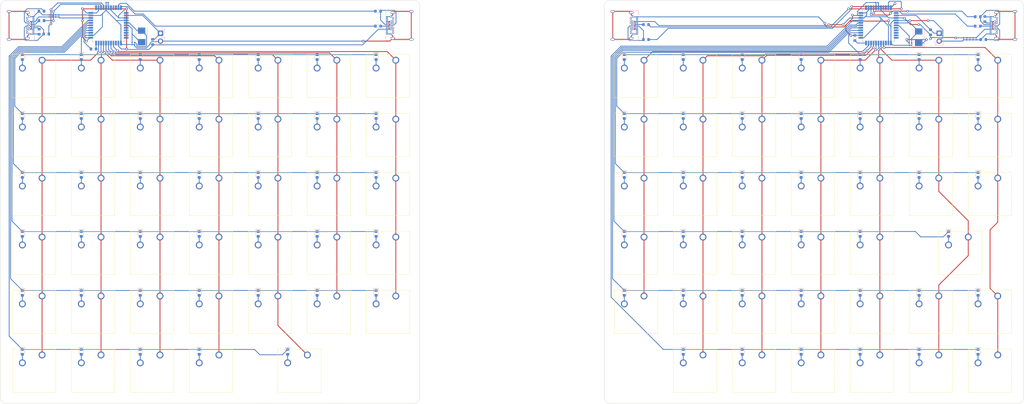
<source format=kicad_pcb>
(kicad_pcb (version 20171130) (host pcbnew 5.1.10-1.fc34)
  (layers (0 F.Cu signal) (31 B.Cu signal) (34 B.Paste user) (35 F.Paste user) (36 B.SilkS user) (37 F.SilkS user) (38 B.Mask user) (39 F.Mask user) (44 Edge.Cuts user))
  (net 0 "")
  (net 1 GND)
  (net 2 +5V)
  (net 3 ROW01)
  (net 4 "Net-(D1-Pad2)")
  (net 5 "Net-(D2-Pad2)")
  (net 6 "Net-(D3-Pad2)")
  (net 7 "Net-(D4-Pad2)")
  (net 8 "Net-(D5-Pad2)")
  (net 9 "Net-(D6-Pad2)")
  (net 10 "Net-(D7-Pad2)")
  (net 11 "Net-(D8-Pad2)")
  (net 12 "Net-(D9-Pad2)")
  (net 13 "Net-(D10-Pad2)")
  (net 14 "Net-(D11-Pad2)")
  (net 15 "Net-(D12-Pad2)")
  (net 16 "Net-(D13-Pad2)")
  (net 17 "Net-(D14-Pad2)")
  (net 18 ROW02)
  (net 19 "Net-(D15-Pad2)")
  (net 20 "Net-(D16-Pad2)")
  (net 21 "Net-(D17-Pad2)")
  (net 22 "Net-(D18-Pad2)")
  (net 23 "Net-(D19-Pad2)")
  (net 24 "Net-(D20-Pad2)")
  (net 25 "Net-(D21-Pad2)")
  (net 26 "Net-(D22-Pad2)")
  (net 27 "Net-(D23-Pad2)")
  (net 28 "Net-(D24-Pad2)")
  (net 29 "Net-(D25-Pad2)")
  (net 30 "Net-(D26-Pad2)")
  (net 31 "Net-(D27-Pad2)")
  (net 32 "Net-(D28-Pad2)")
  (net 33 "Net-(D29-Pad2)")
  (net 34 ROW03)
  (net 35 "Net-(D30-Pad2)")
  (net 36 "Net-(D31-Pad2)")
  (net 37 "Net-(D32-Pad2)")
  (net 38 "Net-(D33-Pad2)")
  (net 39 "Net-(D34-Pad2)")
  (net 40 "Net-(D35-Pad2)")
  (net 41 "Net-(D36-Pad2)")
  (net 42 "Net-(D37-Pad2)")
  (net 43 "Net-(D38-Pad2)")
  (net 44 "Net-(D39-Pad2)")
  (net 45 "Net-(D40-Pad2)")
  (net 46 "Net-(D41-Pad2)")
  (net 47 "Net-(D42-Pad2)")
  (net 48 ROW04)
  (net 49 "Net-(D43-Pad2)")
  (net 50 "Net-(D44-Pad2)")
  (net 51 "Net-(D45-Pad2)")
  (net 52 "Net-(D46-Pad2)")
  (net 53 "Net-(D47-Pad2)")
  (net 54 "Net-(D48-Pad2)")
  (net 55 "Net-(D49-Pad2)")
  (net 56 "Net-(D50-Pad2)")
  (net 57 "Net-(D51-Pad2)")
  (net 58 "Net-(D52-Pad2)")
  (net 59 "Net-(D53-Pad2)")
  (net 60 "Net-(D54-Pad2)")
  (net 61 "Net-(D55-Pad2)")
  (net 62 "Net-(D56-Pad2)")
  (net 63 ROW05)
  (net 64 "Net-(D57-Pad2)")
  (net 65 "Net-(D58-Pad2)")
  (net 66 "Net-(D59-Pad2)")
  (net 67 "Net-(D60-Pad2)")
  (net 68 "Net-(D61-Pad2)")
  (net 69 "Net-(D62-Pad2)")
  (net 70 "Net-(D63-Pad2)")
  (net 71 "Net-(D64-Pad2)")
  (net 72 "Net-(D65-Pad2)")
  (net 73 "Net-(D66-Pad2)")
  (net 74 "Net-(D67-Pad2)")
  (net 75 "Net-(D68-Pad2)")
  (net 76 "Net-(D69-Pad2)")
  (net 77 "Net-(D70-Pad2)")
  (net 78 ROW06)
  (net 79 "Net-(D71-Pad2)")
  (net 80 "Net-(D72-Pad2)")
  (net 81 "Net-(D73-Pad2)")
  (net 82 "Net-(D74-Pad2)")
  (net 83 "Net-(D75-Pad2)")
  (net 84 "Net-(D76-Pad2)")
  (net 85 "Net-(D77-Pad2)")
  (net 86 "Net-(D78-Pad2)")
  (net 87 "Net-(D79-Pad2)")
  (net 88 "Net-(D80-Pad2)")
  (net 89 "Net-(J1-PadB8)")
  (net 90 "Net-(J1-PadB5)")
  (net 91 "Net-(J1-PadA8)")
  (net 92 "Net-(J1-PadA5)")
  (net 93 RESET0)
  (net 94 D_PJ2)
  (net 95 D_NJ2)
  (net 96 COL01)
  (net 97 COL02)
  (net 98 COL03)
  (net 99 COL04)
  (net 100 COL05)
  (net 101 COL06)
  (net 102 COL07)
  (net 103 COL08)
  (net 104 COL09)
  (net 105 COL10)
  (net 106 COL11)
  (net 107 COL12)
  (net 108 COL13)
  (net 109 COL14)
  (net 110 ROW16)
  (net 111 ROW15)
  (net 112 ROW14)
  (net 113 ROW13)
  (net 114 ROW12)
  (net 115 ROW11)
  (net 116 "Net-(C13-Pad2)")
  (net 117 "Net-(C14-Pad2)")
  (net 118 "Net-(J1-PadA6)")
  (net 119 "Net-(J1-PadA7)")
  (net 120 "Net-(J2-PadB8)")
  (net 121 "Net-(J2-PadB5)")
  (net 122 "Net-(J2-PadA7)")
  (net 123 "Net-(J2-PadA6)")
  (net 124 "Net-(J2-PadA8)")
  (net 125 "Net-(J2-PadA5)")
  (net 126 "Net-(J5-PadB8)")
  (net 127 "Net-(J5-PadB5)")
  (net 128 "Net-(J5-PadA7)")
  (net 129 "Net-(J5-PadA6)")
  (net 130 "Net-(J5-PadA8)")
  (net 131 "Net-(J5-PadA5)")
  (net 132 "Net-(J6-PadB8)")
  (net 133 "Net-(J6-PadB5)")
  (net 134 "Net-(J6-PadA7)")
  (net 135 "Net-(J6-PadA6)")
  (net 136 "Net-(J6-PadA8)")
  (net 137 "Net-(J6-PadA5)")
  (net 138 D_NJ1)
  (net 139 D_PJ1)
  (net 140 "Net-(R9-Pad2)")
  (net 141 "Net-(R10-Pad2)")
  (net 142 D_NJ5)
  (net 143 D_NJ6)
  (net 144 D_PJ5)
  (net 145 D_PJ6)
  (net 146 "Net-(U1-Pad1)")
  (net 147 "Net-(U2-Pad1)")
  (net 148 RESET1)
  (net 149 "Net-(C11-Pad1)")
  (net 150 "Net-(C12-Pad1)")
  (net 151 "Net-(C15-Pad2)")
  (net 152 "Net-(C16-Pad2)")
  (net 153 "Net-(U1-Pad25)")
  (net 154 "Net-(U1-Pad22)")
  (net 155 "Net-(U1-Pad21)")
  (net 156 "Net-(U1-Pad20)")
  (net 157 "Net-(U1-Pad19)")
  (net 158 "Net-(U1-Pad18)")
  (net 159 "Net-(U1-Pad12)")
  (net 160 "Net-(U1-Pad9)")
  (net 161 "Net-(U1-Pad8)")
  (net 162 "Net-(U2-Pad25)")
  (net 163 "Net-(U2-Pad22)")
  (net 164 "Net-(U2-Pad21)")
  (net 165 "Net-(U2-Pad20)")
  (net 166 "Net-(U2-Pad19)")
  (net 167 "Net-(U2-Pad18)")
  (net 168 "Net-(U2-Pad12)")
  (net 169 "Net-(U2-Pad9)")
  (net 170 "Net-(U2-Pad8)")
  (module Capacitor_SMD:C_0201_0603Metric (layer B.Cu) (at 50.038 21.336 90)
    (fp_text reference C5)
    (fp_text value 1u)
    (pad 2 smd roundrect (at 0.32 0 90) (size 0.46 0.4) (layers B.Cu B.Mask) (net 1 GND))
    (pad 1 smd roundrect (at -0.32 0 90) (size 0.46 0.4) (layers B.Cu B.Mask) (net 2 +5V))
  )
  (module Crystal:Crystal_SMD_5032-2Pin_5.0x3.2mm (layer B.Cu) (at 68.072 21.336 90)
    (fp_text reference Y1)
    (fp_text value 16MHz)
    (pad 2 smd rect (at 1.85 0 90) (size 2 2.4) (layers B.Cu B.Paste B.Mask) (net 116 "Net-(C13-Pad2)"))
    (pad 1 smd rect (at -1.85 0 90) (size 2 2.4) (layers B.Cu B.Paste B.Mask) (net 149 "Net-(C11-Pad1)"))
  )
  (module Capacitor_SMD:C_0201_0603Metric (layer B.Cu) (at 332.994 22.098 270)
    (fp_text reference C6)
    (fp_text value 1u)
    (pad 2 smd roundrect (at 0.32 0 270) (size 0.46 0.4) (layers B.Cu B.Mask) (net 1 GND))
    (pad 1 smd roundrect (at -0.32 0 270) (size 0.46 0.4) (layers B.Cu B.Mask) (net 2 +5V))
  )
  (module Crystal:Crystal_SMD_5032-2Pin_5.0x3.2mm (layer B.Cu) (at 318.516 21.59 90)
    (fp_text reference Y2)
    (fp_text value 16MHz)
    (pad 2 smd rect (at 1.85 0 90) (size 2 2.4) (layers B.Cu B.Paste B.Mask) (net 117 "Net-(C14-Pad2)"))
    (pad 1 smd rect (at -1.85 0 90) (size 2 2.4) (layers B.Cu B.Paste B.Mask) (net 150 "Net-(C12-Pad1)"))
  )
  (module Package_QFP:TQFP-44_10x10mm_P0.8mm (layer B.Cu) (at 305.562 17.78 270)
    (fp_text reference U2)
    (fp_text value ATmega32U4-AU)
    (pad 44 smd rect (at -4 5.7 180) (size 1.5 0.55) (layers B.Cu B.Paste B.Mask) (net 2 +5V))
    (pad 43 smd rect (at -3.2 5.7 180) (size 1.5 0.55) (layers B.Cu B.Paste B.Mask) (net 1 GND))
    (pad 42 smd rect (at -2.4 5.7 180) (size 1.5 0.55) (layers B.Cu B.Paste B.Mask) (net 2 +5V))
    (pad 41 smd rect (at -1.6 5.7 180) (size 1.5 0.55) (layers B.Cu B.Paste B.Mask) (net 110 ROW16))
    (pad 40 smd rect (at -0.8 5.7 180) (size 1.5 0.55) (layers B.Cu B.Paste B.Mask) (net 111 ROW15))
    (pad 39 smd rect (at 0 5.7 180) (size 1.5 0.55) (layers B.Cu B.Paste B.Mask) (net 112 ROW14))
    (pad 38 smd rect (at 0.8 5.7 180) (size 1.5 0.55) (layers B.Cu B.Paste B.Mask) (net 113 ROW13))
    (pad 37 smd rect (at 1.6 5.7 180) (size 1.5 0.55) (layers B.Cu B.Paste B.Mask) (net 114 ROW12))
    (pad 36 smd rect (at 2.4 5.7 180) (size 1.5 0.55) (layers B.Cu B.Paste B.Mask) (net 115 ROW11))
    (pad 35 smd rect (at 3.2 5.7 180) (size 1.5 0.55) (layers B.Cu B.Paste B.Mask) (net 1 GND))
    (pad 34 smd rect (at 4 5.7 180) (size 1.5 0.55) (layers B.Cu B.Paste B.Mask) (net 2 +5V))
    (pad 33 smd rect (at 5.7 4 270) (size 1.5 0.55) (layers B.Cu B.Paste B.Mask) (net 141 "Net-(R10-Pad2)"))
    (pad 32 smd rect (at 5.7 3.2 270) (size 1.5 0.55) (layers B.Cu B.Paste B.Mask) (net 103 COL08))
    (pad 31 smd rect (at 5.7 2.4 270) (size 1.5 0.55) (layers B.Cu B.Paste B.Mask) (net 104 COL09))
    (pad 30 smd rect (at 5.7 1.6 270) (size 1.5 0.55) (layers B.Cu B.Paste B.Mask) (net 105 COL10))
    (pad 29 smd rect (at 5.7 0.8 270) (size 1.5 0.55) (layers B.Cu B.Paste B.Mask) (net 106 COL11))
    (pad 28 smd rect (at 5.7 0 270) (size 1.5 0.55) (layers B.Cu B.Paste B.Mask) (net 107 COL12))
    (pad 27 smd rect (at 5.7 -0.8 270) (size 1.5 0.55) (layers B.Cu B.Paste B.Mask) (net 108 COL13))
    (pad 26 smd rect (at 5.7 -1.6 270) (size 1.5 0.55) (layers B.Cu B.Paste B.Mask) (net 109 COL14))
    (pad 25 smd rect (at 5.7 -2.4 270) (size 1.5 0.55) (layers B.Cu B.Paste B.Mask) (net 162 "Net-(U2-Pad25)"))
    (pad 24 smd rect (at 5.7 -3.2 270) (size 1.5 0.55) (layers B.Cu B.Paste B.Mask) (net 2 +5V))
    (pad 23 smd rect (at 5.7 -4 270) (size 1.5 0.55) (layers B.Cu B.Paste B.Mask) (net 1 GND))
    (pad 22 smd rect (at 4 -5.7 180) (size 1.5 0.55) (layers B.Cu B.Paste B.Mask) (net 163 "Net-(U2-Pad22)"))
    (pad 21 smd rect (at 3.2 -5.7 180) (size 1.5 0.55) (layers B.Cu B.Paste B.Mask) (net 164 "Net-(U2-Pad21)"))
    (pad 20 smd rect (at 2.4 -5.7 180) (size 1.5 0.55) (layers B.Cu B.Paste B.Mask) (net 165 "Net-(U2-Pad20)"))
    (pad 19 smd rect (at 1.6 -5.7 180) (size 1.5 0.55) (layers B.Cu B.Paste B.Mask) (net 166 "Net-(U2-Pad19)"))
    (pad 18 smd rect (at 0.8 -5.7 180) (size 1.5 0.55) (layers B.Cu B.Paste B.Mask) (net 167 "Net-(U2-Pad18)"))
    (pad 17 smd rect (at 0 -5.7 180) (size 1.5 0.55) (layers B.Cu B.Paste B.Mask) (net 150 "Net-(C12-Pad1)"))
    (pad 16 smd rect (at -0.8 -5.7 180) (size 1.5 0.55) (layers B.Cu B.Paste B.Mask) (net 117 "Net-(C14-Pad2)"))
    (pad 15 smd rect (at -1.6 -5.7 180) (size 1.5 0.55) (layers B.Cu B.Paste B.Mask) (net 1 GND))
    (pad 14 smd rect (at -2.4 -5.7 180) (size 1.5 0.55) (layers B.Cu B.Paste B.Mask) (net 2 +5V))
    (pad 13 smd rect (at -3.2 -5.7 180) (size 1.5 0.55) (layers B.Cu B.Paste B.Mask) (net 148 RESET1))
    (pad 12 smd rect (at -4 -5.7 180) (size 1.5 0.55) (layers B.Cu B.Paste B.Mask) (net 168 "Net-(U2-Pad12)"))
    (pad 11 smd rect (at -5.7 -4 270) (size 1.5 0.55) (layers B.Cu B.Paste B.Mask) (net 145 D_PJ6))
    (pad 10 smd rect (at -5.7 -3.2 270) (size 1.5 0.55) (layers B.Cu B.Paste B.Mask) (net 143 D_NJ6))
    (pad 9 smd rect (at -5.7 -2.4 270) (size 1.5 0.55) (layers B.Cu B.Paste B.Mask) (net 169 "Net-(U2-Pad9)"))
    (pad 8 smd rect (at -5.7 -1.6 270) (size 1.5 0.55) (layers B.Cu B.Paste B.Mask) (net 170 "Net-(U2-Pad8)"))
    (pad 7 smd rect (at -5.7 -0.8 270) (size 1.5 0.55) (layers B.Cu B.Paste B.Mask) (net 2 +5V))
    (pad 6 smd rect (at -5.7 0 270) (size 1.5 0.55) (layers B.Cu B.Paste B.Mask) (net 152 "Net-(C16-Pad2)"))
    (pad 5 smd rect (at -5.7 0.8 270) (size 1.5 0.55) (layers B.Cu B.Paste B.Mask) (net 1 GND))
    (pad 4 smd rect (at -5.7 1.6 270) (size 1.5 0.55) (layers B.Cu B.Paste B.Mask) (net 94 D_PJ2))
    (pad 3 smd rect (at -5.7 2.4 270) (size 1.5 0.55) (layers B.Cu B.Paste B.Mask) (net 95 D_NJ2))
    (pad 2 smd rect (at -5.7 3.2 270) (size 1.5 0.55) (layers B.Cu B.Paste B.Mask) (net 2 +5V))
    (pad 1 smd rect (at -5.7 4 270) (size 1.5 0.55) (layers B.Cu B.Paste B.Mask) (net 147 "Net-(U2-Pad1)"))
  )
  (module Package_QFP:TQFP-44_10x10mm_P0.8mm (layer B.Cu) (at 57.404 17.78 270)
    (fp_text reference U1)
    (fp_text value ATmega32U4-AU)
    (pad 44 smd rect (at -4 5.7 180) (size 1.5 0.55) (layers B.Cu B.Paste B.Mask) (net 2 +5V))
    (pad 43 smd rect (at -3.2 5.7 180) (size 1.5 0.55) (layers B.Cu B.Paste B.Mask) (net 1 GND))
    (pad 42 smd rect (at -2.4 5.7 180) (size 1.5 0.55) (layers B.Cu B.Paste B.Mask) (net 2 +5V))
    (pad 41 smd rect (at -1.6 5.7 180) (size 1.5 0.55) (layers B.Cu B.Paste B.Mask) (net 78 ROW06))
    (pad 40 smd rect (at -0.8 5.7 180) (size 1.5 0.55) (layers B.Cu B.Paste B.Mask) (net 63 ROW05))
    (pad 39 smd rect (at 0 5.7 180) (size 1.5 0.55) (layers B.Cu B.Paste B.Mask) (net 48 ROW04))
    (pad 38 smd rect (at 0.8 5.7 180) (size 1.5 0.55) (layers B.Cu B.Paste B.Mask) (net 34 ROW03))
    (pad 37 smd rect (at 1.6 5.7 180) (size 1.5 0.55) (layers B.Cu B.Paste B.Mask) (net 18 ROW02))
    (pad 36 smd rect (at 2.4 5.7 180) (size 1.5 0.55) (layers B.Cu B.Paste B.Mask) (net 3 ROW01))
    (pad 35 smd rect (at 3.2 5.7 180) (size 1.5 0.55) (layers B.Cu B.Paste B.Mask) (net 1 GND))
    (pad 34 smd rect (at 4 5.7 180) (size 1.5 0.55) (layers B.Cu B.Paste B.Mask) (net 2 +5V))
    (pad 33 smd rect (at 5.7 4 270) (size 1.5 0.55) (layers B.Cu B.Paste B.Mask) (net 140 "Net-(R9-Pad2)"))
    (pad 32 smd rect (at 5.7 3.2 270) (size 1.5 0.55) (layers B.Cu B.Paste B.Mask) (net 96 COL01))
    (pad 31 smd rect (at 5.7 2.4 270) (size 1.5 0.55) (layers B.Cu B.Paste B.Mask) (net 97 COL02))
    (pad 30 smd rect (at 5.7 1.6 270) (size 1.5 0.55) (layers B.Cu B.Paste B.Mask) (net 98 COL03))
    (pad 29 smd rect (at 5.7 0.8 270) (size 1.5 0.55) (layers B.Cu B.Paste B.Mask) (net 99 COL04))
    (pad 28 smd rect (at 5.7 0 270) (size 1.5 0.55) (layers B.Cu B.Paste B.Mask) (net 100 COL05))
    (pad 27 smd rect (at 5.7 -0.8 270) (size 1.5 0.55) (layers B.Cu B.Paste B.Mask) (net 101 COL06))
    (pad 26 smd rect (at 5.7 -1.6 270) (size 1.5 0.55) (layers B.Cu B.Paste B.Mask) (net 102 COL07))
    (pad 25 smd rect (at 5.7 -2.4 270) (size 1.5 0.55) (layers B.Cu B.Paste B.Mask) (net 153 "Net-(U1-Pad25)"))
    (pad 24 smd rect (at 5.7 -3.2 270) (size 1.5 0.55) (layers B.Cu B.Paste B.Mask) (net 2 +5V))
    (pad 23 smd rect (at 5.7 -4 270) (size 1.5 0.55) (layers B.Cu B.Paste B.Mask) (net 1 GND))
    (pad 22 smd rect (at 4 -5.7 180) (size 1.5 0.55) (layers B.Cu B.Paste B.Mask) (net 154 "Net-(U1-Pad22)"))
    (pad 21 smd rect (at 3.2 -5.7 180) (size 1.5 0.55) (layers B.Cu B.Paste B.Mask) (net 155 "Net-(U1-Pad21)"))
    (pad 20 smd rect (at 2.4 -5.7 180) (size 1.5 0.55) (layers B.Cu B.Paste B.Mask) (net 156 "Net-(U1-Pad20)"))
    (pad 19 smd rect (at 1.6 -5.7 180) (size 1.5 0.55) (layers B.Cu B.Paste B.Mask) (net 157 "Net-(U1-Pad19)"))
    (pad 18 smd rect (at 0.8 -5.7 180) (size 1.5 0.55) (layers B.Cu B.Paste B.Mask) (net 158 "Net-(U1-Pad18)"))
    (pad 17 smd rect (at 0 -5.7 180) (size 1.5 0.55) (layers B.Cu B.Paste B.Mask) (net 149 "Net-(C11-Pad1)"))
    (pad 16 smd rect (at -0.8 -5.7 180) (size 1.5 0.55) (layers B.Cu B.Paste B.Mask) (net 116 "Net-(C13-Pad2)"))
    (pad 15 smd rect (at -1.6 -5.7 180) (size 1.5 0.55) (layers B.Cu B.Paste B.Mask) (net 1 GND))
    (pad 14 smd rect (at -2.4 -5.7 180) (size 1.5 0.55) (layers B.Cu B.Paste B.Mask) (net 2 +5V))
    (pad 13 smd rect (at -3.2 -5.7 180) (size 1.5 0.55) (layers B.Cu B.Paste B.Mask) (net 93 RESET0))
    (pad 12 smd rect (at -4 -5.7 180) (size 1.5 0.55) (layers B.Cu B.Paste B.Mask) (net 159 "Net-(U1-Pad12)"))
    (pad 11 smd rect (at -5.7 -4 270) (size 1.5 0.55) (layers B.Cu B.Paste B.Mask) (net 142 D_NJ5))
    (pad 10 smd rect (at -5.7 -3.2 270) (size 1.5 0.55) (layers B.Cu B.Paste B.Mask) (net 144 D_PJ5))
    (pad 9 smd rect (at -5.7 -2.4 270) (size 1.5 0.55) (layers B.Cu B.Paste B.Mask) (net 160 "Net-(U1-Pad9)"))
    (pad 8 smd rect (at -5.7 -1.6 270) (size 1.5 0.55) (layers B.Cu B.Paste B.Mask) (net 161 "Net-(U1-Pad8)"))
    (pad 7 smd rect (at -5.7 -0.8 270) (size 1.5 0.55) (layers B.Cu B.Paste B.Mask) (net 2 +5V))
    (pad 6 smd rect (at -5.7 0 270) (size 1.5 0.55) (layers B.Cu B.Paste B.Mask) (net 151 "Net-(C15-Pad2)"))
    (pad 5 smd rect (at -5.7 0.8 270) (size 1.5 0.55) (layers B.Cu B.Paste B.Mask) (net 1 GND))
    (pad 4 smd rect (at -5.7 1.6 270) (size 1.5 0.55) (layers B.Cu B.Paste B.Mask) (net 139 D_PJ1))
    (pad 3 smd rect (at -5.7 2.4 270) (size 1.5 0.55) (layers B.Cu B.Paste B.Mask) (net 138 D_NJ1))
    (pad 2 smd rect (at -5.7 3.2 270) (size 1.5 0.55) (layers B.Cu B.Paste B.Mask) (net 2 +5V))
    (pad 1 smd rect (at -5.7 4 270) (size 1.5 0.55) (layers B.Cu B.Paste B.Mask) (net 146 "Net-(U1-Pad1)"))
  )
  (module Resistor_SMD:R_0603_1608Metric (layer B.Cu) (at 230.632 22.352 180)
    (fp_text reference R20)
    (fp_text value 22)
    (pad 2 smd roundrect (at 0.825 0 180) (size 0.8 0.95) (layers B.Cu B.Paste B.Mask) (net 135 "Net-(J6-PadA6)"))
    (pad 1 smd roundrect (at -0.825 0 180) (size 0.8 0.95) (layers B.Cu B.Paste B.Mask) (net 145 D_PJ6))
  )
  (module Resistor_SMD:R_0603_1608Metric (layer B.Cu) (at 144.272 13.208)
    (fp_text reference R19)
    (fp_text value 22)
    (pad 2 smd roundrect (at 0.825 0) (size 0.8 0.95) (layers B.Cu B.Paste B.Mask) (net 129 "Net-(J5-PadA6)"))
    (pad 1 smd roundrect (at -0.825 0) (size 0.8 0.95) (layers B.Cu B.Paste B.Mask) (net 144 D_PJ5))
  )
  (module Resistor_SMD:R_0603_1608Metric (layer B.Cu) (at 230.632 17.526 180)
    (fp_text reference R18)
    (fp_text value 22)
    (pad 2 smd roundrect (at 0.825 0 180) (size 0.8 0.95) (layers B.Cu B.Paste B.Mask) (net 134 "Net-(J6-PadA7)"))
    (pad 1 smd roundrect (at -0.825 0 180) (size 0.8 0.95) (layers B.Cu B.Paste B.Mask) (net 143 D_NJ6))
  )
  (module Resistor_SMD:R_0603_1608Metric (layer B.Cu) (at 144.272 18.034)
    (fp_text reference R17)
    (fp_text value 22)
    (pad 2 smd roundrect (at 0.825 0) (size 0.8 0.95) (layers B.Cu B.Paste B.Mask) (net 128 "Net-(J5-PadA7)"))
    (pad 1 smd roundrect (at -0.825 0) (size 0.8 0.95) (layers B.Cu B.Paste B.Mask) (net 142 D_NJ5))
  )
  (module Resistor_SMD:R_0603_1608Metric (layer B.Cu) (at 322.326 20.003 90)
    (fp_text reference R12)
    (fp_text value 10k)
    (pad 2 smd roundrect (at 0.825 0 90) (size 0.8 0.95) (layers B.Cu B.Paste B.Mask) (net 148 RESET1))
    (pad 1 smd roundrect (at -0.825 0 90) (size 0.8 0.95) (layers B.Cu B.Paste B.Mask) (net 2 +5V))
  )
  (module Resistor_SMD:R_0603_1608Metric (layer B.Cu) (at 71.628 23.114 90)
    (fp_text reference R11)
    (fp_text value 10k)
    (pad 2 smd roundrect (at 0.825 0 90) (size 0.8 0.95) (layers B.Cu B.Paste B.Mask) (net 93 RESET0))
    (pad 1 smd roundrect (at -0.825 0 90) (size 0.8 0.95) (layers B.Cu B.Paste B.Mask) (net 2 +5V))
  )
  (module Resistor_SMD:R_0603_1608Metric (layer B.Cu) (at 297.942 21.844 270)
    (fp_text reference R10)
    (fp_text value 1k)
    (pad 2 smd roundrect (at 0.825 0 270) (size 0.8 0.95) (layers B.Cu B.Paste B.Mask) (net 141 "Net-(R10-Pad2)"))
    (pad 1 smd roundrect (at -0.825 0 270) (size 0.8 0.95) (layers B.Cu B.Paste B.Mask) (net 1 GND))
  )
  (module Resistor_SMD:R_0603_1608Metric (layer B.Cu) (at 52.578 25.4)
    (fp_text reference R9)
    (fp_text value 1k)
    (pad 2 smd roundrect (at 0.825 0) (size 0.8 0.95) (layers B.Cu B.Paste B.Mask) (net 140 "Net-(R9-Pad2)"))
    (pad 1 smd roundrect (at -0.825 0) (size 0.8 0.95) (layers B.Cu B.Paste B.Mask) (net 1 GND))
  )
  (module Resistor_SMD:R_0603_1608Metric (layer B.Cu) (at 337.566 14.986)
    (fp_text reference R8)
    (fp_text value 22)
    (pad 2 smd roundrect (at 0.825 0) (size 0.8 0.95) (layers B.Cu B.Paste B.Mask) (net 123 "Net-(J2-PadA6)"))
    (pad 1 smd roundrect (at -0.825 0) (size 0.8 0.95) (layers B.Cu B.Paste B.Mask) (net 94 D_PJ2))
  )
  (module Resistor_SMD:R_0603_1608Metric (layer B.Cu) (at 37.338 20.574 180)
    (fp_text reference R7)
    (fp_text value 22)
    (pad 2 smd roundrect (at 0.825 0 180) (size 0.8 0.95) (layers B.Cu B.Paste B.Mask) (net 118 "Net-(J1-PadA6)"))
    (pad 1 smd roundrect (at -0.825 0 180) (size 0.8 0.95) (layers B.Cu B.Paste B.Mask) (net 139 D_PJ1))
  )
  (module Resistor_SMD:R_0603_1608Metric (layer B.Cu) (at 337.566 18.034)
    (fp_text reference R6)
    (fp_text value 22)
    (pad 2 smd roundrect (at 0.825 0) (size 0.8 0.95) (layers B.Cu B.Paste B.Mask) (net 122 "Net-(J2-PadA7)"))
    (pad 1 smd roundrect (at -0.825 0) (size 0.8 0.95) (layers B.Cu B.Paste B.Mask) (net 95 D_NJ2))
  )
  (module Resistor_SMD:R_0603_1608Metric (layer B.Cu) (at 35.814 16.256 180)
    (fp_text reference R5)
    (fp_text value 22)
    (pad 2 smd roundrect (at 0.825 0 180) (size 0.8 0.95) (layers B.Cu B.Paste B.Mask) (net 119 "Net-(J1-PadA7)"))
    (pad 1 smd roundrect (at -0.825 0 180) (size 0.8 0.95) (layers B.Cu B.Paste B.Mask) (net 138 D_NJ1))
  )
  (module Resistor_SMD:R_0603_1608Metric (layer B.Cu) (at 339.344 22.352)
    (fp_text reference R4)
    (fp_text value 5.1k)
    (pad 2 smd roundrect (at 0.825 0) (size 0.8 0.95) (layers B.Cu B.Paste B.Mask) (net 121 "Net-(J2-PadB5)"))
    (pad 1 smd roundrect (at -0.825 0) (size 0.8 0.95) (layers B.Cu B.Paste B.Mask) (net 1 GND))
  )
  (module Resistor_SMD:R_0603_1608Metric (layer B.Cu) (at 35.814 13.208)
    (fp_text reference R3)
    (fp_text value 5.1k)
    (pad 2 smd roundrect (at 0.825 0) (size 0.8 0.95) (layers B.Cu B.Paste B.Mask) (net 90 "Net-(J1-PadB5)"))
    (pad 1 smd roundrect (at -0.825 0) (size 0.8 0.95) (layers B.Cu B.Paste B.Mask) (net 1 GND))
  )
  (module Resistor_SMD:R_0603_1608Metric (layer B.Cu) (at 339.852 15.748 270)
    (fp_text reference R2)
    (fp_text value 5.1k)
    (pad 2 smd roundrect (at 0.825 0 270) (size 0.8 0.95) (layers B.Cu B.Paste B.Mask) (net 125 "Net-(J2-PadA5)"))
    (pad 1 smd roundrect (at -0.825 0 270) (size 0.8 0.95) (layers B.Cu B.Paste B.Mask) (net 1 GND))
  )
  (module Resistor_SMD:R_0603_1608Metric (layer B.Cu) (at 35.052 19.812 90)
    (fp_text reference R1)
    (fp_text value 5.1k)
    (pad 2 smd roundrect (at 0.825 0 90) (size 0.8 0.95) (layers B.Cu B.Paste B.Mask) (net 92 "Net-(J1-PadA5)"))
    (pad 1 smd roundrect (at -0.825 0 90) (size 0.8 0.95) (layers B.Cu B.Paste B.Mask) (net 1 GND))
  )
  (module Connector_USB:USB_C_Receptacle_Amphenol_12401548E4-2A (layer B.Cu) (at 222.758 17.78 90)
    (fp_text reference J6)
    (fp_text value USB_C_Receptacle_USB2.0)
    (pad B11 thru_hole circle (at -2.4 3.01 90) (size 0.65 0.65) (drill 0.4) (layers *.Cu *.Mask))
    (pad B10 thru_hole circle (at -1.6 3.01 90) (size 0.65 0.65) (drill 0.4) (layers *.Cu *.Mask))
    (pad B8 thru_hole circle (at -0.8 3.01 90) (size 0.65 0.65) (drill 0.4) (layers *.Cu *.Mask) (net 132 "Net-(J6-PadB8)"))
    (pad B5 thru_hole circle (at 0.8 3.01 90) (size 0.65 0.65) (drill 0.4) (layers *.Cu *.Mask) (net 133 "Net-(J6-PadB5)"))
    (pad B3 thru_hole circle (at 1.6 3.01 90) (size 0.65 0.65) (drill 0.4) (layers *.Cu *.Mask))
    (pad B2 thru_hole circle (at 2.4 3.01 90) (size 0.65 0.65) (drill 0.4) (layers *.Cu *.Mask))
    (pad B12 thru_hole circle (at -2.8 3.71 90) (size 0.65 0.65) (drill 0.4) (layers *.Cu *.Mask) (net 1 GND))
    (pad B9 thru_hole circle (at -1.2 3.71 90) (size 0.65 0.65) (drill 0.4) (layers *.Cu *.Mask) (net 2 +5V))
    (pad B7 thru_hole circle (at -0.4 3.71 90) (size 0.65 0.65) (drill 0.4) (layers *.Cu *.Mask) (net 134 "Net-(J6-PadA7)"))
    (pad B6 thru_hole circle (at 0.4 3.71 90) (size 0.65 0.65) (drill 0.4) (layers *.Cu *.Mask) (net 135 "Net-(J6-PadA6)"))
    (pad B4 thru_hole circle (at 1.2 3.71 90) (size 0.65 0.65) (drill 0.4) (layers *.Cu *.Mask) (net 2 +5V))
    (pad B1 thru_hole circle (at 2.8 3.71 90) (size 0.65 0.65) (drill 0.4) (layers *.Cu *.Mask) (net 1 GND))
    (pad "" np_thru_hole circle (at -3.6 4.36 90) (size 0.65 0.65) (drill 0.65) (layers *.Cu *.Mask))
    (pad "" np_thru_hole oval (at 3.6 4.36 90) (size 0.95 0.65) (drill oval 0.95 0.65) (layers *.Cu *.Mask))
    (pad S1 thru_hole oval (at -4.49 -2.84 90) (size 0.8 1.4) (drill oval 0.5 1.1) (layers *.Cu *.Mask) (net 1 GND))
    (pad S1 thru_hole oval (at 4.49 -2.84 90) (size 0.8 1.4) (drill oval 0.5 1.1) (layers *.Cu *.Mask) (net 1 GND))
    (pad S1 thru_hole oval (at 4.13 3.11 90) (size 0.8 1.4) (drill oval 0.5 1.1) (layers *.Cu *.Mask) (net 1 GND))
    (pad A11 smd rect (at 2.25 5.02 90) (size 0.3 0.7) (layers B.Cu B.Paste B.Mask))
    (pad A8 smd rect (at 0.75 5.02 90) (size 0.3 0.7) (layers B.Cu B.Paste B.Mask) (net 136 "Net-(J6-PadA8)"))
    (pad A9 smd rect (at 1.25 5.02 90) (size 0.3 0.7) (layers B.Cu B.Paste B.Mask) (net 2 +5V))
    (pad A10 smd rect (at 1.75 5.02 90) (size 0.3 0.7) (layers B.Cu B.Paste B.Mask))
    (pad A12 smd rect (at 2.75 5.02 90) (size 0.3 0.7) (layers B.Cu B.Paste B.Mask) (net 1 GND))
    (pad A7 smd rect (at 0.25 5.02 90) (size 0.3 0.7) (layers B.Cu B.Paste B.Mask) (net 134 "Net-(J6-PadA7)"))
    (pad A6 smd rect (at -0.25 5.02 90) (size 0.3 0.7) (layers B.Cu B.Paste B.Mask) (net 135 "Net-(J6-PadA6)"))
    (pad A5 smd rect (at -0.75 5.02 90) (size 0.3 0.7) (layers B.Cu B.Paste B.Mask) (net 137 "Net-(J6-PadA5)"))
    (pad A4 smd rect (at -1.25 5.02 90) (size 0.3 0.7) (layers B.Cu B.Paste B.Mask) (net 2 +5V))
    (pad A3 smd rect (at -1.75 5.02 90) (size 0.3 0.7) (layers B.Cu B.Paste B.Mask))
    (pad A2 smd rect (at -2.25 5.02 90) (size 0.3 0.7) (layers B.Cu B.Paste B.Mask))
    (pad A1 smd rect (at -2.75 5.02 90) (size 0.3 0.7) (layers B.Cu B.Paste B.Mask) (net 1 GND))
    (pad S1 thru_hole oval (at -4.13 3.11 90) (size 0.8 1.4) (drill oval 0.5 1.1) (layers *.Cu *.Mask) (net 1 GND))
  )
  (module Connector_USB:USB_C_Receptacle_Amphenol_12401548E4-2A (layer B.Cu) (at 152.146 17.78 270)
    (fp_text reference J5)
    (fp_text value USB_C_Receptacle_USB2.0)
    (pad B11 thru_hole circle (at -2.4 3.01 270) (size 0.65 0.65) (drill 0.4) (layers *.Cu *.Mask))
    (pad B10 thru_hole circle (at -1.6 3.01 270) (size 0.65 0.65) (drill 0.4) (layers *.Cu *.Mask))
    (pad B8 thru_hole circle (at -0.8 3.01 270) (size 0.65 0.65) (drill 0.4) (layers *.Cu *.Mask) (net 126 "Net-(J5-PadB8)"))
    (pad B5 thru_hole circle (at 0.8 3.01 270) (size 0.65 0.65) (drill 0.4) (layers *.Cu *.Mask) (net 127 "Net-(J5-PadB5)"))
    (pad B3 thru_hole circle (at 1.6 3.01 270) (size 0.65 0.65) (drill 0.4) (layers *.Cu *.Mask))
    (pad B2 thru_hole circle (at 2.4 3.01 270) (size 0.65 0.65) (drill 0.4) (layers *.Cu *.Mask))
    (pad B12 thru_hole circle (at -2.8 3.71 270) (size 0.65 0.65) (drill 0.4) (layers *.Cu *.Mask) (net 1 GND))
    (pad B9 thru_hole circle (at -1.2 3.71 270) (size 0.65 0.65) (drill 0.4) (layers *.Cu *.Mask) (net 2 +5V))
    (pad B7 thru_hole circle (at -0.4 3.71 270) (size 0.65 0.65) (drill 0.4) (layers *.Cu *.Mask) (net 128 "Net-(J5-PadA7)"))
    (pad B6 thru_hole circle (at 0.4 3.71 270) (size 0.65 0.65) (drill 0.4) (layers *.Cu *.Mask) (net 129 "Net-(J5-PadA6)"))
    (pad B4 thru_hole circle (at 1.2 3.71 270) (size 0.65 0.65) (drill 0.4) (layers *.Cu *.Mask) (net 2 +5V))
    (pad B1 thru_hole circle (at 2.8 3.71 270) (size 0.65 0.65) (drill 0.4) (layers *.Cu *.Mask) (net 1 GND))
    (pad "" np_thru_hole circle (at -3.6 4.36 270) (size 0.65 0.65) (drill 0.65) (layers *.Cu *.Mask))
    (pad "" np_thru_hole oval (at 3.6 4.36 270) (size 0.95 0.65) (drill oval 0.95 0.65) (layers *.Cu *.Mask))
    (pad S1 thru_hole oval (at -4.49 -2.84 270) (size 0.8 1.4) (drill oval 0.5 1.1) (layers *.Cu *.Mask) (net 1 GND))
    (pad S1 thru_hole oval (at 4.49 -2.84 270) (size 0.8 1.4) (drill oval 0.5 1.1) (layers *.Cu *.Mask) (net 1 GND))
    (pad S1 thru_hole oval (at 4.13 3.11 270) (size 0.8 1.4) (drill oval 0.5 1.1) (layers *.Cu *.Mask) (net 1 GND))
    (pad A11 smd rect (at 2.25 5.02 270) (size 0.3 0.7) (layers B.Cu B.Paste B.Mask))
    (pad A8 smd rect (at 0.75 5.02 270) (size 0.3 0.7) (layers B.Cu B.Paste B.Mask) (net 130 "Net-(J5-PadA8)"))
    (pad A9 smd rect (at 1.25 5.02 270) (size 0.3 0.7) (layers B.Cu B.Paste B.Mask) (net 2 +5V))
    (pad A10 smd rect (at 1.75 5.02 270) (size 0.3 0.7) (layers B.Cu B.Paste B.Mask))
    (pad A12 smd rect (at 2.75 5.02 270) (size 0.3 0.7) (layers B.Cu B.Paste B.Mask) (net 1 GND))
    (pad A7 smd rect (at 0.25 5.02 270) (size 0.3 0.7) (layers B.Cu B.Paste B.Mask) (net 128 "Net-(J5-PadA7)"))
    (pad A6 smd rect (at -0.25 5.02 270) (size 0.3 0.7) (layers B.Cu B.Paste B.Mask) (net 129 "Net-(J5-PadA6)"))
    (pad A5 smd rect (at -0.75 5.02 270) (size 0.3 0.7) (layers B.Cu B.Paste B.Mask) (net 131 "Net-(J5-PadA5)"))
    (pad A4 smd rect (at -1.25 5.02 270) (size 0.3 0.7) (layers B.Cu B.Paste B.Mask) (net 2 +5V))
    (pad A3 smd rect (at -1.75 5.02 270) (size 0.3 0.7) (layers B.Cu B.Paste B.Mask))
    (pad A2 smd rect (at -2.25 5.02 270) (size 0.3 0.7) (layers B.Cu B.Paste B.Mask))
    (pad A1 smd rect (at -2.75 5.02 270) (size 0.3 0.7) (layers B.Cu B.Paste B.Mask) (net 1 GND))
    (pad S1 thru_hole oval (at -4.13 3.11 270) (size 0.8 1.4) (drill oval 0.5 1.1) (layers *.Cu *.Mask) (net 1 GND))
  )
  (module Connector_PinHeader_2.54mm:PinHeader_1x02_P2.54mm_Vertical (layer B.Cu) (at 325.12 20.32 180)
    (fp_text reference J4)
    (fp_text value Conn_01x02)
    (pad 2 thru_hole oval (at 0 -2.54 180) (size 1.7 1.7) (drill 1) (layers *.Cu *.Mask) (net 1 GND))
    (pad 1 thru_hole rect (at 0 0 180) (size 1.7 1.7) (drill 1) (layers *.Cu *.Mask) (net 148 RESET1))
  )
  (module Connector_PinHeader_2.54mm:PinHeader_1x02_P2.54mm_Vertical (layer B.Cu) (at 74.168 20.32 180)
    (fp_text reference J3)
    (fp_text value Conn_01x02)
    (pad 2 thru_hole oval (at 0 -2.54 180) (size 1.7 1.7) (drill 1) (layers *.Cu *.Mask) (net 1 GND))
    (pad 1 thru_hole rect (at 0 0 180) (size 1.7 1.7) (drill 1) (layers *.Cu *.Mask) (net 93 RESET0))
  )
  (module Connector_USB:USB_C_Receptacle_Amphenol_12401548E4-2A (layer B.Cu) (at 346.71 17.78 270)
    (fp_text reference J2)
    (fp_text value USB_C_Receptacle_USB2.0)
    (pad B11 thru_hole circle (at -2.4 3.01 270) (size 0.65 0.65) (drill 0.4) (layers *.Cu *.Mask))
    (pad B10 thru_hole circle (at -1.6 3.01 270) (size 0.65 0.65) (drill 0.4) (layers *.Cu *.Mask))
    (pad B8 thru_hole circle (at -0.8 3.01 270) (size 0.65 0.65) (drill 0.4) (layers *.Cu *.Mask) (net 120 "Net-(J2-PadB8)"))
    (pad B5 thru_hole circle (at 0.8 3.01 270) (size 0.65 0.65) (drill 0.4) (layers *.Cu *.Mask) (net 121 "Net-(J2-PadB5)"))
    (pad B3 thru_hole circle (at 1.6 3.01 270) (size 0.65 0.65) (drill 0.4) (layers *.Cu *.Mask))
    (pad B2 thru_hole circle (at 2.4 3.01 270) (size 0.65 0.65) (drill 0.4) (layers *.Cu *.Mask))
    (pad B12 thru_hole circle (at -2.8 3.71 270) (size 0.65 0.65) (drill 0.4) (layers *.Cu *.Mask) (net 1 GND))
    (pad B9 thru_hole circle (at -1.2 3.71 270) (size 0.65 0.65) (drill 0.4) (layers *.Cu *.Mask) (net 2 +5V))
    (pad B7 thru_hole circle (at -0.4 3.71 270) (size 0.65 0.65) (drill 0.4) (layers *.Cu *.Mask) (net 122 "Net-(J2-PadA7)"))
    (pad B6 thru_hole circle (at 0.4 3.71 270) (size 0.65 0.65) (drill 0.4) (layers *.Cu *.Mask) (net 123 "Net-(J2-PadA6)"))
    (pad B4 thru_hole circle (at 1.2 3.71 270) (size 0.65 0.65) (drill 0.4) (layers *.Cu *.Mask) (net 2 +5V))
    (pad B1 thru_hole circle (at 2.8 3.71 270) (size 0.65 0.65) (drill 0.4) (layers *.Cu *.Mask) (net 1 GND))
    (pad "" np_thru_hole circle (at -3.6 4.36 270) (size 0.65 0.65) (drill 0.65) (layers *.Cu *.Mask))
    (pad "" np_thru_hole oval (at 3.6 4.36 270) (size 0.95 0.65) (drill oval 0.95 0.65) (layers *.Cu *.Mask))
    (pad S1 thru_hole oval (at -4.49 -2.84 270) (size 0.8 1.4) (drill oval 0.5 1.1) (layers *.Cu *.Mask) (net 1 GND))
    (pad S1 thru_hole oval (at 4.49 -2.84 270) (size 0.8 1.4) (drill oval 0.5 1.1) (layers *.Cu *.Mask) (net 1 GND))
    (pad S1 thru_hole oval (at 4.13 3.11 270) (size 0.8 1.4) (drill oval 0.5 1.1) (layers *.Cu *.Mask) (net 1 GND))
    (pad A11 smd rect (at 2.25 5.02 270) (size 0.3 0.7) (layers B.Cu B.Paste B.Mask))
    (pad A8 smd rect (at 0.75 5.02 270) (size 0.3 0.7) (layers B.Cu B.Paste B.Mask) (net 124 "Net-(J2-PadA8)"))
    (pad A9 smd rect (at 1.25 5.02 270) (size 0.3 0.7) (layers B.Cu B.Paste B.Mask) (net 2 +5V))
    (pad A10 smd rect (at 1.75 5.02 270) (size 0.3 0.7) (layers B.Cu B.Paste B.Mask))
    (pad A12 smd rect (at 2.75 5.02 270) (size 0.3 0.7) (layers B.Cu B.Paste B.Mask) (net 1 GND))
    (pad A7 smd rect (at 0.25 5.02 270) (size 0.3 0.7) (layers B.Cu B.Paste B.Mask) (net 122 "Net-(J2-PadA7)"))
    (pad A6 smd rect (at -0.25 5.02 270) (size 0.3 0.7) (layers B.Cu B.Paste B.Mask) (net 123 "Net-(J2-PadA6)"))
    (pad A5 smd rect (at -0.75 5.02 270) (size 0.3 0.7) (layers B.Cu B.Paste B.Mask) (net 125 "Net-(J2-PadA5)"))
    (pad A4 smd rect (at -1.25 5.02 270) (size 0.3 0.7) (layers B.Cu B.Paste B.Mask) (net 2 +5V))
    (pad A3 smd rect (at -1.75 5.02 270) (size 0.3 0.7) (layers B.Cu B.Paste B.Mask))
    (pad A2 smd rect (at -2.25 5.02 270) (size 0.3 0.7) (layers B.Cu B.Paste B.Mask))
    (pad A1 smd rect (at -2.75 5.02 270) (size 0.3 0.7) (layers B.Cu B.Paste B.Mask) (net 1 GND))
    (pad S1 thru_hole oval (at -4.13 3.11 270) (size 0.8 1.4) (drill oval 0.5 1.1) (layers *.Cu *.Mask) (net 1 GND))
  )
  (module Connector_USB:USB_C_Receptacle_Amphenol_12401548E4-2A (layer B.Cu) (at 28.194 17.78 90)
    (fp_text reference J1)
    (fp_text value USB_C_Receptacle_USB2.0)
    (pad B11 thru_hole circle (at -2.4 3.01 90) (size 0.65 0.65) (drill 0.4) (layers *.Cu *.Mask))
    (pad B10 thru_hole circle (at -1.6 3.01 90) (size 0.65 0.65) (drill 0.4) (layers *.Cu *.Mask))
    (pad B8 thru_hole circle (at -0.8 3.01 90) (size 0.65 0.65) (drill 0.4) (layers *.Cu *.Mask) (net 89 "Net-(J1-PadB8)"))
    (pad B5 thru_hole circle (at 0.8 3.01 90) (size 0.65 0.65) (drill 0.4) (layers *.Cu *.Mask) (net 90 "Net-(J1-PadB5)"))
    (pad B3 thru_hole circle (at 1.6 3.01 90) (size 0.65 0.65) (drill 0.4) (layers *.Cu *.Mask))
    (pad B2 thru_hole circle (at 2.4 3.01 90) (size 0.65 0.65) (drill 0.4) (layers *.Cu *.Mask))
    (pad B12 thru_hole circle (at -2.8 3.71 90) (size 0.65 0.65) (drill 0.4) (layers *.Cu *.Mask) (net 1 GND))
    (pad B9 thru_hole circle (at -1.2 3.71 90) (size 0.65 0.65) (drill 0.4) (layers *.Cu *.Mask) (net 2 +5V))
    (pad B7 thru_hole circle (at -0.4 3.71 90) (size 0.65 0.65) (drill 0.4) (layers *.Cu *.Mask) (net 119 "Net-(J1-PadA7)"))
    (pad B6 thru_hole circle (at 0.4 3.71 90) (size 0.65 0.65) (drill 0.4) (layers *.Cu *.Mask) (net 118 "Net-(J1-PadA6)"))
    (pad B4 thru_hole circle (at 1.2 3.71 90) (size 0.65 0.65) (drill 0.4) (layers *.Cu *.Mask) (net 2 +5V))
    (pad B1 thru_hole circle (at 2.8 3.71 90) (size 0.65 0.65) (drill 0.4) (layers *.Cu *.Mask) (net 1 GND))
    (pad "" np_thru_hole circle (at -3.6 4.36 90) (size 0.65 0.65) (drill 0.65) (layers *.Cu *.Mask))
    (pad "" np_thru_hole oval (at 3.6 4.36 90) (size 0.95 0.65) (drill oval 0.95 0.65) (layers *.Cu *.Mask))
    (pad S1 thru_hole oval (at -4.49 -2.84 90) (size 0.8 1.4) (drill oval 0.5 1.1) (layers *.Cu *.Mask) (net 1 GND))
    (pad S1 thru_hole oval (at 4.49 -2.84 90) (size 0.8 1.4) (drill oval 0.5 1.1) (layers *.Cu *.Mask) (net 1 GND))
    (pad S1 thru_hole oval (at 4.13 3.11 90) (size 0.8 1.4) (drill oval 0.5 1.1) (layers *.Cu *.Mask) (net 1 GND))
    (pad A11 smd rect (at 2.25 5.02 90) (size 0.3 0.7) (layers B.Cu B.Paste B.Mask))
    (pad A8 smd rect (at 0.75 5.02 90) (size 0.3 0.7) (layers B.Cu B.Paste B.Mask) (net 91 "Net-(J1-PadA8)"))
    (pad A9 smd rect (at 1.25 5.02 90) (size 0.3 0.7) (layers B.Cu B.Paste B.Mask) (net 2 +5V))
    (pad A10 smd rect (at 1.75 5.02 90) (size 0.3 0.7) (layers B.Cu B.Paste B.Mask))
    (pad A12 smd rect (at 2.75 5.02 90) (size 0.3 0.7) (layers B.Cu B.Paste B.Mask) (net 1 GND))
    (pad A7 smd rect (at 0.25 5.02 90) (size 0.3 0.7) (layers B.Cu B.Paste B.Mask) (net 119 "Net-(J1-PadA7)"))
    (pad A6 smd rect (at -0.25 5.02 90) (size 0.3 0.7) (layers B.Cu B.Paste B.Mask) (net 118 "Net-(J1-PadA6)"))
    (pad A5 smd rect (at -0.75 5.02 90) (size 0.3 0.7) (layers B.Cu B.Paste B.Mask) (net 92 "Net-(J1-PadA5)"))
    (pad A4 smd rect (at -1.25 5.02 90) (size 0.3 0.7) (layers B.Cu B.Paste B.Mask) (net 2 +5V))
    (pad A3 smd rect (at -1.75 5.02 90) (size 0.3 0.7) (layers B.Cu B.Paste B.Mask))
    (pad A2 smd rect (at -2.25 5.02 90) (size 0.3 0.7) (layers B.Cu B.Paste B.Mask))
    (pad A1 smd rect (at -2.75 5.02 90) (size 0.3 0.7) (layers B.Cu B.Paste B.Mask) (net 1 GND))
    (pad S1 thru_hole oval (at -4.13 3.11 90) (size 0.8 1.4) (drill oval 0.5 1.1) (layers *.Cu *.Mask) (net 1 GND))
  )
  (module Capacitor_SMD:C_0201_0603Metric (layer B.Cu) (at 305.054 10.414)
    (fp_text reference C16)
    (fp_text value 1uF)
    (pad 2 smd roundrect (at 0.32 0) (size 0.46 0.4) (layers B.Cu B.Mask) (net 152 "Net-(C16-Pad2)"))
    (pad 1 smd roundrect (at -0.32 0) (size 0.46 0.4) (layers B.Cu B.Mask) (net 1 GND))
  )
  (module Capacitor_SMD:C_0201_0603Metric (layer B.Cu) (at 56.962 10.414)
    (fp_text reference C15)
    (fp_text value 1uF)
    (pad 2 smd roundrect (at 0.32 0) (size 0.46 0.4) (layers B.Cu B.Mask) (net 151 "Net-(C15-Pad2)"))
    (pad 1 smd roundrect (at -0.32 0) (size 0.46 0.4) (layers B.Cu B.Mask) (net 1 GND))
  )
  (module Capacitor_SMD:C_0201_0603Metric (layer B.Cu) (at 316.23 23.876 90)
    (fp_text reference C14)
    (fp_text value 22pF)
    (pad 2 smd roundrect (at 0.32 0 90) (size 0.46 0.4) (layers B.Cu B.Mask) (net 117 "Net-(C14-Pad2)"))
    (pad 1 smd roundrect (at -0.32 0 90) (size 0.46 0.4) (layers B.Cu B.Mask) (net 1 GND))
  )
  (module Capacitor_SMD:C_0201_0603Metric (layer B.Cu) (at 65.786 23.622 90)
    (fp_text reference C13)
    (fp_text value 22pF)
    (pad 2 smd roundrect (at 0.32 0 90) (size 0.46 0.4) (layers B.Cu B.Mask) (net 116 "Net-(C13-Pad2)"))
    (pad 1 smd roundrect (at -0.32 0 90) (size 0.46 0.4) (layers B.Cu B.Mask) (net 1 GND))
  )
  (module Capacitor_SMD:C_0201_0603Metric (layer B.Cu) (at 315.468 23.876 270)
    (fp_text reference C12)
    (fp_text value 22pF)
    (pad 2 smd roundrect (at 0.32 0 270) (size 0.46 0.4) (layers B.Cu B.Mask) (net 1 GND))
    (pad 1 smd roundrect (at -0.32 0 270) (size 0.46 0.4) (layers B.Cu B.Mask) (net 150 "Net-(C12-Pad1)"))
  )
  (module Capacitor_SMD:C_0201_0603Metric (layer B.Cu) (at 65.024 23.622 270)
    (fp_text reference C11)
    (fp_text value 22pF)
    (pad 2 smd roundrect (at 0.32 0 270) (size 0.46 0.4) (layers B.Cu B.Mask) (net 1 GND))
    (pad 1 smd roundrect (at -0.32 0 270) (size 0.46 0.4) (layers B.Cu B.Mask) (net 149 "Net-(C11-Pad1)"))
  )
  (module Capacitor_SMD:C_0201_0603Metric (layer B.Cu) (at 337.058 22.098 270)
    (fp_text reference C10)
    (fp_text value 10u)
    (pad 2 smd roundrect (at 0.32 0 270) (size 0.46 0.4) (layers B.Cu B.Mask) (net 1 GND))
    (pad 1 smd roundrect (at -0.32 0 270) (size 0.46 0.4) (layers B.Cu B.Mask) (net 2 +5V))
  )
  (module Capacitor_SMD:C_0201_0603Metric (layer B.Cu) (at 336.042 22.098 270)
    (fp_text reference C9)
    (fp_text value 1u)
    (pad 2 smd roundrect (at 0.32 0 270) (size 0.46 0.4) (layers B.Cu B.Mask) (net 1 GND))
    (pad 1 smd roundrect (at -0.32 0 270) (size 0.46 0.4) (layers B.Cu B.Mask) (net 2 +5V))
  )
  (module Capacitor_SMD:C_0201_0603Metric (layer B.Cu) (at 335.026 22.098 270)
    (fp_text reference C8)
    (fp_text value 100n)
    (pad 2 smd roundrect (at 0.32 0 270) (size 0.46 0.4) (layers B.Cu B.Mask) (net 1 GND))
    (pad 1 smd roundrect (at -0.32 0 270) (size 0.46 0.4) (layers B.Cu B.Mask) (net 2 +5V))
  )
  (module Capacitor_SMD:C_0201_0603Metric (layer B.Cu) (at 334.01 22.098 270)
    (fp_text reference C7)
    (fp_text value 100n)
    (pad 2 smd roundrect (at 0.32 0 270) (size 0.46 0.4) (layers B.Cu B.Mask) (net 1 GND))
    (pad 1 smd roundrect (at -0.32 0 270) (size 0.46 0.4) (layers B.Cu B.Mask) (net 2 +5V))
  )
  (module Capacitor_SMD:C_0201_0603Metric (layer B.Cu) (at 41.402 14.732 90)
    (fp_text reference C4)
    (fp_text value 100n)
    (pad 2 smd roundrect (at 0.32 0 90) (size 0.46 0.4) (layers B.Cu B.Mask) (net 1 GND))
    (pad 1 smd roundrect (at -0.32 0 90) (size 0.46 0.4) (layers B.Cu B.Mask) (net 2 +5V))
  )
  (module Capacitor_SMD:C_0201_0603Metric (layer B.Cu) (at 40.386 14.732 90)
    (fp_text reference C3)
    (fp_text value 100n)
    (pad 2 smd roundrect (at 0.32 0 90) (size 0.46 0.4) (layers B.Cu B.Mask) (net 1 GND))
    (pad 1 smd roundrect (at -0.32 0 90) (size 0.46 0.4) (layers B.Cu B.Mask) (net 2 +5V))
  )
  (module Capacitor_SMD:C_0201_0603Metric (layer B.Cu) (at 39.37 14.732 90)
    (fp_text reference C2)
    (fp_text value 1u)
    (pad 2 smd roundrect (at 0.32 0 90) (size 0.46 0.4) (layers B.Cu B.Mask) (net 1 GND))
    (pad 1 smd roundrect (at -0.32 0 90) (size 0.46 0.4) (layers B.Cu B.Mask) (net 2 +5V))
  )
  (module Capacitor_SMD:C_0201_0603Metric (layer B.Cu) (at 38.354 14.732 90)
    (fp_text reference C1)
    (fp_text value 10u)
    (pad 2 smd roundrect (at 0.32 0 90) (size 0.46 0.4) (layers B.Cu B.Mask) (net 1 GND))
    (pad 1 smd roundrect (at -0.32 0 90) (size 0.46 0.4) (layers B.Cu B.Mask) (net 2 +5V))
  )
  (module Diode_SMD:D_0603_1608Metric (layer B.Cu) (at 29.65 28 270)
    (fp_text reference D1)
    (fp_text value D_Small)
    (pad 2 smd roundrect (at 0.7875 0 270) (size 0.875 0.95) (layers B.Cu B.Paste B.Mask) (net 4 "Net-(D1-Pad2)"))
    (pad 1 smd roundrect (at -0.7875 0 270) (size 0.875 0.95) (layers B.Cu B.Paste B.Mask) (net 3 ROW01))
  )
  (module Diode_SMD:D_0603_1608Metric (layer B.Cu) (at 48.65 28 270)
    (fp_text reference D2)
    (fp_text value D_Small)
    (pad 2 smd roundrect (at 0.7875 0 270) (size 0.875 0.95) (layers B.Cu B.Paste B.Mask) (net 5 "Net-(D2-Pad2)"))
    (pad 1 smd roundrect (at -0.7875 0 270) (size 0.875 0.95) (layers B.Cu B.Paste B.Mask) (net 3 ROW01))
  )
  (module Diode_SMD:D_0603_1608Metric (layer B.Cu) (at 67.65 28 270)
    (fp_text reference D3)
    (fp_text value D_Small)
    (pad 2 smd roundrect (at 0.7875 0 270) (size 0.875 0.95) (layers B.Cu B.Paste B.Mask) (net 6 "Net-(D3-Pad2)"))
    (pad 1 smd roundrect (at -0.7875 0 270) (size 0.875 0.95) (layers B.Cu B.Paste B.Mask) (net 3 ROW01))
  )
  (module Diode_SMD:D_0603_1608Metric (layer B.Cu) (at 86.65 28 270)
    (fp_text reference D4)
    (fp_text value D_Small)
    (pad 1 smd roundrect (at -0.7875 0 270) (size 0.875 0.95) (layers B.Cu B.Paste B.Mask) (net 3 ROW01))
    (pad 2 smd roundrect (at 0.7875 0 270) (size 0.875 0.95) (layers B.Cu B.Paste B.Mask) (net 7 "Net-(D4-Pad2)"))
  )
  (module Diode_SMD:D_0603_1608Metric (layer B.Cu) (at 105.65 28 270)
    (fp_text reference D5)
    (fp_text value D_Small)
    (pad 1 smd roundrect (at -0.7875 0 270) (size 0.875 0.95) (layers B.Cu B.Paste B.Mask) (net 3 ROW01))
    (pad 2 smd roundrect (at 0.7875 0 270) (size 0.875 0.95) (layers B.Cu B.Paste B.Mask) (net 8 "Net-(D5-Pad2)"))
  )
  (module Diode_SMD:D_0603_1608Metric (layer B.Cu) (at 124.65 28 270)
    (fp_text reference D6)
    (fp_text value D_Small)
    (pad 2 smd roundrect (at 0.7875 0 270) (size 0.875 0.95) (layers B.Cu B.Paste B.Mask) (net 9 "Net-(D6-Pad2)"))
    (pad 1 smd roundrect (at -0.7875 0 270) (size 0.875 0.95) (layers B.Cu B.Paste B.Mask) (net 3 ROW01))
  )
  (module Diode_SMD:D_0603_1608Metric (layer B.Cu) (at 143.65 28 270)
    (fp_text reference D7)
    (fp_text value D_Small)
    (pad 2 smd roundrect (at 0.7875 0 270) (size 0.875 0.95) (layers B.Cu B.Paste B.Mask) (net 10 "Net-(D7-Pad2)"))
    (pad 1 smd roundrect (at -0.7875 0 270) (size 0.875 0.95) (layers B.Cu B.Paste B.Mask) (net 3 ROW01))
  )
  (module Diode_SMD:D_0603_1608Metric (layer B.Cu) (at 223.65 28 270)
    (fp_text reference D8)
    (fp_text value D_Small)
    (pad 2 smd roundrect (at 0.7875 0 270) (size 0.875 0.95) (layers B.Cu B.Paste B.Mask) (net 11 "Net-(D8-Pad2)"))
    (pad 1 smd roundrect (at -0.7875 0 270) (size 0.875 0.95) (layers B.Cu B.Paste B.Mask) (net 115 ROW11))
  )
  (module Diode_SMD:D_0603_1608Metric (layer B.Cu) (at 242.65 28 270)
    (fp_text reference D9)
    (fp_text value D_Small)
    (pad 2 smd roundrect (at 0.7875 0 270) (size 0.875 0.95) (layers B.Cu B.Paste B.Mask) (net 12 "Net-(D9-Pad2)"))
    (pad 1 smd roundrect (at -0.7875 0 270) (size 0.875 0.95) (layers B.Cu B.Paste B.Mask) (net 115 ROW11))
  )
  (module Diode_SMD:D_0603_1608Metric (layer B.Cu) (at 261.65 28 270)
    (fp_text reference D10)
    (fp_text value D_Small)
    (pad 2 smd roundrect (at 0.7875 0 270) (size 0.875 0.95) (layers B.Cu B.Paste B.Mask) (net 13 "Net-(D10-Pad2)"))
    (pad 1 smd roundrect (at -0.7875 0 270) (size 0.875 0.95) (layers B.Cu B.Paste B.Mask) (net 115 ROW11))
  )
  (module Diode_SMD:D_0603_1608Metric (layer B.Cu) (at 280.65 28 270)
    (fp_text reference D11)
    (fp_text value D_Small)
    (pad 1 smd roundrect (at -0.7875 0 270) (size 0.875 0.95) (layers B.Cu B.Paste B.Mask) (net 115 ROW11))
    (pad 2 smd roundrect (at 0.7875 0 270) (size 0.875 0.95) (layers B.Cu B.Paste B.Mask) (net 14 "Net-(D11-Pad2)"))
  )
  (module Diode_SMD:D_0603_1608Metric (layer B.Cu) (at 299.65 28 270)
    (fp_text reference D12)
    (fp_text value D_Small)
    (pad 1 smd roundrect (at -0.7875 0 270) (size 0.875 0.95) (layers B.Cu B.Paste B.Mask) (net 115 ROW11))
    (pad 2 smd roundrect (at 0.7875 0 270) (size 0.875 0.95) (layers B.Cu B.Paste B.Mask) (net 15 "Net-(D12-Pad2)"))
  )
  (module Diode_SMD:D_0603_1608Metric (layer B.Cu) (at 318.65 28 270)
    (fp_text reference D13)
    (fp_text value D_Small)
    (pad 1 smd roundrect (at -0.7875 0 270) (size 0.875 0.95) (layers B.Cu B.Paste B.Mask) (net 115 ROW11))
    (pad 2 smd roundrect (at 0.7875 0 270) (size 0.875 0.95) (layers B.Cu B.Paste B.Mask) (net 16 "Net-(D13-Pad2)"))
  )
  (module Diode_SMD:D_0603_1608Metric (layer B.Cu) (at 337.65 28 270)
    (fp_text reference D14)
    (fp_text value D_Small)
    (pad 1 smd roundrect (at -0.7875 0 270) (size 0.875 0.95) (layers B.Cu B.Paste B.Mask) (net 115 ROW11))
    (pad 2 smd roundrect (at 0.7875 0 270) (size 0.875 0.95) (layers B.Cu B.Paste B.Mask) (net 17 "Net-(D14-Pad2)"))
  )
  (module Diode_SMD:D_0603_1608Metric (layer B.Cu) (at 29.65 47 270)
    (fp_text reference D15)
    (fp_text value D_Small)
    (pad 2 smd roundrect (at 0.7875 0 270) (size 0.875 0.95) (layers B.Cu B.Paste B.Mask) (net 19 "Net-(D15-Pad2)"))
    (pad 1 smd roundrect (at -0.7875 0 270) (size 0.875 0.95) (layers B.Cu B.Paste B.Mask) (net 18 ROW02))
  )
  (module Diode_SMD:D_0603_1608Metric (layer B.Cu) (at 48.65 47 270)
    (fp_text reference D16)
    (fp_text value D_Small)
    (pad 1 smd roundrect (at -0.7875 0 270) (size 0.875 0.95) (layers B.Cu B.Paste B.Mask) (net 18 ROW02))
    (pad 2 smd roundrect (at 0.7875 0 270) (size 0.875 0.95) (layers B.Cu B.Paste B.Mask) (net 20 "Net-(D16-Pad2)"))
  )
  (module Diode_SMD:D_0603_1608Metric (layer B.Cu) (at 67.65 47 270)
    (fp_text reference D17)
    (fp_text value D_Small)
    (pad 1 smd roundrect (at -0.7875 0 270) (size 0.875 0.95) (layers B.Cu B.Paste B.Mask) (net 18 ROW02))
    (pad 2 smd roundrect (at 0.7875 0 270) (size 0.875 0.95) (layers B.Cu B.Paste B.Mask) (net 21 "Net-(D17-Pad2)"))
  )
  (module Diode_SMD:D_0603_1608Metric (layer B.Cu) (at 86.65 47 270)
    (fp_text reference D18)
    (fp_text value D_Small)
    (pad 1 smd roundrect (at -0.7875 0 270) (size 0.875 0.95) (layers B.Cu B.Paste B.Mask) (net 18 ROW02))
    (pad 2 smd roundrect (at 0.7875 0 270) (size 0.875 0.95) (layers B.Cu B.Paste B.Mask) (net 22 "Net-(D18-Pad2)"))
  )
  (module Diode_SMD:D_0603_1608Metric (layer B.Cu) (at 105.65 47 270)
    (fp_text reference D19)
    (fp_text value D_Small)
    (pad 2 smd roundrect (at 0.7875 0 270) (size 0.875 0.95) (layers B.Cu B.Paste B.Mask) (net 23 "Net-(D19-Pad2)"))
    (pad 1 smd roundrect (at -0.7875 0 270) (size 0.875 0.95) (layers B.Cu B.Paste B.Mask) (net 18 ROW02))
  )
  (module Diode_SMD:D_0603_1608Metric (layer B.Cu) (at 124.65 47 270)
    (fp_text reference D20)
    (fp_text value D_Small)
    (pad 2 smd roundrect (at 0.7875 0 270) (size 0.875 0.95) (layers B.Cu B.Paste B.Mask) (net 24 "Net-(D20-Pad2)"))
    (pad 1 smd roundrect (at -0.7875 0 270) (size 0.875 0.95) (layers B.Cu B.Paste B.Mask) (net 18 ROW02))
  )
  (module Diode_SMD:D_0603_1608Metric (layer B.Cu) (at 143.65 47 270)
    (fp_text reference D21)
    (fp_text value D_Small)
    (pad 1 smd roundrect (at -0.7875 0 270) (size 0.875 0.95) (layers B.Cu B.Paste B.Mask) (net 18 ROW02))
    (pad 2 smd roundrect (at 0.7875 0 270) (size 0.875 0.95) (layers B.Cu B.Paste B.Mask) (net 25 "Net-(D21-Pad2)"))
  )
  (module Diode_SMD:D_0603_1608Metric (layer B.Cu) (at 223.65 47 270)
    (fp_text reference D22)
    (fp_text value D_Small)
    (pad 1 smd roundrect (at -0.7875 0 270) (size 0.875 0.95) (layers B.Cu B.Paste B.Mask) (net 114 ROW12))
    (pad 2 smd roundrect (at 0.7875 0 270) (size 0.875 0.95) (layers B.Cu B.Paste B.Mask) (net 26 "Net-(D22-Pad2)"))
  )
  (module Diode_SMD:D_0603_1608Metric (layer B.Cu) (at 242.65 47 270)
    (fp_text reference D23)
    (fp_text value D_Small)
    (pad 1 smd roundrect (at -0.7875 0 270) (size 0.875 0.95) (layers B.Cu B.Paste B.Mask) (net 114 ROW12))
    (pad 2 smd roundrect (at 0.7875 0 270) (size 0.875 0.95) (layers B.Cu B.Paste B.Mask) (net 27 "Net-(D23-Pad2)"))
  )
  (module Diode_SMD:D_0603_1608Metric (layer B.Cu) (at 261.65 47 270)
    (fp_text reference D24)
    (fp_text value D_Small)
    (pad 2 smd roundrect (at 0.7875 0 270) (size 0.875 0.95) (layers B.Cu B.Paste B.Mask) (net 28 "Net-(D24-Pad2)"))
    (pad 1 smd roundrect (at -0.7875 0 270) (size 0.875 0.95) (layers B.Cu B.Paste B.Mask) (net 114 ROW12))
  )
  (module Diode_SMD:D_0603_1608Metric (layer B.Cu) (at 280.65 47 270)
    (fp_text reference D25)
    (fp_text value D_Small)
    (pad 1 smd roundrect (at -0.7875 0 270) (size 0.875 0.95) (layers B.Cu B.Paste B.Mask) (net 114 ROW12))
    (pad 2 smd roundrect (at 0.7875 0 270) (size 0.875 0.95) (layers B.Cu B.Paste B.Mask) (net 29 "Net-(D25-Pad2)"))
  )
  (module Diode_SMD:D_0603_1608Metric (layer B.Cu) (at 299.65 47 270)
    (fp_text reference D26)
    (fp_text value D_Small)
    (pad 2 smd roundrect (at 0.7875 0 270) (size 0.875 0.95) (layers B.Cu B.Paste B.Mask) (net 30 "Net-(D26-Pad2)"))
    (pad 1 smd roundrect (at -0.7875 0 270) (size 0.875 0.95) (layers B.Cu B.Paste B.Mask) (net 114 ROW12))
  )
  (module Diode_SMD:D_0603_1608Metric (layer B.Cu) (at 318.65 47 270)
    (fp_text reference D27)
    (fp_text value D_Small)
    (pad 1 smd roundrect (at -0.7875 0 270) (size 0.875 0.95) (layers B.Cu B.Paste B.Mask) (net 114 ROW12))
    (pad 2 smd roundrect (at 0.7875 0 270) (size 0.875 0.95) (layers B.Cu B.Paste B.Mask) (net 31 "Net-(D27-Pad2)"))
  )
  (module Diode_SMD:D_0603_1608Metric (layer B.Cu) (at 337.65 47 270)
    (fp_text reference D28)
    (fp_text value D_Small)
    (pad 2 smd roundrect (at 0.7875 0 270) (size 0.875 0.95) (layers B.Cu B.Paste B.Mask) (net 32 "Net-(D28-Pad2)"))
    (pad 1 smd roundrect (at -0.7875 0 270) (size 0.875 0.95) (layers B.Cu B.Paste B.Mask) (net 114 ROW12))
  )
  (module Diode_SMD:D_0603_1608Metric (layer B.Cu) (at 29.65 66 270)
    (fp_text reference D29)
    (fp_text value D_Small)
    (pad 1 smd roundrect (at -0.7875 0 270) (size 0.875 0.95) (layers B.Cu B.Paste B.Mask) (net 34 ROW03))
    (pad 2 smd roundrect (at 0.7875 0 270) (size 0.875 0.95) (layers B.Cu B.Paste B.Mask) (net 33 "Net-(D29-Pad2)"))
  )
  (module Diode_SMD:D_0603_1608Metric (layer B.Cu) (at 48.65 66 270)
    (fp_text reference D30)
    (fp_text value D_Small)
    (pad 2 smd roundrect (at 0.7875 0 270) (size 0.875 0.95) (layers B.Cu B.Paste B.Mask) (net 35 "Net-(D30-Pad2)"))
    (pad 1 smd roundrect (at -0.7875 0 270) (size 0.875 0.95) (layers B.Cu B.Paste B.Mask) (net 34 ROW03))
  )
  (module Diode_SMD:D_0603_1608Metric (layer B.Cu) (at 67.65 66 270)
    (fp_text reference D31)
    (fp_text value D_Small)
    (pad 1 smd roundrect (at -0.7875 0 270) (size 0.875 0.95) (layers B.Cu B.Paste B.Mask) (net 34 ROW03))
    (pad 2 smd roundrect (at 0.7875 0 270) (size 0.875 0.95) (layers B.Cu B.Paste B.Mask) (net 36 "Net-(D31-Pad2)"))
  )
  (module Diode_SMD:D_0603_1608Metric (layer B.Cu) (at 86.65 66 270)
    (fp_text reference D32)
    (fp_text value D_Small)
    (pad 1 smd roundrect (at -0.7875 0 270) (size 0.875 0.95) (layers B.Cu B.Paste B.Mask) (net 34 ROW03))
    (pad 2 smd roundrect (at 0.7875 0 270) (size 0.875 0.95) (layers B.Cu B.Paste B.Mask) (net 37 "Net-(D32-Pad2)"))
  )
  (module Diode_SMD:D_0603_1608Metric (layer B.Cu) (at 105.65 66 270)
    (fp_text reference D33)
    (fp_text value D_Small)
    (pad 1 smd roundrect (at -0.7875 0 270) (size 0.875 0.95) (layers B.Cu B.Paste B.Mask) (net 34 ROW03))
    (pad 2 smd roundrect (at 0.7875 0 270) (size 0.875 0.95) (layers B.Cu B.Paste B.Mask) (net 38 "Net-(D33-Pad2)"))
  )
  (module Diode_SMD:D_0603_1608Metric (layer B.Cu) (at 124.65 66 270)
    (fp_text reference D34)
    (fp_text value D_Small)
    (pad 2 smd roundrect (at 0.7875 0 270) (size 0.875 0.95) (layers B.Cu B.Paste B.Mask) (net 39 "Net-(D34-Pad2)"))
    (pad 1 smd roundrect (at -0.7875 0 270) (size 0.875 0.95) (layers B.Cu B.Paste B.Mask) (net 34 ROW03))
  )
  (module Diode_SMD:D_0603_1608Metric (layer B.Cu) (at 143.65 66 270)
    (fp_text reference D35)
    (fp_text value D_Small)
    (pad 1 smd roundrect (at -0.7875 0 270) (size 0.875 0.95) (layers B.Cu B.Paste B.Mask) (net 34 ROW03))
    (pad 2 smd roundrect (at 0.7875 0 270) (size 0.875 0.95) (layers B.Cu B.Paste B.Mask) (net 40 "Net-(D35-Pad2)"))
  )
  (module Diode_SMD:D_0603_1608Metric (layer B.Cu) (at 223.65 66 270)
    (fp_text reference D36)
    (fp_text value D_Small)
    (pad 2 smd roundrect (at 0.7875 0 270) (size 0.875 0.95) (layers B.Cu B.Paste B.Mask) (net 41 "Net-(D36-Pad2)"))
    (pad 1 smd roundrect (at -0.7875 0 270) (size 0.875 0.95) (layers B.Cu B.Paste B.Mask) (net 113 ROW13))
  )
  (module Diode_SMD:D_0603_1608Metric (layer B.Cu) (at 242.65 66 270)
    (fp_text reference D37)
    (fp_text value D_Small)
    (pad 1 smd roundrect (at -0.7875 0 270) (size 0.875 0.95) (layers B.Cu B.Paste B.Mask) (net 113 ROW13))
    (pad 2 smd roundrect (at 0.7875 0 270) (size 0.875 0.95) (layers B.Cu B.Paste B.Mask) (net 42 "Net-(D37-Pad2)"))
  )
  (module Diode_SMD:D_0603_1608Metric (layer B.Cu) (at 261.65 66 270)
    (fp_text reference D38)
    (fp_text value D_Small)
    (pad 2 smd roundrect (at 0.7875 0 270) (size 0.875 0.95) (layers B.Cu B.Paste B.Mask) (net 43 "Net-(D38-Pad2)"))
    (pad 1 smd roundrect (at -0.7875 0 270) (size 0.875 0.95) (layers B.Cu B.Paste B.Mask) (net 113 ROW13))
  )
  (module Diode_SMD:D_0603_1608Metric (layer B.Cu) (at 280.65 66 270)
    (fp_text reference D39)
    (fp_text value D_Small)
    (pad 1 smd roundrect (at -0.7875 0 270) (size 0.875 0.95) (layers B.Cu B.Paste B.Mask) (net 113 ROW13))
    (pad 2 smd roundrect (at 0.7875 0 270) (size 0.875 0.95) (layers B.Cu B.Paste B.Mask) (net 44 "Net-(D39-Pad2)"))
  )
  (module Diode_SMD:D_0603_1608Metric (layer B.Cu) (at 299.65 66 270)
    (fp_text reference D40)
    (fp_text value D_Small)
    (pad 2 smd roundrect (at 0.7875 0 270) (size 0.875 0.95) (layers B.Cu B.Paste B.Mask) (net 45 "Net-(D40-Pad2)"))
    (pad 1 smd roundrect (at -0.7875 0 270) (size 0.875 0.95) (layers B.Cu B.Paste B.Mask) (net 113 ROW13))
  )
  (module Diode_SMD:D_0603_1608Metric (layer B.Cu) (at 318.65 66 270)
    (fp_text reference D41)
    (fp_text value D_Small)
    (pad 2 smd roundrect (at 0.7875 0 270) (size 0.875 0.95) (layers B.Cu B.Paste B.Mask) (net 46 "Net-(D41-Pad2)"))
    (pad 1 smd roundrect (at -0.7875 0 270) (size 0.875 0.95) (layers B.Cu B.Paste B.Mask) (net 113 ROW13))
  )
  (module Diode_SMD:D_0603_1608Metric (layer B.Cu) (at 337.65 66 270)
    (fp_text reference D42)
    (fp_text value D_Small)
    (pad 2 smd roundrect (at 0.7875 0 270) (size 0.875 0.95) (layers B.Cu B.Paste B.Mask) (net 47 "Net-(D42-Pad2)"))
    (pad 1 smd roundrect (at -0.7875 0 270) (size 0.875 0.95) (layers B.Cu B.Paste B.Mask) (net 113 ROW13))
  )
  (module Diode_SMD:D_0603_1608Metric (layer B.Cu) (at 29.65 85 270)
    (fp_text reference D43)
    (fp_text value D_Small)
    (pad 1 smd roundrect (at -0.7875 0 270) (size 0.875 0.95) (layers B.Cu B.Paste B.Mask) (net 48 ROW04))
    (pad 2 smd roundrect (at 0.7875 0 270) (size 0.875 0.95) (layers B.Cu B.Paste B.Mask) (net 49 "Net-(D43-Pad2)"))
  )
  (module Diode_SMD:D_0603_1608Metric (layer B.Cu) (at 48.65 85 270)
    (fp_text reference D44)
    (fp_text value D_Small)
    (pad 2 smd roundrect (at 0.7875 0 270) (size 0.875 0.95) (layers B.Cu B.Paste B.Mask) (net 50 "Net-(D44-Pad2)"))
    (pad 1 smd roundrect (at -0.7875 0 270) (size 0.875 0.95) (layers B.Cu B.Paste B.Mask) (net 48 ROW04))
  )
  (module Diode_SMD:D_0603_1608Metric (layer B.Cu) (at 67.65 85 270)
    (fp_text reference D45)
    (fp_text value D_Small)
    (pad 2 smd roundrect (at 0.7875 0 270) (size 0.875 0.95) (layers B.Cu B.Paste B.Mask) (net 51 "Net-(D45-Pad2)"))
    (pad 1 smd roundrect (at -0.7875 0 270) (size 0.875 0.95) (layers B.Cu B.Paste B.Mask) (net 48 ROW04))
  )
  (module Diode_SMD:D_0603_1608Metric (layer B.Cu) (at 86.65 85 270)
    (fp_text reference D46)
    (fp_text value D_Small)
    (pad 1 smd roundrect (at -0.7875 0 270) (size 0.875 0.95) (layers B.Cu B.Paste B.Mask) (net 48 ROW04))
    (pad 2 smd roundrect (at 0.7875 0 270) (size 0.875 0.95) (layers B.Cu B.Paste B.Mask) (net 52 "Net-(D46-Pad2)"))
  )
  (module Diode_SMD:D_0603_1608Metric (layer B.Cu) (at 105.65 85 270)
    (fp_text reference D47)
    (fp_text value D_Small)
    (pad 2 smd roundrect (at 0.7875 0 270) (size 0.875 0.95) (layers B.Cu B.Paste B.Mask) (net 53 "Net-(D47-Pad2)"))
    (pad 1 smd roundrect (at -0.7875 0 270) (size 0.875 0.95) (layers B.Cu B.Paste B.Mask) (net 48 ROW04))
  )
  (module Diode_SMD:D_0603_1608Metric (layer B.Cu) (at 124.65 85 270)
    (fp_text reference D48)
    (fp_text value D_Small)
    (pad 1 smd roundrect (at -0.7875 0 270) (size 0.875 0.95) (layers B.Cu B.Paste B.Mask) (net 48 ROW04))
    (pad 2 smd roundrect (at 0.7875 0 270) (size 0.875 0.95) (layers B.Cu B.Paste B.Mask) (net 54 "Net-(D48-Pad2)"))
  )
  (module Diode_SMD:D_0603_1608Metric (layer B.Cu) (at 143.65 85 270)
    (fp_text reference D49)
    (fp_text value D_Small)
    (pad 2 smd roundrect (at 0.7875 0 270) (size 0.875 0.95) (layers B.Cu B.Paste B.Mask) (net 55 "Net-(D49-Pad2)"))
    (pad 1 smd roundrect (at -0.7875 0 270) (size 0.875 0.95) (layers B.Cu B.Paste B.Mask) (net 48 ROW04))
  )
  (module Diode_SMD:D_0603_1608Metric (layer B.Cu) (at 223.65 85 270)
    (fp_text reference D50)
    (fp_text value D_Small)
    (pad 1 smd roundrect (at -0.7875 0 270) (size 0.875 0.95) (layers B.Cu B.Paste B.Mask) (net 112 ROW14))
    (pad 2 smd roundrect (at 0.7875 0 270) (size 0.875 0.95) (layers B.Cu B.Paste B.Mask) (net 56 "Net-(D50-Pad2)"))
  )
  (module Diode_SMD:D_0603_1608Metric (layer B.Cu) (at 242.65 85 270)
    (fp_text reference D51)
    (fp_text value D_Small)
    (pad 2 smd roundrect (at 0.7875 0 270) (size 0.875 0.95) (layers B.Cu B.Paste B.Mask) (net 57 "Net-(D51-Pad2)"))
    (pad 1 smd roundrect (at -0.7875 0 270) (size 0.875 0.95) (layers B.Cu B.Paste B.Mask) (net 112 ROW14))
  )
  (module Diode_SMD:D_0603_1608Metric (layer B.Cu) (at 261.65 85 270)
    (fp_text reference D52)
    (fp_text value D_Small)
    (pad 1 smd roundrect (at -0.7875 0 270) (size 0.875 0.95) (layers B.Cu B.Paste B.Mask) (net 112 ROW14))
    (pad 2 smd roundrect (at 0.7875 0 270) (size 0.875 0.95) (layers B.Cu B.Paste B.Mask) (net 58 "Net-(D52-Pad2)"))
  )
  (module Diode_SMD:D_0603_1608Metric (layer B.Cu) (at 280.65 85 270)
    (fp_text reference D53)
    (fp_text value D_Small)
    (pad 2 smd roundrect (at 0.7875 0 270) (size 0.875 0.95) (layers B.Cu B.Paste B.Mask) (net 59 "Net-(D53-Pad2)"))
    (pad 1 smd roundrect (at -0.7875 0 270) (size 0.875 0.95) (layers B.Cu B.Paste B.Mask) (net 112 ROW14))
  )
  (module Diode_SMD:D_0603_1608Metric (layer B.Cu) (at 299.65 85 270)
    (fp_text reference D54)
    (fp_text value D_Small)
    (pad 2 smd roundrect (at 0.7875 0 270) (size 0.875 0.95) (layers B.Cu B.Paste B.Mask) (net 60 "Net-(D54-Pad2)"))
    (pad 1 smd roundrect (at -0.7875 0 270) (size 0.875 0.95) (layers B.Cu B.Paste B.Mask) (net 112 ROW14))
  )
  (module Diode_SMD:D_0603_1608Metric (layer B.Cu) (at 328.15 85 270)
    (fp_text reference D55)
    (fp_text value D_Small)
    (pad 1 smd roundrect (at -0.7875 0 270) (size 0.875 0.95) (layers B.Cu B.Paste B.Mask) (net 112 ROW14))
    (pad 2 smd roundrect (at 0.7875 0 270) (size 0.875 0.95) (layers B.Cu B.Paste B.Mask) (net 61 "Net-(D55-Pad2)"))
  )
  (module Diode_SMD:D_0603_1608Metric (layer B.Cu) (at 29.65 104 270)
    (fp_text reference D56)
    (fp_text value D_Small)
    (pad 1 smd roundrect (at -0.7875 0 270) (size 0.875 0.95) (layers B.Cu B.Paste B.Mask) (net 63 ROW05))
    (pad 2 smd roundrect (at 0.7875 0 270) (size 0.875 0.95) (layers B.Cu B.Paste B.Mask) (net 62 "Net-(D56-Pad2)"))
  )
  (module Diode_SMD:D_0603_1608Metric (layer B.Cu) (at 48.65 104 270)
    (fp_text reference D57)
    (fp_text value D_Small)
    (pad 2 smd roundrect (at 0.7875 0 270) (size 0.875 0.95) (layers B.Cu B.Paste B.Mask) (net 64 "Net-(D57-Pad2)"))
    (pad 1 smd roundrect (at -0.7875 0 270) (size 0.875 0.95) (layers B.Cu B.Paste B.Mask) (net 63 ROW05))
  )
  (module Diode_SMD:D_0603_1608Metric (layer B.Cu) (at 67.65 104 270)
    (fp_text reference D58)
    (fp_text value D_Small)
    (pad 1 smd roundrect (at -0.7875 0 270) (size 0.875 0.95) (layers B.Cu B.Paste B.Mask) (net 63 ROW05))
    (pad 2 smd roundrect (at 0.7875 0 270) (size 0.875 0.95) (layers B.Cu B.Paste B.Mask) (net 65 "Net-(D58-Pad2)"))
  )
  (module Diode_SMD:D_0603_1608Metric (layer B.Cu) (at 86.65 104 270)
    (fp_text reference D59)
    (fp_text value D_Small)
    (pad 2 smd roundrect (at 0.7875 0 270) (size 0.875 0.95) (layers B.Cu B.Paste B.Mask) (net 66 "Net-(D59-Pad2)"))
    (pad 1 smd roundrect (at -0.7875 0 270) (size 0.875 0.95) (layers B.Cu B.Paste B.Mask) (net 63 ROW05))
  )
  (module Diode_SMD:D_0603_1608Metric (layer B.Cu) (at 105.65 104 270)
    (fp_text reference D60)
    (fp_text value D_Small)
    (pad 1 smd roundrect (at -0.7875 0 270) (size 0.875 0.95) (layers B.Cu B.Paste B.Mask) (net 63 ROW05))
    (pad 2 smd roundrect (at 0.7875 0 270) (size 0.875 0.95) (layers B.Cu B.Paste B.Mask) (net 67 "Net-(D60-Pad2)"))
  )
  (module Diode_SMD:D_0603_1608Metric (layer B.Cu) (at 124.65 104 270)
    (fp_text reference D61)
    (fp_text value D_Small)
    (pad 2 smd roundrect (at 0.7875 0 270) (size 0.875 0.95) (layers B.Cu B.Paste B.Mask) (net 68 "Net-(D61-Pad2)"))
    (pad 1 smd roundrect (at -0.7875 0 270) (size 0.875 0.95) (layers B.Cu B.Paste B.Mask) (net 63 ROW05))
  )
  (module Diode_SMD:D_0603_1608Metric (layer B.Cu) (at 143.65 104 270)
    (fp_text reference D62)
    (fp_text value D_Small)
    (pad 1 smd roundrect (at -0.7875 0 270) (size 0.875 0.95) (layers B.Cu B.Paste B.Mask) (net 63 ROW05))
    (pad 2 smd roundrect (at 0.7875 0 270) (size 0.875 0.95) (layers B.Cu B.Paste B.Mask) (net 69 "Net-(D62-Pad2)"))
  )
  (module Diode_SMD:D_0603_1608Metric (layer B.Cu) (at 223.65 104 270)
    (fp_text reference D63)
    (fp_text value D_Small)
    (pad 2 smd roundrect (at 0.7875 0 270) (size 0.875 0.95) (layers B.Cu B.Paste B.Mask) (net 70 "Net-(D63-Pad2)"))
    (pad 1 smd roundrect (at -0.7875 0 270) (size 0.875 0.95) (layers B.Cu B.Paste B.Mask) (net 111 ROW15))
  )
  (module Diode_SMD:D_0603_1608Metric (layer B.Cu) (at 242.65 104 270)
    (fp_text reference D64)
    (fp_text value D_Small)
    (pad 1 smd roundrect (at -0.7875 0 270) (size 0.875 0.95) (layers B.Cu B.Paste B.Mask) (net 111 ROW15))
    (pad 2 smd roundrect (at 0.7875 0 270) (size 0.875 0.95) (layers B.Cu B.Paste B.Mask) (net 71 "Net-(D64-Pad2)"))
  )
  (module Diode_SMD:D_0603_1608Metric (layer B.Cu) (at 261.65 104 270)
    (fp_text reference D65)
    (fp_text value D_Small)
    (pad 2 smd roundrect (at 0.7875 0 270) (size 0.875 0.95) (layers B.Cu B.Paste B.Mask) (net 72 "Net-(D65-Pad2)"))
    (pad 1 smd roundrect (at -0.7875 0 270) (size 0.875 0.95) (layers B.Cu B.Paste B.Mask) (net 111 ROW15))
  )
  (module Diode_SMD:D_0603_1608Metric (layer B.Cu) (at 280.65 104 270)
    (fp_text reference D66)
    (fp_text value D_Small)
    (pad 1 smd roundrect (at -0.7875 0 270) (size 0.875 0.95) (layers B.Cu B.Paste B.Mask) (net 111 ROW15))
    (pad 2 smd roundrect (at 0.7875 0 270) (size 0.875 0.95) (layers B.Cu B.Paste B.Mask) (net 73 "Net-(D66-Pad2)"))
  )
  (module Diode_SMD:D_0603_1608Metric (layer B.Cu) (at 299.65 104 270)
    (fp_text reference D67)
    (fp_text value D_Small)
    (pad 2 smd roundrect (at 0.7875 0 270) (size 0.875 0.95) (layers B.Cu B.Paste B.Mask) (net 74 "Net-(D67-Pad2)"))
    (pad 1 smd roundrect (at -0.7875 0 270) (size 0.875 0.95) (layers B.Cu B.Paste B.Mask) (net 111 ROW15))
  )
  (module Diode_SMD:D_0603_1608Metric (layer B.Cu) (at 318.65 104 270)
    (fp_text reference D68)
    (fp_text value D_Small)
    (pad 2 smd roundrect (at 0.7875 0 270) (size 0.875 0.95) (layers B.Cu B.Paste B.Mask) (net 75 "Net-(D68-Pad2)"))
    (pad 1 smd roundrect (at -0.7875 0 270) (size 0.875 0.95) (layers B.Cu B.Paste B.Mask) (net 111 ROW15))
  )
  (module Diode_SMD:D_0603_1608Metric (layer B.Cu) (at 337.65 104 270)
    (fp_text reference D69)
    (fp_text value D_Small)
    (pad 2 smd roundrect (at 0.7875 0 270) (size 0.875 0.95) (layers B.Cu B.Paste B.Mask) (net 76 "Net-(D69-Pad2)"))
    (pad 1 smd roundrect (at -0.7875 0 270) (size 0.875 0.95) (layers B.Cu B.Paste B.Mask) (net 111 ROW15))
  )
  (module Diode_SMD:D_0603_1608Metric (layer B.Cu) (at 29.65 123 270)
    (fp_text reference D70)
    (fp_text value D_Small)
    (pad 1 smd roundrect (at -0.7875 0 270) (size 0.875 0.95) (layers B.Cu B.Paste B.Mask) (net 78 ROW06))
    (pad 2 smd roundrect (at 0.7875 0 270) (size 0.875 0.95) (layers B.Cu B.Paste B.Mask) (net 77 "Net-(D70-Pad2)"))
  )
  (module Diode_SMD:D_0603_1608Metric (layer B.Cu) (at 48.65 123 270)
    (fp_text reference D71)
    (fp_text value D_Small)
    (pad 2 smd roundrect (at 0.7875 0 270) (size 0.875 0.95) (layers B.Cu B.Paste B.Mask) (net 79 "Net-(D71-Pad2)"))
    (pad 1 smd roundrect (at -0.7875 0 270) (size 0.875 0.95) (layers B.Cu B.Paste B.Mask) (net 78 ROW06))
  )
  (module Diode_SMD:D_0603_1608Metric (layer B.Cu) (at 67.65 123 270)
    (fp_text reference D72)
    (fp_text value D_Small)
    (pad 1 smd roundrect (at -0.7875 0 270) (size 0.875 0.95) (layers B.Cu B.Paste B.Mask) (net 78 ROW06))
    (pad 2 smd roundrect (at 0.7875 0 270) (size 0.875 0.95) (layers B.Cu B.Paste B.Mask) (net 80 "Net-(D72-Pad2)"))
  )
  (module Diode_SMD:D_0603_1608Metric (layer B.Cu) (at 86.65 123 270)
    (fp_text reference D73)
    (fp_text value D_Small)
    (pad 2 smd roundrect (at 0.7875 0 270) (size 0.875 0.95) (layers B.Cu B.Paste B.Mask) (net 81 "Net-(D73-Pad2)"))
    (pad 1 smd roundrect (at -0.7875 0 270) (size 0.875 0.95) (layers B.Cu B.Paste B.Mask) (net 78 ROW06))
  )
  (module Diode_SMD:D_0603_1608Metric (layer B.Cu) (at 115.15 123 270)
    (fp_text reference D74)
    (fp_text value D_Small)
    (pad 1 smd roundrect (at -0.7875 0 270) (size 0.875 0.95) (layers B.Cu B.Paste B.Mask) (net 78 ROW06))
    (pad 2 smd roundrect (at 0.7875 0 270) (size 0.875 0.95) (layers B.Cu B.Paste B.Mask) (net 82 "Net-(D74-Pad2)"))
  )
  (module Diode_SMD:D_0603_1608Metric (layer B.Cu) (at 242.65 123 270)
    (fp_text reference D75)
    (fp_text value D_Small)
    (pad 2 smd roundrect (at 0.7875 0 270) (size 0.875 0.95) (layers B.Cu B.Paste B.Mask) (net 83 "Net-(D75-Pad2)"))
    (pad 1 smd roundrect (at -0.7875 0 270) (size 0.875 0.95) (layers B.Cu B.Paste B.Mask) (net 110 ROW16))
  )
  (module Diode_SMD:D_0603_1608Metric (layer B.Cu) (at 261.65 123 270)
    (fp_text reference D76)
    (fp_text value D_Small)
    (pad 1 smd roundrect (at -0.7875 0 270) (size 0.875 0.95) (layers B.Cu B.Paste B.Mask) (net 110 ROW16))
    (pad 2 smd roundrect (at 0.7875 0 270) (size 0.875 0.95) (layers B.Cu B.Paste B.Mask) (net 84 "Net-(D76-Pad2)"))
  )
  (module Diode_SMD:D_0603_1608Metric (layer B.Cu) (at 280.65 123 270)
    (fp_text reference D77)
    (fp_text value D_Small)
    (pad 2 smd roundrect (at 0.7875 0 270) (size 0.875 0.95) (layers B.Cu B.Paste B.Mask) (net 85 "Net-(D77-Pad2)"))
    (pad 1 smd roundrect (at -0.7875 0 270) (size 0.875 0.95) (layers B.Cu B.Paste B.Mask) (net 110 ROW16))
  )
  (module Diode_SMD:D_0603_1608Metric (layer B.Cu) (at 299.65 123 270)
    (fp_text reference D78)
    (fp_text value D_Small)
    (pad 1 smd roundrect (at -0.7875 0 270) (size 0.875 0.95) (layers B.Cu B.Paste B.Mask) (net 110 ROW16))
    (pad 2 smd roundrect (at 0.7875 0 270) (size 0.875 0.95) (layers B.Cu B.Paste B.Mask) (net 86 "Net-(D78-Pad2)"))
  )
  (module Diode_SMD:D_0603_1608Metric (layer B.Cu) (at 318.65 123 270)
    (fp_text reference D79)
    (fp_text value D_Small)
    (pad 2 smd roundrect (at 0.7875 0 270) (size 0.875 0.95) (layers B.Cu B.Paste B.Mask) (net 87 "Net-(D79-Pad2)"))
    (pad 1 smd roundrect (at -0.7875 0 270) (size 0.875 0.95) (layers B.Cu B.Paste B.Mask) (net 110 ROW16))
  )
  (module Diode_SMD:D_0603_1608Metric (layer B.Cu) (at 337.65 123 270)
    (fp_text reference D80)
    (fp_text value D_Small)
    (pad 1 smd roundrect (at -0.7875 0 270) (size 0.875 0.95) (layers B.Cu B.Paste B.Mask) (net 110 ROW16))
    (pad 2 smd roundrect (at 0.7875 0 270) (size 0.875 0.95) (layers B.Cu B.Paste B.Mask) (net 88 "Net-(D80-Pad2)"))
  )
  (module Button_Switch_Keyboard:SW_Cherry_MX_1.00u_PCB (layer F.Cu) (at 36 29)
    (fp_text reference SW1)
    (fp_text value MXSwitch)
    (pad "" np_thru_hole circle (at 2.54 5.08) (size 1.7 1.7) (drill 1.7) (layers *.Cu *.Mask))
    (pad "" np_thru_hole circle (at -7.62 5.08) (size 1.7 1.7) (drill 1.7) (layers *.Cu *.Mask))
    (pad "" np_thru_hole circle (at -2.54 5.08) (size 4 4) (drill 4) (layers *.Cu *.Mask))
    (pad 2 thru_hole circle (at -6.35 2.54) (size 2.2 2.2) (drill 1.5) (layers *.Cu *.Mask) (net 4 "Net-(D1-Pad2)"))
    (pad 1 thru_hole circle (at 0 0) (size 2.2 2.2) (drill 1.5) (layers *.Cu *.Mask) (net 96 COL01))
  )
  (module Button_Switch_Keyboard:SW_Cherry_MX_1.00u_PCB (layer F.Cu) (at 55 29)
    (fp_text reference SW2)
    (fp_text value MXSwitch)
    (pad "" np_thru_hole circle (at 2.54 5.08) (size 1.7 1.7) (drill 1.7) (layers *.Cu *.Mask))
    (pad "" np_thru_hole circle (at -7.62 5.08) (size 1.7 1.7) (drill 1.7) (layers *.Cu *.Mask))
    (pad "" np_thru_hole circle (at -2.54 5.08) (size 4 4) (drill 4) (layers *.Cu *.Mask))
    (pad 2 thru_hole circle (at -6.35 2.54) (size 2.2 2.2) (drill 1.5) (layers *.Cu *.Mask) (net 5 "Net-(D2-Pad2)"))
    (pad 1 thru_hole circle (at 0 0) (size 2.2 2.2) (drill 1.5) (layers *.Cu *.Mask) (net 97 COL02))
  )
  (module Button_Switch_Keyboard:SW_Cherry_MX_1.00u_PCB (layer F.Cu) (at 74 29)
    (fp_text reference SW3)
    (fp_text value MXSwitch)
    (pad 1 thru_hole circle (at 0 0) (size 2.2 2.2) (drill 1.5) (layers *.Cu *.Mask) (net 98 COL03))
    (pad 2 thru_hole circle (at -6.35 2.54) (size 2.2 2.2) (drill 1.5) (layers *.Cu *.Mask) (net 6 "Net-(D3-Pad2)"))
    (pad "" np_thru_hole circle (at -2.54 5.08) (size 4 4) (drill 4) (layers *.Cu *.Mask))
    (pad "" np_thru_hole circle (at -7.62 5.08) (size 1.7 1.7) (drill 1.7) (layers *.Cu *.Mask))
    (pad "" np_thru_hole circle (at 2.54 5.08) (size 1.7 1.7) (drill 1.7) (layers *.Cu *.Mask))
  )
  (module Button_Switch_Keyboard:SW_Cherry_MX_1.00u_PCB (layer F.Cu) (at 93 29)
    (fp_text reference SW4)
    (fp_text value MXSwitch)
    (pad "" np_thru_hole circle (at 2.54 5.08) (size 1.7 1.7) (drill 1.7) (layers *.Cu *.Mask))
    (pad "" np_thru_hole circle (at -7.62 5.08) (size 1.7 1.7) (drill 1.7) (layers *.Cu *.Mask))
    (pad "" np_thru_hole circle (at -2.54 5.08) (size 4 4) (drill 4) (layers *.Cu *.Mask))
    (pad 2 thru_hole circle (at -6.35 2.54) (size 2.2 2.2) (drill 1.5) (layers *.Cu *.Mask) (net 7 "Net-(D4-Pad2)"))
    (pad 1 thru_hole circle (at 0 0) (size 2.2 2.2) (drill 1.5) (layers *.Cu *.Mask) (net 99 COL04))
  )
  (module Button_Switch_Keyboard:SW_Cherry_MX_1.00u_PCB (layer F.Cu) (at 112 29)
    (fp_text reference SW5)
    (fp_text value MXSwitch)
    (pad 1 thru_hole circle (at 0 0) (size 2.2 2.2) (drill 1.5) (layers *.Cu *.Mask) (net 100 COL05))
    (pad 2 thru_hole circle (at -6.35 2.54) (size 2.2 2.2) (drill 1.5) (layers *.Cu *.Mask) (net 8 "Net-(D5-Pad2)"))
    (pad "" np_thru_hole circle (at -2.54 5.08) (size 4 4) (drill 4) (layers *.Cu *.Mask))
    (pad "" np_thru_hole circle (at -7.62 5.08) (size 1.7 1.7) (drill 1.7) (layers *.Cu *.Mask))
    (pad "" np_thru_hole circle (at 2.54 5.08) (size 1.7 1.7) (drill 1.7) (layers *.Cu *.Mask))
  )
  (module Button_Switch_Keyboard:SW_Cherry_MX_1.00u_PCB (layer F.Cu) (at 131 29)
    (fp_text reference SW6)
    (fp_text value MXSwitch)
    (pad 1 thru_hole circle (at 0 0) (size 2.2 2.2) (drill 1.5) (layers *.Cu *.Mask) (net 101 COL06))
    (pad 2 thru_hole circle (at -6.35 2.54) (size 2.2 2.2) (drill 1.5) (layers *.Cu *.Mask) (net 9 "Net-(D6-Pad2)"))
    (pad "" np_thru_hole circle (at -2.54 5.08) (size 4 4) (drill 4) (layers *.Cu *.Mask))
    (pad "" np_thru_hole circle (at -7.62 5.08) (size 1.7 1.7) (drill 1.7) (layers *.Cu *.Mask))
    (pad "" np_thru_hole circle (at 2.54 5.08) (size 1.7 1.7) (drill 1.7) (layers *.Cu *.Mask))
  )
  (module Button_Switch_Keyboard:SW_Cherry_MX_1.00u_PCB (layer F.Cu) (at 150 29)
    (fp_text reference SW7)
    (fp_text value MXSwitch)
    (pad 1 thru_hole circle (at 0 0) (size 2.2 2.2) (drill 1.5) (layers *.Cu *.Mask) (net 102 COL07))
    (pad 2 thru_hole circle (at -6.35 2.54) (size 2.2 2.2) (drill 1.5) (layers *.Cu *.Mask) (net 10 "Net-(D7-Pad2)"))
    (pad "" np_thru_hole circle (at -2.54 5.08) (size 4 4) (drill 4) (layers *.Cu *.Mask))
    (pad "" np_thru_hole circle (at -7.62 5.08) (size 1.7 1.7) (drill 1.7) (layers *.Cu *.Mask))
    (pad "" np_thru_hole circle (at 2.54 5.08) (size 1.7 1.7) (drill 1.7) (layers *.Cu *.Mask))
  )
  (module Button_Switch_Keyboard:SW_Cherry_MX_1.00u_PCB (layer F.Cu) (at 230 29)
    (fp_text reference SW8)
    (fp_text value MXSwitch)
    (pad 1 thru_hole circle (at 0 0) (size 2.2 2.2) (drill 1.5) (layers *.Cu *.Mask) (net 103 COL08))
    (pad 2 thru_hole circle (at -6.35 2.54) (size 2.2 2.2) (drill 1.5) (layers *.Cu *.Mask) (net 11 "Net-(D8-Pad2)"))
    (pad "" np_thru_hole circle (at -2.54 5.08) (size 4 4) (drill 4) (layers *.Cu *.Mask))
    (pad "" np_thru_hole circle (at -7.62 5.08) (size 1.7 1.7) (drill 1.7) (layers *.Cu *.Mask))
    (pad "" np_thru_hole circle (at 2.54 5.08) (size 1.7 1.7) (drill 1.7) (layers *.Cu *.Mask))
  )
  (module Button_Switch_Keyboard:SW_Cherry_MX_1.00u_PCB (layer F.Cu) (at 249 29)
    (fp_text reference SW9)
    (fp_text value MXSwitch)
    (pad "" np_thru_hole circle (at 2.54 5.08) (size 1.7 1.7) (drill 1.7) (layers *.Cu *.Mask))
    (pad "" np_thru_hole circle (at -7.62 5.08) (size 1.7 1.7) (drill 1.7) (layers *.Cu *.Mask))
    (pad "" np_thru_hole circle (at -2.54 5.08) (size 4 4) (drill 4) (layers *.Cu *.Mask))
    (pad 2 thru_hole circle (at -6.35 2.54) (size 2.2 2.2) (drill 1.5) (layers *.Cu *.Mask) (net 12 "Net-(D9-Pad2)"))
    (pad 1 thru_hole circle (at 0 0) (size 2.2 2.2) (drill 1.5) (layers *.Cu *.Mask) (net 104 COL09))
  )
  (module Button_Switch_Keyboard:SW_Cherry_MX_1.00u_PCB (layer F.Cu) (at 268 29)
    (fp_text reference SW10)
    (fp_text value MXSwitch)
    (pad "" np_thru_hole circle (at 2.54 5.08) (size 1.7 1.7) (drill 1.7) (layers *.Cu *.Mask))
    (pad "" np_thru_hole circle (at -7.62 5.08) (size 1.7 1.7) (drill 1.7) (layers *.Cu *.Mask))
    (pad "" np_thru_hole circle (at -2.54 5.08) (size 4 4) (drill 4) (layers *.Cu *.Mask))
    (pad 2 thru_hole circle (at -6.35 2.54) (size 2.2 2.2) (drill 1.5) (layers *.Cu *.Mask) (net 13 "Net-(D10-Pad2)"))
    (pad 1 thru_hole circle (at 0 0) (size 2.2 2.2) (drill 1.5) (layers *.Cu *.Mask) (net 105 COL10))
  )
  (module Button_Switch_Keyboard:SW_Cherry_MX_1.00u_PCB (layer F.Cu) (at 287 29)
    (fp_text reference SW11)
    (fp_text value MXSwitch)
    (pad "" np_thru_hole circle (at 2.54 5.08) (size 1.7 1.7) (drill 1.7) (layers *.Cu *.Mask))
    (pad "" np_thru_hole circle (at -7.62 5.08) (size 1.7 1.7) (drill 1.7) (layers *.Cu *.Mask))
    (pad "" np_thru_hole circle (at -2.54 5.08) (size 4 4) (drill 4) (layers *.Cu *.Mask))
    (pad 2 thru_hole circle (at -6.35 2.54) (size 2.2 2.2) (drill 1.5) (layers *.Cu *.Mask) (net 14 "Net-(D11-Pad2)"))
    (pad 1 thru_hole circle (at 0 0) (size 2.2 2.2) (drill 1.5) (layers *.Cu *.Mask) (net 106 COL11))
  )
  (module Button_Switch_Keyboard:SW_Cherry_MX_1.00u_PCB (layer F.Cu) (at 306 29)
    (fp_text reference SW12)
    (fp_text value MXSwitch)
    (pad 1 thru_hole circle (at 0 0) (size 2.2 2.2) (drill 1.5) (layers *.Cu *.Mask) (net 107 COL12))
    (pad 2 thru_hole circle (at -6.35 2.54) (size 2.2 2.2) (drill 1.5) (layers *.Cu *.Mask) (net 15 "Net-(D12-Pad2)"))
    (pad "" np_thru_hole circle (at -2.54 5.08) (size 4 4) (drill 4) (layers *.Cu *.Mask))
    (pad "" np_thru_hole circle (at -7.62 5.08) (size 1.7 1.7) (drill 1.7) (layers *.Cu *.Mask))
    (pad "" np_thru_hole circle (at 2.54 5.08) (size 1.7 1.7) (drill 1.7) (layers *.Cu *.Mask))
  )
  (module Button_Switch_Keyboard:SW_Cherry_MX_1.00u_PCB (layer F.Cu) (at 325 29)
    (fp_text reference SW13)
    (fp_text value MXSwitch)
    (pad 1 thru_hole circle (at 0 0) (size 2.2 2.2) (drill 1.5) (layers *.Cu *.Mask) (net 108 COL13))
    (pad 2 thru_hole circle (at -6.35 2.54) (size 2.2 2.2) (drill 1.5) (layers *.Cu *.Mask) (net 16 "Net-(D13-Pad2)"))
    (pad "" np_thru_hole circle (at -2.54 5.08) (size 4 4) (drill 4) (layers *.Cu *.Mask))
    (pad "" np_thru_hole circle (at -7.62 5.08) (size 1.7 1.7) (drill 1.7) (layers *.Cu *.Mask))
    (pad "" np_thru_hole circle (at 2.54 5.08) (size 1.7 1.7) (drill 1.7) (layers *.Cu *.Mask))
  )
  (module Button_Switch_Keyboard:SW_Cherry_MX_1.00u_PCB (layer F.Cu) (at 344 29)
    (fp_text reference SW14)
    (fp_text value MXSwitch)
    (pad 1 thru_hole circle (at 0 0) (size 2.2 2.2) (drill 1.5) (layers *.Cu *.Mask) (net 109 COL14))
    (pad 2 thru_hole circle (at -6.35 2.54) (size 2.2 2.2) (drill 1.5) (layers *.Cu *.Mask) (net 17 "Net-(D14-Pad2)"))
    (pad "" np_thru_hole circle (at -2.54 5.08) (size 4 4) (drill 4) (layers *.Cu *.Mask))
    (pad "" np_thru_hole circle (at -7.62 5.08) (size 1.7 1.7) (drill 1.7) (layers *.Cu *.Mask))
    (pad "" np_thru_hole circle (at 2.54 5.08) (size 1.7 1.7) (drill 1.7) (layers *.Cu *.Mask))
  )
  (module Button_Switch_Keyboard:SW_Cherry_MX_1.00u_PCB (layer F.Cu) (at 36 48)
    (fp_text reference SW15)
    (fp_text value MXSwitch)
    (pad "" np_thru_hole circle (at 2.54 5.08) (size 1.7 1.7) (drill 1.7) (layers *.Cu *.Mask))
    (pad "" np_thru_hole circle (at -7.62 5.08) (size 1.7 1.7) (drill 1.7) (layers *.Cu *.Mask))
    (pad "" np_thru_hole circle (at -2.54 5.08) (size 4 4) (drill 4) (layers *.Cu *.Mask))
    (pad 2 thru_hole circle (at -6.35 2.54) (size 2.2 2.2) (drill 1.5) (layers *.Cu *.Mask) (net 19 "Net-(D15-Pad2)"))
    (pad 1 thru_hole circle (at 0 0) (size 2.2 2.2) (drill 1.5) (layers *.Cu *.Mask) (net 96 COL01))
  )
  (module Button_Switch_Keyboard:SW_Cherry_MX_1.00u_PCB (layer F.Cu) (at 55 48)
    (fp_text reference SW16)
    (fp_text value MXSwitch)
    (pad 1 thru_hole circle (at 0 0) (size 2.2 2.2) (drill 1.5) (layers *.Cu *.Mask) (net 97 COL02))
    (pad 2 thru_hole circle (at -6.35 2.54) (size 2.2 2.2) (drill 1.5) (layers *.Cu *.Mask) (net 20 "Net-(D16-Pad2)"))
    (pad "" np_thru_hole circle (at -2.54 5.08) (size 4 4) (drill 4) (layers *.Cu *.Mask))
    (pad "" np_thru_hole circle (at -7.62 5.08) (size 1.7 1.7) (drill 1.7) (layers *.Cu *.Mask))
    (pad "" np_thru_hole circle (at 2.54 5.08) (size 1.7 1.7) (drill 1.7) (layers *.Cu *.Mask))
  )
  (module Button_Switch_Keyboard:SW_Cherry_MX_1.00u_PCB (layer F.Cu) (at 74 48)
    (fp_text reference SW17)
    (fp_text value MXSwitch)
    (pad "" np_thru_hole circle (at 2.54 5.08) (size 1.7 1.7) (drill 1.7) (layers *.Cu *.Mask))
    (pad "" np_thru_hole circle (at -7.62 5.08) (size 1.7 1.7) (drill 1.7) (layers *.Cu *.Mask))
    (pad "" np_thru_hole circle (at -2.54 5.08) (size 4 4) (drill 4) (layers *.Cu *.Mask))
    (pad 2 thru_hole circle (at -6.35 2.54) (size 2.2 2.2) (drill 1.5) (layers *.Cu *.Mask) (net 21 "Net-(D17-Pad2)"))
    (pad 1 thru_hole circle (at 0 0) (size 2.2 2.2) (drill 1.5) (layers *.Cu *.Mask) (net 98 COL03))
  )
  (module Button_Switch_Keyboard:SW_Cherry_MX_1.00u_PCB (layer F.Cu) (at 93 48)
    (fp_text reference SW18)
    (fp_text value MXSwitch)
    (pad "" np_thru_hole circle (at 2.54 5.08) (size 1.7 1.7) (drill 1.7) (layers *.Cu *.Mask))
    (pad "" np_thru_hole circle (at -7.62 5.08) (size 1.7 1.7) (drill 1.7) (layers *.Cu *.Mask))
    (pad "" np_thru_hole circle (at -2.54 5.08) (size 4 4) (drill 4) (layers *.Cu *.Mask))
    (pad 2 thru_hole circle (at -6.35 2.54) (size 2.2 2.2) (drill 1.5) (layers *.Cu *.Mask) (net 22 "Net-(D18-Pad2)"))
    (pad 1 thru_hole circle (at 0 0) (size 2.2 2.2) (drill 1.5) (layers *.Cu *.Mask) (net 99 COL04))
  )
  (module Button_Switch_Keyboard:SW_Cherry_MX_1.00u_PCB (layer F.Cu) (at 112 48)
    (fp_text reference SW19)
    (fp_text value MXSwitch)
    (pad 1 thru_hole circle (at 0 0) (size 2.2 2.2) (drill 1.5) (layers *.Cu *.Mask) (net 100 COL05))
    (pad 2 thru_hole circle (at -6.35 2.54) (size 2.2 2.2) (drill 1.5) (layers *.Cu *.Mask) (net 23 "Net-(D19-Pad2)"))
    (pad "" np_thru_hole circle (at -2.54 5.08) (size 4 4) (drill 4) (layers *.Cu *.Mask))
    (pad "" np_thru_hole circle (at -7.62 5.08) (size 1.7 1.7) (drill 1.7) (layers *.Cu *.Mask))
    (pad "" np_thru_hole circle (at 2.54 5.08) (size 1.7 1.7) (drill 1.7) (layers *.Cu *.Mask))
  )
  (module Button_Switch_Keyboard:SW_Cherry_MX_1.00u_PCB (layer F.Cu) (at 131 48)
    (fp_text reference SW20)
    (fp_text value MXSwitch)
    (pad 1 thru_hole circle (at 0 0) (size 2.2 2.2) (drill 1.5) (layers *.Cu *.Mask) (net 101 COL06))
    (pad 2 thru_hole circle (at -6.35 2.54) (size 2.2 2.2) (drill 1.5) (layers *.Cu *.Mask) (net 24 "Net-(D20-Pad2)"))
    (pad "" np_thru_hole circle (at -2.54 5.08) (size 4 4) (drill 4) (layers *.Cu *.Mask))
    (pad "" np_thru_hole circle (at -7.62 5.08) (size 1.7 1.7) (drill 1.7) (layers *.Cu *.Mask))
    (pad "" np_thru_hole circle (at 2.54 5.08) (size 1.7 1.7) (drill 1.7) (layers *.Cu *.Mask))
  )
  (module Button_Switch_Keyboard:SW_Cherry_MX_1.00u_PCB (layer F.Cu) (at 150 48)
    (fp_text reference SW21)
    (fp_text value MXSwitch)
    (pad "" np_thru_hole circle (at 2.54 5.08) (size 1.7 1.7) (drill 1.7) (layers *.Cu *.Mask))
    (pad "" np_thru_hole circle (at -7.62 5.08) (size 1.7 1.7) (drill 1.7) (layers *.Cu *.Mask))
    (pad "" np_thru_hole circle (at -2.54 5.08) (size 4 4) (drill 4) (layers *.Cu *.Mask))
    (pad 2 thru_hole circle (at -6.35 2.54) (size 2.2 2.2) (drill 1.5) (layers *.Cu *.Mask) (net 25 "Net-(D21-Pad2)"))
    (pad 1 thru_hole circle (at 0 0) (size 2.2 2.2) (drill 1.5) (layers *.Cu *.Mask) (net 102 COL07))
  )
  (module Button_Switch_Keyboard:SW_Cherry_MX_1.00u_PCB (layer F.Cu) (at 230 48)
    (fp_text reference SW22)
    (fp_text value MXSwitch)
    (pad 1 thru_hole circle (at 0 0) (size 2.2 2.2) (drill 1.5) (layers *.Cu *.Mask) (net 103 COL08))
    (pad 2 thru_hole circle (at -6.35 2.54) (size 2.2 2.2) (drill 1.5) (layers *.Cu *.Mask) (net 26 "Net-(D22-Pad2)"))
    (pad "" np_thru_hole circle (at -2.54 5.08) (size 4 4) (drill 4) (layers *.Cu *.Mask))
    (pad "" np_thru_hole circle (at -7.62 5.08) (size 1.7 1.7) (drill 1.7) (layers *.Cu *.Mask))
    (pad "" np_thru_hole circle (at 2.54 5.08) (size 1.7 1.7) (drill 1.7) (layers *.Cu *.Mask))
  )
  (module Button_Switch_Keyboard:SW_Cherry_MX_1.00u_PCB (layer F.Cu) (at 249 48)
    (fp_text reference SW23)
    (fp_text value MXSwitch)
    (pad "" np_thru_hole circle (at 2.54 5.08) (size 1.7 1.7) (drill 1.7) (layers *.Cu *.Mask))
    (pad "" np_thru_hole circle (at -7.62 5.08) (size 1.7 1.7) (drill 1.7) (layers *.Cu *.Mask))
    (pad "" np_thru_hole circle (at -2.54 5.08) (size 4 4) (drill 4) (layers *.Cu *.Mask))
    (pad 2 thru_hole circle (at -6.35 2.54) (size 2.2 2.2) (drill 1.5) (layers *.Cu *.Mask) (net 27 "Net-(D23-Pad2)"))
    (pad 1 thru_hole circle (at 0 0) (size 2.2 2.2) (drill 1.5) (layers *.Cu *.Mask) (net 104 COL09))
  )
  (module Button_Switch_Keyboard:SW_Cherry_MX_1.00u_PCB (layer F.Cu) (at 268 48)
    (fp_text reference SW24)
    (fp_text value MXSwitch)
    (pad 1 thru_hole circle (at 0 0) (size 2.2 2.2) (drill 1.5) (layers *.Cu *.Mask) (net 105 COL10))
    (pad 2 thru_hole circle (at -6.35 2.54) (size 2.2 2.2) (drill 1.5) (layers *.Cu *.Mask) (net 28 "Net-(D24-Pad2)"))
    (pad "" np_thru_hole circle (at -2.54 5.08) (size 4 4) (drill 4) (layers *.Cu *.Mask))
    (pad "" np_thru_hole circle (at -7.62 5.08) (size 1.7 1.7) (drill 1.7) (layers *.Cu *.Mask))
    (pad "" np_thru_hole circle (at 2.54 5.08) (size 1.7 1.7) (drill 1.7) (layers *.Cu *.Mask))
  )
  (module Button_Switch_Keyboard:SW_Cherry_MX_1.00u_PCB (layer F.Cu) (at 287 48)
    (fp_text reference SW25)
    (fp_text value MXSwitch)
    (pad "" np_thru_hole circle (at 2.54 5.08) (size 1.7 1.7) (drill 1.7) (layers *.Cu *.Mask))
    (pad "" np_thru_hole circle (at -7.62 5.08) (size 1.7 1.7) (drill 1.7) (layers *.Cu *.Mask))
    (pad "" np_thru_hole circle (at -2.54 5.08) (size 4 4) (drill 4) (layers *.Cu *.Mask))
    (pad 2 thru_hole circle (at -6.35 2.54) (size 2.2 2.2) (drill 1.5) (layers *.Cu *.Mask) (net 29 "Net-(D25-Pad2)"))
    (pad 1 thru_hole circle (at 0 0) (size 2.2 2.2) (drill 1.5) (layers *.Cu *.Mask) (net 106 COL11))
  )
  (module Button_Switch_Keyboard:SW_Cherry_MX_1.00u_PCB (layer F.Cu) (at 306 48)
    (fp_text reference SW26)
    (fp_text value MXSwitch)
    (pad 1 thru_hole circle (at 0 0) (size 2.2 2.2) (drill 1.5) (layers *.Cu *.Mask) (net 107 COL12))
    (pad 2 thru_hole circle (at -6.35 2.54) (size 2.2 2.2) (drill 1.5) (layers *.Cu *.Mask) (net 30 "Net-(D26-Pad2)"))
    (pad "" np_thru_hole circle (at -2.54 5.08) (size 4 4) (drill 4) (layers *.Cu *.Mask))
    (pad "" np_thru_hole circle (at -7.62 5.08) (size 1.7 1.7) (drill 1.7) (layers *.Cu *.Mask))
    (pad "" np_thru_hole circle (at 2.54 5.08) (size 1.7 1.7) (drill 1.7) (layers *.Cu *.Mask))
  )
  (module Button_Switch_Keyboard:SW_Cherry_MX_1.00u_PCB (layer F.Cu) (at 325 48)
    (fp_text reference SW27)
    (fp_text value MXSwitch)
    (pad "" np_thru_hole circle (at 2.54 5.08) (size 1.7 1.7) (drill 1.7) (layers *.Cu *.Mask))
    (pad "" np_thru_hole circle (at -7.62 5.08) (size 1.7 1.7) (drill 1.7) (layers *.Cu *.Mask))
    (pad "" np_thru_hole circle (at -2.54 5.08) (size 4 4) (drill 4) (layers *.Cu *.Mask))
    (pad 2 thru_hole circle (at -6.35 2.54) (size 2.2 2.2) (drill 1.5) (layers *.Cu *.Mask) (net 31 "Net-(D27-Pad2)"))
    (pad 1 thru_hole circle (at 0 0) (size 2.2 2.2) (drill 1.5) (layers *.Cu *.Mask) (net 108 COL13))
  )
  (module Button_Switch_Keyboard:SW_Cherry_MX_1.00u_PCB (layer F.Cu) (at 344 48)
    (fp_text reference SW28)
    (fp_text value MXSwitch)
    (pad 1 thru_hole circle (at 0 0) (size 2.2 2.2) (drill 1.5) (layers *.Cu *.Mask) (net 109 COL14))
    (pad 2 thru_hole circle (at -6.35 2.54) (size 2.2 2.2) (drill 1.5) (layers *.Cu *.Mask) (net 32 "Net-(D28-Pad2)"))
    (pad "" np_thru_hole circle (at -2.54 5.08) (size 4 4) (drill 4) (layers *.Cu *.Mask))
    (pad "" np_thru_hole circle (at -7.62 5.08) (size 1.7 1.7) (drill 1.7) (layers *.Cu *.Mask))
    (pad "" np_thru_hole circle (at 2.54 5.08) (size 1.7 1.7) (drill 1.7) (layers *.Cu *.Mask))
  )
  (module Button_Switch_Keyboard:SW_Cherry_MX_1.00u_PCB (layer F.Cu) (at 36 67)
    (fp_text reference SW29)
    (fp_text value MXSwitch)
    (pad 1 thru_hole circle (at 0 0) (size 2.2 2.2) (drill 1.5) (layers *.Cu *.Mask) (net 96 COL01))
    (pad 2 thru_hole circle (at -6.35 2.54) (size 2.2 2.2) (drill 1.5) (layers *.Cu *.Mask) (net 33 "Net-(D29-Pad2)"))
    (pad "" np_thru_hole circle (at -2.54 5.08) (size 4 4) (drill 4) (layers *.Cu *.Mask))
    (pad "" np_thru_hole circle (at -7.62 5.08) (size 1.7 1.7) (drill 1.7) (layers *.Cu *.Mask))
    (pad "" np_thru_hole circle (at 2.54 5.08) (size 1.7 1.7) (drill 1.7) (layers *.Cu *.Mask))
  )
  (module Button_Switch_Keyboard:SW_Cherry_MX_1.00u_PCB (layer F.Cu) (at 55 67)
    (fp_text reference SW30)
    (fp_text value MXSwitch)
    (pad "" np_thru_hole circle (at 2.54 5.08) (size 1.7 1.7) (drill 1.7) (layers *.Cu *.Mask))
    (pad "" np_thru_hole circle (at -7.62 5.08) (size 1.7 1.7) (drill 1.7) (layers *.Cu *.Mask))
    (pad "" np_thru_hole circle (at -2.54 5.08) (size 4 4) (drill 4) (layers *.Cu *.Mask))
    (pad 2 thru_hole circle (at -6.35 2.54) (size 2.2 2.2) (drill 1.5) (layers *.Cu *.Mask) (net 35 "Net-(D30-Pad2)"))
    (pad 1 thru_hole circle (at 0 0) (size 2.2 2.2) (drill 1.5) (layers *.Cu *.Mask) (net 97 COL02))
  )
  (module Button_Switch_Keyboard:SW_Cherry_MX_1.00u_PCB (layer F.Cu) (at 74 67)
    (fp_text reference SW31)
    (fp_text value MXSwitch)
    (pad 1 thru_hole circle (at 0 0) (size 2.2 2.2) (drill 1.5) (layers *.Cu *.Mask) (net 98 COL03))
    (pad 2 thru_hole circle (at -6.35 2.54) (size 2.2 2.2) (drill 1.5) (layers *.Cu *.Mask) (net 36 "Net-(D31-Pad2)"))
    (pad "" np_thru_hole circle (at -2.54 5.08) (size 4 4) (drill 4) (layers *.Cu *.Mask))
    (pad "" np_thru_hole circle (at -7.62 5.08) (size 1.7 1.7) (drill 1.7) (layers *.Cu *.Mask))
    (pad "" np_thru_hole circle (at 2.54 5.08) (size 1.7 1.7) (drill 1.7) (layers *.Cu *.Mask))
  )
  (module Button_Switch_Keyboard:SW_Cherry_MX_1.00u_PCB (layer F.Cu) (at 93 67)
    (fp_text reference SW32)
    (fp_text value MXSwitch)
    (pad 1 thru_hole circle (at 0 0) (size 2.2 2.2) (drill 1.5) (layers *.Cu *.Mask) (net 99 COL04))
    (pad 2 thru_hole circle (at -6.35 2.54) (size 2.2 2.2) (drill 1.5) (layers *.Cu *.Mask) (net 37 "Net-(D32-Pad2)"))
    (pad "" np_thru_hole circle (at -2.54 5.08) (size 4 4) (drill 4) (layers *.Cu *.Mask))
    (pad "" np_thru_hole circle (at -7.62 5.08) (size 1.7 1.7) (drill 1.7) (layers *.Cu *.Mask))
    (pad "" np_thru_hole circle (at 2.54 5.08) (size 1.7 1.7) (drill 1.7) (layers *.Cu *.Mask))
  )
  (module Button_Switch_Keyboard:SW_Cherry_MX_1.00u_PCB (layer F.Cu) (at 112 67)
    (fp_text reference SW33)
    (fp_text value MXSwitch)
    (pad "" np_thru_hole circle (at 2.54 5.08) (size 1.7 1.7) (drill 1.7) (layers *.Cu *.Mask))
    (pad "" np_thru_hole circle (at -7.62 5.08) (size 1.7 1.7) (drill 1.7) (layers *.Cu *.Mask))
    (pad "" np_thru_hole circle (at -2.54 5.08) (size 4 4) (drill 4) (layers *.Cu *.Mask))
    (pad 2 thru_hole circle (at -6.35 2.54) (size 2.2 2.2) (drill 1.5) (layers *.Cu *.Mask) (net 38 "Net-(D33-Pad2)"))
    (pad 1 thru_hole circle (at 0 0) (size 2.2 2.2) (drill 1.5) (layers *.Cu *.Mask) (net 100 COL05))
  )
  (module Button_Switch_Keyboard:SW_Cherry_MX_1.00u_PCB (layer F.Cu) (at 131 67)
    (fp_text reference SW34)
    (fp_text value MXSwitch)
    (pad "" np_thru_hole circle (at 2.54 5.08) (size 1.7 1.7) (drill 1.7) (layers *.Cu *.Mask))
    (pad "" np_thru_hole circle (at -7.62 5.08) (size 1.7 1.7) (drill 1.7) (layers *.Cu *.Mask))
    (pad "" np_thru_hole circle (at -2.54 5.08) (size 4 4) (drill 4) (layers *.Cu *.Mask))
    (pad 2 thru_hole circle (at -6.35 2.54) (size 2.2 2.2) (drill 1.5) (layers *.Cu *.Mask) (net 39 "Net-(D34-Pad2)"))
    (pad 1 thru_hole circle (at 0 0) (size 2.2 2.2) (drill 1.5) (layers *.Cu *.Mask) (net 101 COL06))
  )
  (module Button_Switch_Keyboard:SW_Cherry_MX_1.00u_PCB (layer F.Cu) (at 150 67)
    (fp_text reference SW35)
    (fp_text value MXSwitch)
    (pad 1 thru_hole circle (at 0 0) (size 2.2 2.2) (drill 1.5) (layers *.Cu *.Mask) (net 102 COL07))
    (pad 2 thru_hole circle (at -6.35 2.54) (size 2.2 2.2) (drill 1.5) (layers *.Cu *.Mask) (net 40 "Net-(D35-Pad2)"))
    (pad "" np_thru_hole circle (at -2.54 5.08) (size 4 4) (drill 4) (layers *.Cu *.Mask))
    (pad "" np_thru_hole circle (at -7.62 5.08) (size 1.7 1.7) (drill 1.7) (layers *.Cu *.Mask))
    (pad "" np_thru_hole circle (at 2.54 5.08) (size 1.7 1.7) (drill 1.7) (layers *.Cu *.Mask))
  )
  (module Button_Switch_Keyboard:SW_Cherry_MX_1.00u_PCB (layer F.Cu) (at 230 67)
    (fp_text reference SW36)
    (fp_text value MXSwitch)
    (pad "" np_thru_hole circle (at 2.54 5.08) (size 1.7 1.7) (drill 1.7) (layers *.Cu *.Mask))
    (pad "" np_thru_hole circle (at -7.62 5.08) (size 1.7 1.7) (drill 1.7) (layers *.Cu *.Mask))
    (pad "" np_thru_hole circle (at -2.54 5.08) (size 4 4) (drill 4) (layers *.Cu *.Mask))
    (pad 2 thru_hole circle (at -6.35 2.54) (size 2.2 2.2) (drill 1.5) (layers *.Cu *.Mask) (net 41 "Net-(D36-Pad2)"))
    (pad 1 thru_hole circle (at 0 0) (size 2.2 2.2) (drill 1.5) (layers *.Cu *.Mask) (net 103 COL08))
  )
  (module Button_Switch_Keyboard:SW_Cherry_MX_1.00u_PCB (layer F.Cu) (at 249 67)
    (fp_text reference SW37)
    (fp_text value MXSwitch)
    (pad 1 thru_hole circle (at 0 0) (size 2.2 2.2) (drill 1.5) (layers *.Cu *.Mask) (net 104 COL09))
    (pad 2 thru_hole circle (at -6.35 2.54) (size 2.2 2.2) (drill 1.5) (layers *.Cu *.Mask) (net 42 "Net-(D37-Pad2)"))
    (pad "" np_thru_hole circle (at -2.54 5.08) (size 4 4) (drill 4) (layers *.Cu *.Mask))
    (pad "" np_thru_hole circle (at -7.62 5.08) (size 1.7 1.7) (drill 1.7) (layers *.Cu *.Mask))
    (pad "" np_thru_hole circle (at 2.54 5.08) (size 1.7 1.7) (drill 1.7) (layers *.Cu *.Mask))
  )
  (module Button_Switch_Keyboard:SW_Cherry_MX_1.00u_PCB (layer F.Cu) (at 268 67)
    (fp_text reference SW38)
    (fp_text value MXSwitch)
    (pad "" np_thru_hole circle (at 2.54 5.08) (size 1.7 1.7) (drill 1.7) (layers *.Cu *.Mask))
    (pad "" np_thru_hole circle (at -7.62 5.08) (size 1.7 1.7) (drill 1.7) (layers *.Cu *.Mask))
    (pad "" np_thru_hole circle (at -2.54 5.08) (size 4 4) (drill 4) (layers *.Cu *.Mask))
    (pad 2 thru_hole circle (at -6.35 2.54) (size 2.2 2.2) (drill 1.5) (layers *.Cu *.Mask) (net 43 "Net-(D38-Pad2)"))
    (pad 1 thru_hole circle (at 0 0) (size 2.2 2.2) (drill 1.5) (layers *.Cu *.Mask) (net 105 COL10))
  )
  (module Button_Switch_Keyboard:SW_Cherry_MX_1.00u_PCB (layer F.Cu) (at 287 67)
    (fp_text reference SW39)
    (fp_text value MXSwitch)
    (pad 1 thru_hole circle (at 0 0) (size 2.2 2.2) (drill 1.5) (layers *.Cu *.Mask) (net 106 COL11))
    (pad 2 thru_hole circle (at -6.35 2.54) (size 2.2 2.2) (drill 1.5) (layers *.Cu *.Mask) (net 44 "Net-(D39-Pad2)"))
    (pad "" np_thru_hole circle (at -2.54 5.08) (size 4 4) (drill 4) (layers *.Cu *.Mask))
    (pad "" np_thru_hole circle (at -7.62 5.08) (size 1.7 1.7) (drill 1.7) (layers *.Cu *.Mask))
    (pad "" np_thru_hole circle (at 2.54 5.08) (size 1.7 1.7) (drill 1.7) (layers *.Cu *.Mask))
  )
  (module Button_Switch_Keyboard:SW_Cherry_MX_1.00u_PCB (layer F.Cu) (at 306 67)
    (fp_text reference SW40)
    (fp_text value MXSwitch)
    (pad 1 thru_hole circle (at 0 0) (size 2.2 2.2) (drill 1.5) (layers *.Cu *.Mask) (net 107 COL12))
    (pad 2 thru_hole circle (at -6.35 2.54) (size 2.2 2.2) (drill 1.5) (layers *.Cu *.Mask) (net 45 "Net-(D40-Pad2)"))
    (pad "" np_thru_hole circle (at -2.54 5.08) (size 4 4) (drill 4) (layers *.Cu *.Mask))
    (pad "" np_thru_hole circle (at -7.62 5.08) (size 1.7 1.7) (drill 1.7) (layers *.Cu *.Mask))
    (pad "" np_thru_hole circle (at 2.54 5.08) (size 1.7 1.7) (drill 1.7) (layers *.Cu *.Mask))
  )
  (module Button_Switch_Keyboard:SW_Cherry_MX_1.00u_PCB (layer F.Cu) (at 325 67)
    (fp_text reference SW41)
    (fp_text value MXSwitch)
    (pad "" np_thru_hole circle (at 2.54 5.08) (size 1.7 1.7) (drill 1.7) (layers *.Cu *.Mask))
    (pad "" np_thru_hole circle (at -7.62 5.08) (size 1.7 1.7) (drill 1.7) (layers *.Cu *.Mask))
    (pad "" np_thru_hole circle (at -2.54 5.08) (size 4 4) (drill 4) (layers *.Cu *.Mask))
    (pad 2 thru_hole circle (at -6.35 2.54) (size 2.2 2.2) (drill 1.5) (layers *.Cu *.Mask) (net 46 "Net-(D41-Pad2)"))
    (pad 1 thru_hole circle (at 0 0) (size 2.2 2.2) (drill 1.5) (layers *.Cu *.Mask) (net 108 COL13))
  )
  (module Button_Switch_Keyboard:SW_Cherry_MX_1.00u_PCB (layer F.Cu) (at 344 67)
    (fp_text reference SW42)
    (fp_text value MXSwitch)
    (pad "" np_thru_hole circle (at 2.54 5.08) (size 1.7 1.7) (drill 1.7) (layers *.Cu *.Mask))
    (pad "" np_thru_hole circle (at -7.62 5.08) (size 1.7 1.7) (drill 1.7) (layers *.Cu *.Mask))
    (pad "" np_thru_hole circle (at -2.54 5.08) (size 4 4) (drill 4) (layers *.Cu *.Mask))
    (pad 2 thru_hole circle (at -6.35 2.54) (size 2.2 2.2) (drill 1.5) (layers *.Cu *.Mask) (net 47 "Net-(D42-Pad2)"))
    (pad 1 thru_hole circle (at 0 0) (size 2.2 2.2) (drill 1.5) (layers *.Cu *.Mask) (net 109 COL14))
  )
  (module Button_Switch_Keyboard:SW_Cherry_MX_1.00u_PCB (layer F.Cu) (at 36 86)
    (fp_text reference SW43)
    (fp_text value MXSwitch)
    (pad 1 thru_hole circle (at 0 0) (size 2.2 2.2) (drill 1.5) (layers *.Cu *.Mask) (net 96 COL01))
    (pad 2 thru_hole circle (at -6.35 2.54) (size 2.2 2.2) (drill 1.5) (layers *.Cu *.Mask) (net 49 "Net-(D43-Pad2)"))
    (pad "" np_thru_hole circle (at -2.54 5.08) (size 4 4) (drill 4) (layers *.Cu *.Mask))
    (pad "" np_thru_hole circle (at -7.62 5.08) (size 1.7 1.7) (drill 1.7) (layers *.Cu *.Mask))
    (pad "" np_thru_hole circle (at 2.54 5.08) (size 1.7 1.7) (drill 1.7) (layers *.Cu *.Mask))
  )
  (module Button_Switch_Keyboard:SW_Cherry_MX_1.00u_PCB (layer F.Cu) (at 55 86)
    (fp_text reference SW44)
    (fp_text value MXSwitch)
    (pad 1 thru_hole circle (at 0 0) (size 2.2 2.2) (drill 1.5) (layers *.Cu *.Mask) (net 97 COL02))
    (pad 2 thru_hole circle (at -6.35 2.54) (size 2.2 2.2) (drill 1.5) (layers *.Cu *.Mask) (net 50 "Net-(D44-Pad2)"))
    (pad "" np_thru_hole circle (at -2.54 5.08) (size 4 4) (drill 4) (layers *.Cu *.Mask))
    (pad "" np_thru_hole circle (at -7.62 5.08) (size 1.7 1.7) (drill 1.7) (layers *.Cu *.Mask))
    (pad "" np_thru_hole circle (at 2.54 5.08) (size 1.7 1.7) (drill 1.7) (layers *.Cu *.Mask))
  )
  (module Button_Switch_Keyboard:SW_Cherry_MX_1.00u_PCB (layer F.Cu) (at 74 86)
    (fp_text reference SW45)
    (fp_text value MXSwitch)
    (pad "" np_thru_hole circle (at 2.54 5.08) (size 1.7 1.7) (drill 1.7) (layers *.Cu *.Mask))
    (pad "" np_thru_hole circle (at -7.62 5.08) (size 1.7 1.7) (drill 1.7) (layers *.Cu *.Mask))
    (pad "" np_thru_hole circle (at -2.54 5.08) (size 4 4) (drill 4) (layers *.Cu *.Mask))
    (pad 2 thru_hole circle (at -6.35 2.54) (size 2.2 2.2) (drill 1.5) (layers *.Cu *.Mask) (net 51 "Net-(D45-Pad2)"))
    (pad 1 thru_hole circle (at 0 0) (size 2.2 2.2) (drill 1.5) (layers *.Cu *.Mask) (net 98 COL03))
  )
  (module Button_Switch_Keyboard:SW_Cherry_MX_1.00u_PCB (layer F.Cu) (at 93 86)
    (fp_text reference SW46)
    (fp_text value MXSwitch)
    (pad "" np_thru_hole circle (at 2.54 5.08) (size 1.7 1.7) (drill 1.7) (layers *.Cu *.Mask))
    (pad "" np_thru_hole circle (at -7.62 5.08) (size 1.7 1.7) (drill 1.7) (layers *.Cu *.Mask))
    (pad "" np_thru_hole circle (at -2.54 5.08) (size 4 4) (drill 4) (layers *.Cu *.Mask))
    (pad 2 thru_hole circle (at -6.35 2.54) (size 2.2 2.2) (drill 1.5) (layers *.Cu *.Mask) (net 52 "Net-(D46-Pad2)"))
    (pad 1 thru_hole circle (at 0 0) (size 2.2 2.2) (drill 1.5) (layers *.Cu *.Mask) (net 99 COL04))
  )
  (module Button_Switch_Keyboard:SW_Cherry_MX_1.00u_PCB (layer F.Cu) (at 112 86)
    (fp_text reference SW47)
    (fp_text value MXSwitch)
    (pad "" np_thru_hole circle (at 2.54 5.08) (size 1.7 1.7) (drill 1.7) (layers *.Cu *.Mask))
    (pad "" np_thru_hole circle (at -7.62 5.08) (size 1.7 1.7) (drill 1.7) (layers *.Cu *.Mask))
    (pad "" np_thru_hole circle (at -2.54 5.08) (size 4 4) (drill 4) (layers *.Cu *.Mask))
    (pad 2 thru_hole circle (at -6.35 2.54) (size 2.2 2.2) (drill 1.5) (layers *.Cu *.Mask) (net 53 "Net-(D47-Pad2)"))
    (pad 1 thru_hole circle (at 0 0) (size 2.2 2.2) (drill 1.5) (layers *.Cu *.Mask) (net 100 COL05))
  )
  (module Button_Switch_Keyboard:SW_Cherry_MX_1.00u_PCB (layer F.Cu) (at 131 86)
    (fp_text reference SW48)
    (fp_text value MXSwitch)
    (pad 1 thru_hole circle (at 0 0) (size 2.2 2.2) (drill 1.5) (layers *.Cu *.Mask) (net 101 COL06))
    (pad 2 thru_hole circle (at -6.35 2.54) (size 2.2 2.2) (drill 1.5) (layers *.Cu *.Mask) (net 54 "Net-(D48-Pad2)"))
    (pad "" np_thru_hole circle (at -2.54 5.08) (size 4 4) (drill 4) (layers *.Cu *.Mask))
    (pad "" np_thru_hole circle (at -7.62 5.08) (size 1.7 1.7) (drill 1.7) (layers *.Cu *.Mask))
    (pad "" np_thru_hole circle (at 2.54 5.08) (size 1.7 1.7) (drill 1.7) (layers *.Cu *.Mask))
  )
  (module Button_Switch_Keyboard:SW_Cherry_MX_1.00u_PCB (layer F.Cu) (at 150 86)
    (fp_text reference SW49)
    (fp_text value MXSwitch)
    (pad 1 thru_hole circle (at 0 0) (size 2.2 2.2) (drill 1.5) (layers *.Cu *.Mask) (net 102 COL07))
    (pad 2 thru_hole circle (at -6.35 2.54) (size 2.2 2.2) (drill 1.5) (layers *.Cu *.Mask) (net 55 "Net-(D49-Pad2)"))
    (pad "" np_thru_hole circle (at -2.54 5.08) (size 4 4) (drill 4) (layers *.Cu *.Mask))
    (pad "" np_thru_hole circle (at -7.62 5.08) (size 1.7 1.7) (drill 1.7) (layers *.Cu *.Mask))
    (pad "" np_thru_hole circle (at 2.54 5.08) (size 1.7 1.7) (drill 1.7) (layers *.Cu *.Mask))
  )
  (module Button_Switch_Keyboard:SW_Cherry_MX_1.00u_PCB (layer F.Cu) (at 230 86)
    (fp_text reference SW50)
    (fp_text value MXSwitch)
    (pad "" np_thru_hole circle (at 2.54 5.08) (size 1.7 1.7) (drill 1.7) (layers *.Cu *.Mask))
    (pad "" np_thru_hole circle (at -7.62 5.08) (size 1.7 1.7) (drill 1.7) (layers *.Cu *.Mask))
    (pad "" np_thru_hole circle (at -2.54 5.08) (size 4 4) (drill 4) (layers *.Cu *.Mask))
    (pad 2 thru_hole circle (at -6.35 2.54) (size 2.2 2.2) (drill 1.5) (layers *.Cu *.Mask) (net 56 "Net-(D50-Pad2)"))
    (pad 1 thru_hole circle (at 0 0) (size 2.2 2.2) (drill 1.5) (layers *.Cu *.Mask) (net 103 COL08))
  )
  (module Button_Switch_Keyboard:SW_Cherry_MX_1.00u_PCB (layer F.Cu) (at 249 86)
    (fp_text reference SW51)
    (fp_text value MXSwitch)
    (pad 1 thru_hole circle (at 0 0) (size 2.2 2.2) (drill 1.5) (layers *.Cu *.Mask) (net 104 COL09))
    (pad 2 thru_hole circle (at -6.35 2.54) (size 2.2 2.2) (drill 1.5) (layers *.Cu *.Mask) (net 57 "Net-(D51-Pad2)"))
    (pad "" np_thru_hole circle (at -2.54 5.08) (size 4 4) (drill 4) (layers *.Cu *.Mask))
    (pad "" np_thru_hole circle (at -7.62 5.08) (size 1.7 1.7) (drill 1.7) (layers *.Cu *.Mask))
    (pad "" np_thru_hole circle (at 2.54 5.08) (size 1.7 1.7) (drill 1.7) (layers *.Cu *.Mask))
  )
  (module Button_Switch_Keyboard:SW_Cherry_MX_1.00u_PCB (layer F.Cu) (at 268 86)
    (fp_text reference SW52)
    (fp_text value MXSwitch)
    (pad 1 thru_hole circle (at 0 0) (size 2.2 2.2) (drill 1.5) (layers *.Cu *.Mask) (net 105 COL10))
    (pad 2 thru_hole circle (at -6.35 2.54) (size 2.2 2.2) (drill 1.5) (layers *.Cu *.Mask) (net 58 "Net-(D52-Pad2)"))
    (pad "" np_thru_hole circle (at -2.54 5.08) (size 4 4) (drill 4) (layers *.Cu *.Mask))
    (pad "" np_thru_hole circle (at -7.62 5.08) (size 1.7 1.7) (drill 1.7) (layers *.Cu *.Mask))
    (pad "" np_thru_hole circle (at 2.54 5.08) (size 1.7 1.7) (drill 1.7) (layers *.Cu *.Mask))
  )
  (module Button_Switch_Keyboard:SW_Cherry_MX_1.00u_PCB (layer F.Cu) (at 287 86)
    (fp_text reference SW53)
    (fp_text value MXSwitch)
    (pad 1 thru_hole circle (at 0 0) (size 2.2 2.2) (drill 1.5) (layers *.Cu *.Mask) (net 106 COL11))
    (pad 2 thru_hole circle (at -6.35 2.54) (size 2.2 2.2) (drill 1.5) (layers *.Cu *.Mask) (net 59 "Net-(D53-Pad2)"))
    (pad "" np_thru_hole circle (at -2.54 5.08) (size 4 4) (drill 4) (layers *.Cu *.Mask))
    (pad "" np_thru_hole circle (at -7.62 5.08) (size 1.7 1.7) (drill 1.7) (layers *.Cu *.Mask))
    (pad "" np_thru_hole circle (at 2.54 5.08) (size 1.7 1.7) (drill 1.7) (layers *.Cu *.Mask))
  )
  (module Button_Switch_Keyboard:SW_Cherry_MX_1.00u_PCB (layer F.Cu) (at 306 86)
    (fp_text reference SW54)
    (fp_text value MXSwitch)
    (pad 1 thru_hole circle (at 0 0) (size 2.2 2.2) (drill 1.5) (layers *.Cu *.Mask) (net 107 COL12))
    (pad 2 thru_hole circle (at -6.35 2.54) (size 2.2 2.2) (drill 1.5) (layers *.Cu *.Mask) (net 60 "Net-(D54-Pad2)"))
    (pad "" np_thru_hole circle (at -2.54 5.08) (size 4 4) (drill 4) (layers *.Cu *.Mask))
    (pad "" np_thru_hole circle (at -7.62 5.08) (size 1.7 1.7) (drill 1.7) (layers *.Cu *.Mask))
    (pad "" np_thru_hole circle (at 2.54 5.08) (size 1.7 1.7) (drill 1.7) (layers *.Cu *.Mask))
  )
  (module Button_Switch_Keyboard:SW_Cherry_MX_2.00u_PCB (layer F.Cu) (at 334.5 86)
    (fp_text reference SW55)
    (fp_text value MXSwitch)
    (pad "" np_thru_hole circle (at 9.36 -1.92) (size 3.05 3.05) (drill 3.05) (layers *.Cu *.Mask))
    (pad "" np_thru_hole circle (at -14.44 -1.92) (size 3.05 3.05) (drill 3.05) (layers *.Cu *.Mask))
    (pad "" np_thru_hole circle (at -14.44 13.32) (size 4 4) (drill 4) (layers *.Cu *.Mask))
    (pad "" np_thru_hole circle (at 9.36 13.32) (size 4 4) (drill 4) (layers *.Cu *.Mask))
    (pad "" np_thru_hole circle (at 2.54 5.08) (size 1.7 1.7) (drill 1.7) (layers *.Cu *.Mask))
    (pad "" np_thru_hole circle (at -7.62 5.08) (size 1.7 1.7) (drill 1.7) (layers *.Cu *.Mask))
    (pad "" np_thru_hole circle (at -2.54 5.08) (size 4 4) (drill 4) (layers *.Cu *.Mask))
    (pad 2 thru_hole circle (at -6.35 2.54) (size 2.2 2.2) (drill 1.5) (layers *.Cu *.Mask) (net 61 "Net-(D55-Pad2)"))
    (pad 1 thru_hole circle (at 0 0) (size 2.2 2.2) (drill 1.5) (layers *.Cu *.Mask) (net 108 COL13))
  )
  (module Button_Switch_Keyboard:SW_Cherry_MX_1.00u_PCB (layer F.Cu) (at 36 105)
    (fp_text reference SW56)
    (fp_text value MXSwitch)
    (pad "" np_thru_hole circle (at 2.54 5.08) (size 1.7 1.7) (drill 1.7) (layers *.Cu *.Mask))
    (pad "" np_thru_hole circle (at -7.62 5.08) (size 1.7 1.7) (drill 1.7) (layers *.Cu *.Mask))
    (pad "" np_thru_hole circle (at -2.54 5.08) (size 4 4) (drill 4) (layers *.Cu *.Mask))
    (pad 2 thru_hole circle (at -6.35 2.54) (size 2.2 2.2) (drill 1.5) (layers *.Cu *.Mask) (net 62 "Net-(D56-Pad2)"))
    (pad 1 thru_hole circle (at 0 0) (size 2.2 2.2) (drill 1.5) (layers *.Cu *.Mask) (net 96 COL01))
  )
  (module Button_Switch_Keyboard:SW_Cherry_MX_1.00u_PCB (layer F.Cu) (at 55 105)
    (fp_text reference SW57)
    (fp_text value MXSwitch)
    (pad "" np_thru_hole circle (at 2.54 5.08) (size 1.7 1.7) (drill 1.7) (layers *.Cu *.Mask))
    (pad "" np_thru_hole circle (at -7.62 5.08) (size 1.7 1.7) (drill 1.7) (layers *.Cu *.Mask))
    (pad "" np_thru_hole circle (at -2.54 5.08) (size 4 4) (drill 4) (layers *.Cu *.Mask))
    (pad 2 thru_hole circle (at -6.35 2.54) (size 2.2 2.2) (drill 1.5) (layers *.Cu *.Mask) (net 64 "Net-(D57-Pad2)"))
    (pad 1 thru_hole circle (at 0 0) (size 2.2 2.2) (drill 1.5) (layers *.Cu *.Mask) (net 97 COL02))
  )
  (module Button_Switch_Keyboard:SW_Cherry_MX_1.00u_PCB (layer F.Cu) (at 74 105)
    (fp_text reference SW58)
    (fp_text value MXSwitch)
    (pad 1 thru_hole circle (at 0 0) (size 2.2 2.2) (drill 1.5) (layers *.Cu *.Mask) (net 98 COL03))
    (pad 2 thru_hole circle (at -6.35 2.54) (size 2.2 2.2) (drill 1.5) (layers *.Cu *.Mask) (net 65 "Net-(D58-Pad2)"))
    (pad "" np_thru_hole circle (at -2.54 5.08) (size 4 4) (drill 4) (layers *.Cu *.Mask))
    (pad "" np_thru_hole circle (at -7.62 5.08) (size 1.7 1.7) (drill 1.7) (layers *.Cu *.Mask))
    (pad "" np_thru_hole circle (at 2.54 5.08) (size 1.7 1.7) (drill 1.7) (layers *.Cu *.Mask))
  )
  (module Button_Switch_Keyboard:SW_Cherry_MX_1.00u_PCB (layer F.Cu) (at 93 105)
    (fp_text reference SW59)
    (fp_text value MXSwitch)
    (pad 1 thru_hole circle (at 0 0) (size 2.2 2.2) (drill 1.5) (layers *.Cu *.Mask) (net 99 COL04))
    (pad 2 thru_hole circle (at -6.35 2.54) (size 2.2 2.2) (drill 1.5) (layers *.Cu *.Mask) (net 66 "Net-(D59-Pad2)"))
    (pad "" np_thru_hole circle (at -2.54 5.08) (size 4 4) (drill 4) (layers *.Cu *.Mask))
    (pad "" np_thru_hole circle (at -7.62 5.08) (size 1.7 1.7) (drill 1.7) (layers *.Cu *.Mask))
    (pad "" np_thru_hole circle (at 2.54 5.08) (size 1.7 1.7) (drill 1.7) (layers *.Cu *.Mask))
  )
  (module Button_Switch_Keyboard:SW_Cherry_MX_1.00u_PCB (layer F.Cu) (at 112 105)
    (fp_text reference SW60)
    (fp_text value MXSwitch)
    (pad 1 thru_hole circle (at 0 0) (size 2.2 2.2) (drill 1.5) (layers *.Cu *.Mask) (net 100 COL05))
    (pad 2 thru_hole circle (at -6.35 2.54) (size 2.2 2.2) (drill 1.5) (layers *.Cu *.Mask) (net 67 "Net-(D60-Pad2)"))
    (pad "" np_thru_hole circle (at -2.54 5.08) (size 4 4) (drill 4) (layers *.Cu *.Mask))
    (pad "" np_thru_hole circle (at -7.62 5.08) (size 1.7 1.7) (drill 1.7) (layers *.Cu *.Mask))
    (pad "" np_thru_hole circle (at 2.54 5.08) (size 1.7 1.7) (drill 1.7) (layers *.Cu *.Mask))
  )
  (module Button_Switch_Keyboard:SW_Cherry_MX_1.00u_PCB (layer F.Cu) (at 131 105)
    (fp_text reference SW61)
    (fp_text value MXSwitch)
    (pad 1 thru_hole circle (at 0 0) (size 2.2 2.2) (drill 1.5) (layers *.Cu *.Mask) (net 101 COL06))
    (pad 2 thru_hole circle (at -6.35 2.54) (size 2.2 2.2) (drill 1.5) (layers *.Cu *.Mask) (net 68 "Net-(D61-Pad2)"))
    (pad "" np_thru_hole circle (at -2.54 5.08) (size 4 4) (drill 4) (layers *.Cu *.Mask))
    (pad "" np_thru_hole circle (at -7.62 5.08) (size 1.7 1.7) (drill 1.7) (layers *.Cu *.Mask))
    (pad "" np_thru_hole circle (at 2.54 5.08) (size 1.7 1.7) (drill 1.7) (layers *.Cu *.Mask))
  )
  (module Button_Switch_Keyboard:SW_Cherry_MX_1.00u_PCB (layer F.Cu) (at 150 105)
    (fp_text reference SW62)
    (fp_text value MXSwitch)
    (pad "" np_thru_hole circle (at 2.54 5.08) (size 1.7 1.7) (drill 1.7) (layers *.Cu *.Mask))
    (pad "" np_thru_hole circle (at -7.62 5.08) (size 1.7 1.7) (drill 1.7) (layers *.Cu *.Mask))
    (pad "" np_thru_hole circle (at -2.54 5.08) (size 4 4) (drill 4) (layers *.Cu *.Mask))
    (pad 2 thru_hole circle (at -6.35 2.54) (size 2.2 2.2) (drill 1.5) (layers *.Cu *.Mask) (net 69 "Net-(D62-Pad2)"))
    (pad 1 thru_hole circle (at 0 0) (size 2.2 2.2) (drill 1.5) (layers *.Cu *.Mask) (net 102 COL07))
  )
  (module Button_Switch_Keyboard:SW_Cherry_MX_1.00u_PCB (layer F.Cu) (at 230 105)
    (fp_text reference SW63)
    (fp_text value MXSwitch)
    (pad "" np_thru_hole circle (at 2.54 5.08) (size 1.7 1.7) (drill 1.7) (layers *.Cu *.Mask))
    (pad "" np_thru_hole circle (at -7.62 5.08) (size 1.7 1.7) (drill 1.7) (layers *.Cu *.Mask))
    (pad "" np_thru_hole circle (at -2.54 5.08) (size 4 4) (drill 4) (layers *.Cu *.Mask))
    (pad 2 thru_hole circle (at -6.35 2.54) (size 2.2 2.2) (drill 1.5) (layers *.Cu *.Mask) (net 70 "Net-(D63-Pad2)"))
    (pad 1 thru_hole circle (at 0 0) (size 2.2 2.2) (drill 1.5) (layers *.Cu *.Mask) (net 103 COL08))
  )
  (module Button_Switch_Keyboard:SW_Cherry_MX_1.00u_PCB (layer F.Cu) (at 249 105)
    (fp_text reference SW64)
    (fp_text value MXSwitch)
    (pad "" np_thru_hole circle (at 2.54 5.08) (size 1.7 1.7) (drill 1.7) (layers *.Cu *.Mask))
    (pad "" np_thru_hole circle (at -7.62 5.08) (size 1.7 1.7) (drill 1.7) (layers *.Cu *.Mask))
    (pad "" np_thru_hole circle (at -2.54 5.08) (size 4 4) (drill 4) (layers *.Cu *.Mask))
    (pad 2 thru_hole circle (at -6.35 2.54) (size 2.2 2.2) (drill 1.5) (layers *.Cu *.Mask) (net 71 "Net-(D64-Pad2)"))
    (pad 1 thru_hole circle (at 0 0) (size 2.2 2.2) (drill 1.5) (layers *.Cu *.Mask) (net 104 COL09))
  )
  (module Button_Switch_Keyboard:SW_Cherry_MX_1.00u_PCB (layer F.Cu) (at 268 105)
    (fp_text reference SW65)
    (fp_text value MXSwitch)
    (pad "" np_thru_hole circle (at 2.54 5.08) (size 1.7 1.7) (drill 1.7) (layers *.Cu *.Mask))
    (pad "" np_thru_hole circle (at -7.62 5.08) (size 1.7 1.7) (drill 1.7) (layers *.Cu *.Mask))
    (pad "" np_thru_hole circle (at -2.54 5.08) (size 4 4) (drill 4) (layers *.Cu *.Mask))
    (pad 2 thru_hole circle (at -6.35 2.54) (size 2.2 2.2) (drill 1.5) (layers *.Cu *.Mask) (net 72 "Net-(D65-Pad2)"))
    (pad 1 thru_hole circle (at 0 0) (size 2.2 2.2) (drill 1.5) (layers *.Cu *.Mask) (net 105 COL10))
  )
  (module Button_Switch_Keyboard:SW_Cherry_MX_1.00u_PCB (layer F.Cu) (at 287 105)
    (fp_text reference SW66)
    (fp_text value MXSwitch)
    (pad 1 thru_hole circle (at 0 0) (size 2.2 2.2) (drill 1.5) (layers *.Cu *.Mask) (net 106 COL11))
    (pad 2 thru_hole circle (at -6.35 2.54) (size 2.2 2.2) (drill 1.5) (layers *.Cu *.Mask) (net 73 "Net-(D66-Pad2)"))
    (pad "" np_thru_hole circle (at -2.54 5.08) (size 4 4) (drill 4) (layers *.Cu *.Mask))
    (pad "" np_thru_hole circle (at -7.62 5.08) (size 1.7 1.7) (drill 1.7) (layers *.Cu *.Mask))
    (pad "" np_thru_hole circle (at 2.54 5.08) (size 1.7 1.7) (drill 1.7) (layers *.Cu *.Mask))
  )
  (module Button_Switch_Keyboard:SW_Cherry_MX_1.00u_PCB (layer F.Cu) (at 306 105)
    (fp_text reference SW67)
    (fp_text value MXSwitch)
    (pad 1 thru_hole circle (at 0 0) (size 2.2 2.2) (drill 1.5) (layers *.Cu *.Mask) (net 107 COL12))
    (pad 2 thru_hole circle (at -6.35 2.54) (size 2.2 2.2) (drill 1.5) (layers *.Cu *.Mask) (net 74 "Net-(D67-Pad2)"))
    (pad "" np_thru_hole circle (at -2.54 5.08) (size 4 4) (drill 4) (layers *.Cu *.Mask))
    (pad "" np_thru_hole circle (at -7.62 5.08) (size 1.7 1.7) (drill 1.7) (layers *.Cu *.Mask))
    (pad "" np_thru_hole circle (at 2.54 5.08) (size 1.7 1.7) (drill 1.7) (layers *.Cu *.Mask))
  )
  (module Button_Switch_Keyboard:SW_Cherry_MX_1.00u_PCB (layer F.Cu) (at 325 105)
    (fp_text reference SW68)
    (fp_text value MXSwitch)
    (pad "" np_thru_hole circle (at 2.54 5.08) (size 1.7 1.7) (drill 1.7) (layers *.Cu *.Mask))
    (pad "" np_thru_hole circle (at -7.62 5.08) (size 1.7 1.7) (drill 1.7) (layers *.Cu *.Mask))
    (pad "" np_thru_hole circle (at -2.54 5.08) (size 4 4) (drill 4) (layers *.Cu *.Mask))
    (pad 2 thru_hole circle (at -6.35 2.54) (size 2.2 2.2) (drill 1.5) (layers *.Cu *.Mask) (net 75 "Net-(D68-Pad2)"))
    (pad 1 thru_hole circle (at 0 0) (size 2.2 2.2) (drill 1.5) (layers *.Cu *.Mask) (net 108 COL13))
  )
  (module Button_Switch_Keyboard:SW_Cherry_MX_1.00u_PCB (layer F.Cu) (at 344 105)
    (fp_text reference SW69)
    (fp_text value MXSwitch)
    (pad 1 thru_hole circle (at 0 0) (size 2.2 2.2) (drill 1.5) (layers *.Cu *.Mask) (net 109 COL14))
    (pad 2 thru_hole circle (at -6.35 2.54) (size 2.2 2.2) (drill 1.5) (layers *.Cu *.Mask) (net 76 "Net-(D69-Pad2)"))
    (pad "" np_thru_hole circle (at -2.54 5.08) (size 4 4) (drill 4) (layers *.Cu *.Mask))
    (pad "" np_thru_hole circle (at -7.62 5.08) (size 1.7 1.7) (drill 1.7) (layers *.Cu *.Mask))
    (pad "" np_thru_hole circle (at 2.54 5.08) (size 1.7 1.7) (drill 1.7) (layers *.Cu *.Mask))
  )
  (module Button_Switch_Keyboard:SW_Cherry_MX_1.00u_PCB (layer F.Cu) (at 36 124)
    (fp_text reference SW70)
    (fp_text value MXSwitch)
    (pad "" np_thru_hole circle (at 2.54 5.08) (size 1.7 1.7) (drill 1.7) (layers *.Cu *.Mask))
    (pad "" np_thru_hole circle (at -7.62 5.08) (size 1.7 1.7) (drill 1.7) (layers *.Cu *.Mask))
    (pad "" np_thru_hole circle (at -2.54 5.08) (size 4 4) (drill 4) (layers *.Cu *.Mask))
    (pad 2 thru_hole circle (at -6.35 2.54) (size 2.2 2.2) (drill 1.5) (layers *.Cu *.Mask) (net 77 "Net-(D70-Pad2)"))
    (pad 1 thru_hole circle (at 0 0) (size 2.2 2.2) (drill 1.5) (layers *.Cu *.Mask) (net 96 COL01))
  )
  (module Button_Switch_Keyboard:SW_Cherry_MX_1.00u_PCB (layer F.Cu) (at 55 124)
    (fp_text reference SW71)
    (fp_text value MXSwitch)
    (pad "" np_thru_hole circle (at 2.54 5.08) (size 1.7 1.7) (drill 1.7) (layers *.Cu *.Mask))
    (pad "" np_thru_hole circle (at -7.62 5.08) (size 1.7 1.7) (drill 1.7) (layers *.Cu *.Mask))
    (pad "" np_thru_hole circle (at -2.54 5.08) (size 4 4) (drill 4) (layers *.Cu *.Mask))
    (pad 2 thru_hole circle (at -6.35 2.54) (size 2.2 2.2) (drill 1.5) (layers *.Cu *.Mask) (net 79 "Net-(D71-Pad2)"))
    (pad 1 thru_hole circle (at 0 0) (size 2.2 2.2) (drill 1.5) (layers *.Cu *.Mask) (net 97 COL02))
  )
  (module Button_Switch_Keyboard:SW_Cherry_MX_1.00u_PCB (layer F.Cu) (at 74 124)
    (fp_text reference SW72)
    (fp_text value MXSwitch)
    (pad "" np_thru_hole circle (at 2.54 5.08) (size 1.7 1.7) (drill 1.7) (layers *.Cu *.Mask))
    (pad "" np_thru_hole circle (at -7.62 5.08) (size 1.7 1.7) (drill 1.7) (layers *.Cu *.Mask))
    (pad "" np_thru_hole circle (at -2.54 5.08) (size 4 4) (drill 4) (layers *.Cu *.Mask))
    (pad 2 thru_hole circle (at -6.35 2.54) (size 2.2 2.2) (drill 1.5) (layers *.Cu *.Mask) (net 80 "Net-(D72-Pad2)"))
    (pad 1 thru_hole circle (at 0 0) (size 2.2 2.2) (drill 1.5) (layers *.Cu *.Mask) (net 98 COL03))
  )
  (module Button_Switch_Keyboard:SW_Cherry_MX_1.00u_PCB (layer F.Cu) (at 93 124)
    (fp_text reference SW73)
    (fp_text value MXSwitch)
    (pad "" np_thru_hole circle (at 2.54 5.08) (size 1.7 1.7) (drill 1.7) (layers *.Cu *.Mask))
    (pad "" np_thru_hole circle (at -7.62 5.08) (size 1.7 1.7) (drill 1.7) (layers *.Cu *.Mask))
    (pad "" np_thru_hole circle (at -2.54 5.08) (size 4 4) (drill 4) (layers *.Cu *.Mask))
    (pad 2 thru_hole circle (at -6.35 2.54) (size 2.2 2.2) (drill 1.5) (layers *.Cu *.Mask) (net 81 "Net-(D73-Pad2)"))
    (pad 1 thru_hole circle (at 0 0) (size 2.2 2.2) (drill 1.5) (layers *.Cu *.Mask) (net 99 COL04))
  )
  (module Button_Switch_Keyboard:SW_Cherry_MX_2.00u_PCB (layer F.Cu) (at 121.5 124)
    (fp_text reference SW74)
    (fp_text value MXSwitch)
    (pad 1 thru_hole circle (at 0 0) (size 2.2 2.2) (drill 1.5) (layers *.Cu *.Mask) (net 100 COL05))
    (pad 2 thru_hole circle (at -6.35 2.54) (size 2.2 2.2) (drill 1.5) (layers *.Cu *.Mask) (net 82 "Net-(D74-Pad2)"))
    (pad "" np_thru_hole circle (at -2.54 5.08) (size 4 4) (drill 4) (layers *.Cu *.Mask))
    (pad "" np_thru_hole circle (at -7.62 5.08) (size 1.7 1.7) (drill 1.7) (layers *.Cu *.Mask))
    (pad "" np_thru_hole circle (at 2.54 5.08) (size 1.7 1.7) (drill 1.7) (layers *.Cu *.Mask))
    (pad "" np_thru_hole circle (at 9.36 13.32) (size 4 4) (drill 4) (layers *.Cu *.Mask))
    (pad "" np_thru_hole circle (at -14.44 13.32) (size 4 4) (drill 4) (layers *.Cu *.Mask))
    (pad "" np_thru_hole circle (at -14.44 -1.92) (size 3.05 3.05) (drill 3.05) (layers *.Cu *.Mask))
    (pad "" np_thru_hole circle (at 9.36 -1.92) (size 3.05 3.05) (drill 3.05) (layers *.Cu *.Mask))
  )
  (module Button_Switch_Keyboard:SW_Cherry_MX_1.00u_PCB (layer F.Cu) (at 249 124)
    (fp_text reference SW75)
    (fp_text value MXSwitch)
    (pad "" np_thru_hole circle (at 2.54 5.08) (size 1.7 1.7) (drill 1.7) (layers *.Cu *.Mask))
    (pad "" np_thru_hole circle (at -7.62 5.08) (size 1.7 1.7) (drill 1.7) (layers *.Cu *.Mask))
    (pad "" np_thru_hole circle (at -2.54 5.08) (size 4 4) (drill 4) (layers *.Cu *.Mask))
    (pad 2 thru_hole circle (at -6.35 2.54) (size 2.2 2.2) (drill 1.5) (layers *.Cu *.Mask) (net 83 "Net-(D75-Pad2)"))
    (pad 1 thru_hole circle (at 0 0) (size 2.2 2.2) (drill 1.5) (layers *.Cu *.Mask) (net 104 COL09))
  )
  (module Button_Switch_Keyboard:SW_Cherry_MX_1.00u_PCB (layer F.Cu) (at 268 124)
    (fp_text reference SW76)
    (fp_text value MXSwitch)
    (pad 1 thru_hole circle (at 0 0) (size 2.2 2.2) (drill 1.5) (layers *.Cu *.Mask) (net 105 COL10))
    (pad 2 thru_hole circle (at -6.35 2.54) (size 2.2 2.2) (drill 1.5) (layers *.Cu *.Mask) (net 84 "Net-(D76-Pad2)"))
    (pad "" np_thru_hole circle (at -2.54 5.08) (size 4 4) (drill 4) (layers *.Cu *.Mask))
    (pad "" np_thru_hole circle (at -7.62 5.08) (size 1.7 1.7) (drill 1.7) (layers *.Cu *.Mask))
    (pad "" np_thru_hole circle (at 2.54 5.08) (size 1.7 1.7) (drill 1.7) (layers *.Cu *.Mask))
  )
  (module Button_Switch_Keyboard:SW_Cherry_MX_1.00u_PCB (layer F.Cu) (at 287 124)
    (fp_text reference SW77)
    (fp_text value MXSwitch)
    (pad 1 thru_hole circle (at 0 0) (size 2.2 2.2) (drill 1.5) (layers *.Cu *.Mask) (net 106 COL11))
    (pad 2 thru_hole circle (at -6.35 2.54) (size 2.2 2.2) (drill 1.5) (layers *.Cu *.Mask) (net 85 "Net-(D77-Pad2)"))
    (pad "" np_thru_hole circle (at -2.54 5.08) (size 4 4) (drill 4) (layers *.Cu *.Mask))
    (pad "" np_thru_hole circle (at -7.62 5.08) (size 1.7 1.7) (drill 1.7) (layers *.Cu *.Mask))
    (pad "" np_thru_hole circle (at 2.54 5.08) (size 1.7 1.7) (drill 1.7) (layers *.Cu *.Mask))
  )
  (module Button_Switch_Keyboard:SW_Cherry_MX_1.00u_PCB (layer F.Cu) (at 306 124)
    (fp_text reference SW78)
    (fp_text value MXSwitch)
    (pad 1 thru_hole circle (at 0 0) (size 2.2 2.2) (drill 1.5) (layers *.Cu *.Mask) (net 107 COL12))
    (pad 2 thru_hole circle (at -6.35 2.54) (size 2.2 2.2) (drill 1.5) (layers *.Cu *.Mask) (net 86 "Net-(D78-Pad2)"))
    (pad "" np_thru_hole circle (at -2.54 5.08) (size 4 4) (drill 4) (layers *.Cu *.Mask))
    (pad "" np_thru_hole circle (at -7.62 5.08) (size 1.7 1.7) (drill 1.7) (layers *.Cu *.Mask))
    (pad "" np_thru_hole circle (at 2.54 5.08) (size 1.7 1.7) (drill 1.7) (layers *.Cu *.Mask))
  )
  (module Button_Switch_Keyboard:SW_Cherry_MX_1.00u_PCB (layer F.Cu) (at 325 124)
    (fp_text reference SW79)
    (fp_text value MXSwitch)
    (pad 1 thru_hole circle (at 0 0) (size 2.2 2.2) (drill 1.5) (layers *.Cu *.Mask) (net 108 COL13))
    (pad 2 thru_hole circle (at -6.35 2.54) (size 2.2 2.2) (drill 1.5) (layers *.Cu *.Mask) (net 87 "Net-(D79-Pad2)"))
    (pad "" np_thru_hole circle (at -2.54 5.08) (size 4 4) (drill 4) (layers *.Cu *.Mask))
    (pad "" np_thru_hole circle (at -7.62 5.08) (size 1.7 1.7) (drill 1.7) (layers *.Cu *.Mask))
    (pad "" np_thru_hole circle (at 2.54 5.08) (size 1.7 1.7) (drill 1.7) (layers *.Cu *.Mask))
  )
  (module Button_Switch_Keyboard:SW_Cherry_MX_1.00u_PCB (layer F.Cu) (at 344 124)
    (fp_text reference SW80)
    (fp_text value MXSwitch)
    (pad "" np_thru_hole circle (at 2.54 5.08) (size 1.7 1.7) (drill 1.7) (layers *.Cu *.Mask))
    (pad "" np_thru_hole circle (at -7.62 5.08) (size 1.7 1.7) (drill 1.7) (layers *.Cu *.Mask))
    (pad "" np_thru_hole circle (at -2.54 5.08) (size 4 4) (drill 4) (layers *.Cu *.Mask))
    (pad 2 thru_hole circle (at -6.35 2.54) (size 2.2 2.2) (drill 1.5) (layers *.Cu *.Mask) (net 88 "Net-(D80-Pad2)"))
    (pad 1 thru_hole circle (at 0 0) (size 2.2 2.2) (drill 1.5) (layers *.Cu *.Mask) (net 109 COL14))
  )
  (gr_arc (start 350.266 137.668) (end 350.266 139.7) (angle -90) (layer Edge.Cuts) (width 0.1))
  (gr_arc (start 219.202 11.684) (end 219.202 9.652) (angle -90) (layer Edge.Cuts) (width 0.1))
  (gr_line (start 350.266 139.7) (end 219.202 139.7) (layer Edge.Cuts) (width 0.1))
  (gr_arc (start 350.266 11.684) (end 352.298 11.684) (angle -90) (layer Edge.Cuts) (width 0.1))
  (gr_arc (start 219.202 137.668) (end 217.17 137.668) (angle -90) (layer Edge.Cuts) (width 0.1))
  (gr_line (start 219.202 9.652) (end 350.266 9.652) (layer Edge.Cuts) (width 0.1))
  (gr_line (start 217.17 137.668) (end 217.17 11.684) (layer Edge.Cuts) (width 0.1))
  (gr_line (start 352.298 11.684) (end 352.298 137.668) (layer Edge.Cuts) (width 0.1))
  (gr_arc (start 155.702 11.684) (end 157.734 11.684) (angle -90) (layer Edge.Cuts) (width 0.1))
  (gr_arc (start 155.702 137.668) (end 155.702 139.7) (angle -90) (layer Edge.Cuts) (width 0.1))
  (gr_arc (start 24.638 137.668) (end 22.606 137.668) (angle -90) (layer Edge.Cuts) (width 0.1))
  (gr_arc (start 24.638 11.684) (end 24.638 9.652) (angle -90) (layer Edge.Cuts) (width 0.1))
  (gr_line (start 157.734 11.684) (end 157.734 137.668) (layer Edge.Cuts) (width 0.1))
  (gr_line (start 24.638 9.652) (end 155.702 9.652) (layer Edge.Cuts) (width 0.1))
  (gr_line (start 22.606 137.668) (end 22.606 11.684) (layer Edge.Cuts) (width 0.1))
  (gr_line (start 155.702 139.7) (end 24.638 139.7) (layer Edge.Cuts) (width 0.1))
  (segment (start 38.354 14.412) (end 39.37 14.412) (width 0.25) (layer B.Cu) (net 1))
  (segment (start 39.37 14.412) (end 40.386 14.412) (width 0.25) (layer B.Cu) (net 1))
  (segment (start 40.386 14.412) (end 41.402 14.412) (width 0.25) (layer B.Cu) (net 1))
  (segment (start 30.944 22.27) (end 31.304 21.91) (width 0.25) (layer F.Cu) (net 1))
  (segment (start 25.354 22.27) (end 30.944 22.27) (width 0.25) (layer F.Cu) (net 1))
  (segment (start 31.304 21.18) (end 31.904 20.58) (width 0.25) (layer F.Cu) (net 1))
  (segment (start 31.304 21.91) (end 31.304 21.18) (width 0.25) (layer F.Cu) (net 1))
  (segment (start 25.354 13.29) (end 25.354 22.27) (width 0.25) (layer F.Cu) (net 1))
  (segment (start 30.944 13.29) (end 31.304 13.65) (width 0.25) (layer F.Cu) (net 1))
  (segment (start 25.354 13.29) (end 30.944 13.29) (width 0.25) (layer F.Cu) (net 1))
  (segment (start 31.304 14.38) (end 31.904 14.98) (width 0.25) (layer F.Cu) (net 1))
  (segment (start 31.304 13.65) (end 31.304 14.38) (width 0.25) (layer F.Cu) (net 1))
  (segment (start 33.164 14.98) (end 33.214 15.03) (width 0.25) (layer B.Cu) (net 1))
  (segment (start 31.904 14.98) (end 33.164 14.98) (width 0.25) (layer B.Cu) (net 1))
  (segment (start 33.164 20.58) (end 33.214 20.53) (width 0.25) (layer B.Cu) (net 1))
  (segment (start 31.904 20.58) (end 33.164 20.58) (width 0.25) (layer B.Cu) (net 1))
  (segment (start 33.214 14.983) (end 34.989 13.208) (width 0.25) (layer B.Cu) (net 1))
  (segment (start 33.214 15.03) (end 33.214 14.983) (width 0.25) (layer B.Cu) (net 1))
  (segment (start 34.945 20.53) (end 35.052 20.637) (width 0.25) (layer B.Cu) (net 1))
  (segment (start 33.214 20.53) (end 34.945 20.53) (width 0.25) (layer B.Cu) (net 1))
  (segment (start 36.193 14.412) (end 38.354 14.412) (width 0.25) (layer B.Cu) (net 1))
  (segment (start 34.989 13.208) (end 36.193 14.412) (width 0.25) (layer B.Cu) (net 1))
  (segment (start 149.396 22.27) (end 149.036 21.91) (width 0.25) (layer F.Cu) (net 1))
  (segment (start 154.986 22.27) (end 149.396 22.27) (width 0.25) (layer F.Cu) (net 1))
  (segment (start 149.036 21.18) (end 148.436 20.58) (width 0.25) (layer F.Cu) (net 1))
  (segment (start 149.036 21.91) (end 149.036 21.18) (width 0.25) (layer F.Cu) (net 1))
  (segment (start 154.986 22.27) (end 154.986 13.29) (width 0.25) (layer F.Cu) (net 1))
  (segment (start 149.396 13.29) (end 149.036 13.65) (width 0.25) (layer F.Cu) (net 1))
  (segment (start 154.986 13.29) (end 149.396 13.29) (width 0.25) (layer F.Cu) (net 1))
  (segment (start 149.036 14.38) (end 148.436 14.98) (width 0.25) (layer F.Cu) (net 1))
  (segment (start 149.036 13.65) (end 149.036 14.38) (width 0.25) (layer F.Cu) (net 1))
  (segment (start 147.176 14.98) (end 147.126 15.03) (width 0.25) (layer B.Cu) (net 1))
  (segment (start 148.436 14.98) (end 147.176 14.98) (width 0.25) (layer B.Cu) (net 1))
  (segment (start 56.642 12.042) (end 56.604 12.08) (width 0.25) (layer B.Cu) (net 1))
  (segment (start 56.642 10.414) (end 56.642 12.042) (width 0.25) (layer B.Cu) (net 1))
  (segment (start 65.786 23.942) (end 65.024 23.942) (width 0.25) (layer B.Cu) (net 1))
  (segment (start 61.866 23.942) (end 65.024 23.942) (width 0.25) (layer B.Cu) (net 1))
  (segment (start 61.404 23.48) (end 61.866 23.942) (width 0.25) (layer B.Cu) (net 1))
  (segment (start 56.604 12.890002) (end 56.604 12.08) (width 0.25) (layer B.Cu) (net 1))
  (segment (start 51.704 14.58) (end 54.914002 14.58) (width 0.25) (layer B.Cu) (net 1))
  (segment (start 59.893998 16.18) (end 56.604 12.890002) (width 0.25) (layer B.Cu) (net 1))
  (segment (start 63.104 16.18) (end 59.893998 16.18) (width 0.25) (layer B.Cu) (net 1))
  (segment (start 50.074 20.98) (end 50.038 21.016) (width 0.25) (layer B.Cu) (net 1))
  (segment (start 51.704 20.98) (end 50.074 20.98) (width 0.25) (layer B.Cu) (net 1))
  (segment (start 49.846942 21.016) (end 50.038 21.016) (width 0.25) (layer B.Cu) (net 1))
  (segment (start 49.51299 21.349952) (end 49.846942 21.016) (width 0.25) (layer B.Cu) (net 1))
  (segment (start 49.51299 23.15999) (end 49.51299 21.349952) (width 0.25) (layer B.Cu) (net 1))
  (segment (start 51.753 25.4) (end 49.51299 23.15999) (width 0.25) (layer B.Cu) (net 1))
  (segment (start 55.448001 18.235999) (end 55.448001 14.046001) (width 0.25) (layer B.Cu) (net 1))
  (segment (start 52.704 20.98) (end 55.448001 18.235999) (width 0.25) (layer B.Cu) (net 1))
  (segment (start 51.704 20.98) (end 52.704 20.98) (width 0.25) (layer B.Cu) (net 1))
  (segment (start 55.448001 14.046001) (end 56.604 12.890002) (width 0.25) (layer B.Cu) (net 1))
  (segment (start 54.914002 14.58) (end 55.448001 14.046001) (width 0.25) (layer B.Cu) (net 1))
  (segment (start 51.536 14.412) (end 51.704 14.58) (width 0.25) (layer B.Cu) (net 1))
  (segment (start 42.926 14.412) (end 51.536 14.412) (width 0.25) (layer B.Cu) (net 1))
  (segment (start 71.335512 23.01401) (end 74.01399 23.01401) (width 0.25) (layer B.Cu) (net 1))
  (segment (start 70.82799 23.521532) (end 71.335512 23.01401) (width 0.25) (layer B.Cu) (net 1))
  (segment (start 74.01399 23.01401) (end 74.168 22.86) (width 0.25) (layer B.Cu) (net 1))
  (segment (start 70.82799 23.851422) (end 70.82799 23.521532) (width 0.25) (layer B.Cu) (net 1))
  (segment (start 66.552598 25.08801) (end 69.591403 25.088009) (width 0.25) (layer B.Cu) (net 1))
  (segment (start 69.591403 25.088009) (end 70.82799 23.851422) (width 0.25) (layer B.Cu) (net 1))
  (segment (start 65.786 24.321412) (end 66.552598 25.08801) (width 0.25) (layer B.Cu) (net 1))
  (segment (start 65.786 23.942) (end 65.786 24.321412) (width 0.25) (layer B.Cu) (net 1))
  (segment (start 61.404 17.690002) (end 59.893998 16.18) (width 0.25) (layer B.Cu) (net 1))
  (segment (start 61.404 23.48) (end 61.404 17.690002) (width 0.25) (layer B.Cu) (net 1))
  (via (at 139.446 22.86) (size 0.8) (drill 0.4) (layers F.Cu B.Cu) (net 1))
  (segment (start 74.168 22.86) (end 139.446 22.86) (width 0.25) (layer B.Cu) (net 1))
  (segment (start 343.96 22.27) (end 343.6 21.91) (width 0.25) (layer F.Cu) (net 1))
  (segment (start 349.55 22.27) (end 343.96 22.27) (width 0.25) (layer F.Cu) (net 1))
  (segment (start 343.6 21.18) (end 343 20.58) (width 0.25) (layer F.Cu) (net 1))
  (segment (start 343.6 21.91) (end 343.6 21.18) (width 0.25) (layer F.Cu) (net 1))
  (segment (start 343.96 13.29) (end 343.6 13.65) (width 0.25) (layer F.Cu) (net 1))
  (segment (start 349.55 13.29) (end 343.96 13.29) (width 0.25) (layer F.Cu) (net 1))
  (segment (start 343.6 14.38) (end 343 14.98) (width 0.25) (layer F.Cu) (net 1))
  (segment (start 343.6 13.65) (end 343.6 14.38) (width 0.25) (layer F.Cu) (net 1))
  (segment (start 341.74 14.98) (end 341.69 15.03) (width 0.25) (layer B.Cu) (net 1))
  (segment (start 343 14.98) (end 341.74 14.98) (width 0.25) (layer B.Cu) (net 1))
  (segment (start 341.74 20.58) (end 341.69 20.53) (width 0.25) (layer B.Cu) (net 1))
  (segment (start 343 20.58) (end 341.74 20.58) (width 0.25) (layer B.Cu) (net 1))
  (segment (start 340.341 20.53) (end 341.69 20.53) (width 0.25) (layer B.Cu) (net 1))
  (segment (start 338.519 22.352) (end 340.341 20.53) (width 0.25) (layer B.Cu) (net 1))
  (segment (start 349.55 13.29) (end 349.55 22.27) (width 0.25) (layer F.Cu) (net 1))
  (segment (start 339.959 15.03) (end 339.852 14.923) (width 0.25) (layer B.Cu) (net 1))
  (segment (start 341.69 15.03) (end 339.959 15.03) (width 0.25) (layer B.Cu) (net 1))
  (segment (start 337.058 22.418) (end 336.042 22.418) (width 0.25) (layer B.Cu) (net 1))
  (segment (start 338.453 22.418) (end 338.519 22.352) (width 0.25) (layer B.Cu) (net 1))
  (segment (start 337.058 22.418) (end 338.453 22.418) (width 0.25) (layer B.Cu) (net 1))
  (segment (start 336.042 22.418) (end 335.026 22.418) (width 0.25) (layer B.Cu) (net 1))
  (segment (start 335.026 22.418) (end 334.01 22.418) (width 0.25) (layer B.Cu) (net 1))
  (segment (start 332.994 22.418) (end 334.01 22.418) (width 0.25) (layer B.Cu) (net 1))
  (segment (start 304.762 10.442) (end 304.734 10.414) (width 0.25) (layer B.Cu) (net 1))
  (segment (start 304.762 12.08) (end 304.762 10.442) (width 0.25) (layer B.Cu) (net 1))
  (segment (start 225.508 22.27) (end 225.868 21.91) (width 0.25) (layer F.Cu) (net 1))
  (segment (start 219.918 22.27) (end 225.508 22.27) (width 0.25) (layer F.Cu) (net 1))
  (segment (start 225.868 21.18) (end 226.468 20.58) (width 0.25) (layer F.Cu) (net 1))
  (segment (start 225.868 21.91) (end 225.868 21.18) (width 0.25) (layer F.Cu) (net 1))
  (segment (start 225.508 13.29) (end 225.868 13.65) (width 0.25) (layer F.Cu) (net 1))
  (segment (start 219.918 13.29) (end 225.508 13.29) (width 0.25) (layer F.Cu) (net 1))
  (segment (start 219.918 13.29) (end 219.918 22.27) (width 0.25) (layer F.Cu) (net 1))
  (segment (start 225.868 14.38) (end 226.468 14.98) (width 0.25) (layer F.Cu) (net 1))
  (segment (start 225.868 13.65) (end 225.868 14.38) (width 0.25) (layer F.Cu) (net 1))
  (segment (start 226.518 15.03) (end 226.468 14.98) (width 0.25) (layer B.Cu) (net 1))
  (segment (start 227.778 15.03) (end 226.518 15.03) (width 0.25) (layer B.Cu) (net 1))
  (segment (start 226.518 20.53) (end 226.468 20.58) (width 0.25) (layer B.Cu) (net 1))
  (segment (start 227.778 20.53) (end 226.518 20.53) (width 0.25) (layer B.Cu) (net 1))
  (segment (start 325.694 23.434) (end 325.12 22.86) (width 0.25) (layer B.Cu) (net 1))
  (segment (start 315.468 24.196) (end 316.23 24.196) (width 0.25) (layer B.Cu) (net 1))
  (segment (start 297.981 20.98) (end 297.942 21.019) (width 0.25) (layer B.Cu) (net 1))
  (segment (start 299.862 20.98) (end 297.981 20.98) (width 0.25) (layer B.Cu) (net 1))
  (segment (start 310.278 24.196) (end 309.562 23.48) (width 0.25) (layer B.Cu) (net 1))
  (segment (start 315.468 24.196) (end 310.278 24.196) (width 0.25) (layer B.Cu) (net 1))
  (via (at 321.564 16.256) (size 0.8) (drill 0.4) (layers F.Cu B.Cu) (net 1))
  (segment (start 323.341002 16.256) (end 321.564 16.256) (width 0.25) (layer B.Cu) (net 1))
  (segment (start 326.295001 19.209999) (end 323.341002 16.256) (width 0.25) (layer B.Cu) (net 1))
  (segment (start 326.295001 21.684999) (end 326.295001 19.209999) (width 0.25) (layer B.Cu) (net 1))
  (segment (start 325.12 22.86) (end 326.295001 21.684999) (width 0.25) (layer B.Cu) (net 1))
  (via (at 315.722 16.255) (size 0.8) (drill 0.4) (layers F.Cu B.Cu) (net 1))
  (segment (start 315.723 16.256) (end 315.722 16.255) (width 0.25) (layer F.Cu) (net 1))
  (segment (start 321.564 16.256) (end 315.723 16.256) (width 0.25) (layer F.Cu) (net 1))
  (segment (start 311.337 16.255) (end 311.262 16.18) (width 0.25) (layer B.Cu) (net 1))
  (segment (start 315.722 16.255) (end 311.337 16.255) (width 0.25) (layer B.Cu) (net 1))
  (segment (start 310.451998 16.18) (end 311.262 16.18) (width 0.25) (layer B.Cu) (net 1))
  (segment (start 309.562 17.069998) (end 310.451998 16.18) (width 0.25) (layer B.Cu) (net 1))
  (segment (start 298.786999 13.244999) (end 301.617998 10.414) (width 0.25) (layer B.Cu) (net 1))
  (segment (start 298.786999 14.504999) (end 298.786999 13.244999) (width 0.25) (layer B.Cu) (net 1))
  (segment (start 298.862 14.58) (end 298.786999 14.504999) (width 0.25) (layer B.Cu) (net 1))
  (segment (start 301.617998 10.414) (end 304.734 10.414) (width 0.25) (layer B.Cu) (net 1))
  (segment (start 299.862 14.58) (end 298.862 14.58) (width 0.25) (layer B.Cu) (net 1))
  (segment (start 294.443001 18.288001) (end 295.049501 17.681501) (width 0.25) (layer F.Cu) (net 1))
  (segment (start 288.29 17.11299) (end 288.29 17.678675) (width 0.25) (layer F.Cu) (net 1))
  (segment (start 288.29 17.678675) (end 288.899326 18.288001) (width 0.25) (layer F.Cu) (net 1))
  (segment (start 288.899326 18.288001) (end 294.443001 18.288001) (width 0.25) (layer F.Cu) (net 1))
  (via (at 288.29 17.11299) (size 0.8) (drill 0.4) (layers F.Cu B.Cu) (net 1))
  (segment (start 297.18 15.551002) (end 297.18 14.478) (width 0.25) (layer F.Cu) (net 1))
  (via (at 297.18 14.478) (size 0.8) (drill 0.4) (layers F.Cu B.Cu) (net 1))
  (segment (start 297.282 14.58) (end 297.18 14.478) (width 0.25) (layer B.Cu) (net 1))
  (segment (start 299.862 14.58) (end 297.282 14.58) (width 0.25) (layer B.Cu) (net 1))
  (via (at 296.672 21.082) (size 0.8) (drill 0.4) (layers F.Cu B.Cu) (net 1))
  (segment (start 296.735 21.019) (end 296.672 21.082) (width 0.25) (layer B.Cu) (net 1))
  (segment (start 297.942 21.019) (end 296.735 21.019) (width 0.25) (layer B.Cu) (net 1))
  (segment (start 295.049501 19.459501) (end 295.049501 17.681501) (width 0.25) (layer F.Cu) (net 1))
  (segment (start 296.672 21.082) (end 295.049501 19.459501) (width 0.25) (layer F.Cu) (net 1))
  (via (at 308.864 16.256) (size 0.8) (drill 0.4) (layers F.Cu B.Cu) (net 1))
  (segment (start 308.708499 16.411501) (end 308.864 16.256) (width 0.25) (layer F.Cu) (net 1))
  (segment (start 296.319501 16.411501) (end 308.708499 16.411501) (width 0.25) (layer F.Cu) (net 1))
  (segment (start 295.049501 17.681501) (end 296.319501 16.411501) (width 0.25) (layer F.Cu) (net 1))
  (segment (start 296.319501 16.411501) (end 297.18 15.551002) (width 0.25) (layer F.Cu) (net 1))
  (segment (start 308.864 16.256) (end 308.864 17.40959) (width 0.25) (layer B.Cu) (net 1))
  (segment (start 309.562 18.10759) (end 309.562 18.224) (width 0.25) (layer B.Cu) (net 1))
  (segment (start 308.864 17.40959) (end 309.562 18.10759) (width 0.25) (layer B.Cu) (net 1))
  (segment (start 309.562 18.224) (end 309.562 17.069998) (width 0.25) (layer B.Cu) (net 1))
  (segment (start 309.562 23.48) (end 309.562 18.224) (width 0.25) (layer B.Cu) (net 1))
  (segment (start 148.386 20.53) (end 148.436 20.58) (width 0.25) (layer B.Cu) (net 1))
  (segment (start 147.126 20.53) (end 148.386 20.53) (width 0.25) (layer B.Cu) (net 1))
  (segment (start 149.036 21.91) (end 148.76599 22.18001) (width 0.25) (layer F.Cu) (net 1))
  (segment (start 42.926 14.412) (end 41.402 14.412) (width 0.25) (layer B.Cu) (net 1))
  (segment (start 332.552 22.86) (end 325.12 22.86) (width 0.25) (layer B.Cu) (net 1))
  (segment (start 332.994 22.418) (end 332.552 22.86) (width 0.25) (layer B.Cu) (net 1))
  (segment (start 148.086 22.86) (end 139.446 22.86) (width 0.25) (layer F.Cu) (net 1))
  (segment (start 149.036 21.91) (end 148.086 22.86) (width 0.25) (layer F.Cu) (net 1))
  (segment (start 286.20701 15.03) (end 288.29 17.11299) (width 0.25) (layer B.Cu) (net 1))
  (segment (start 227.778 15.03) (end 286.20701 15.03) (width 0.25) (layer B.Cu) (net 1))
  (segment (start 38.354 15.052) (end 39.37 15.052) (width 0.25) (layer B.Cu) (net 2))
  (segment (start 40.386 15.052) (end 39.37 15.052) (width 0.25) (layer B.Cu) (net 2))
  (segment (start 41.402 15.052) (end 40.386 15.052) (width 0.25) (layer B.Cu) (net 2))
  (segment (start 31.954 19.03) (end 33.214 19.03) (width 0.25) (layer B.Cu) (net 2))
  (segment (start 31.904 18.98) (end 31.954 19.03) (width 0.25) (layer B.Cu) (net 2))
  (segment (start 31.954 16.53) (end 33.214 16.53) (width 0.25) (layer B.Cu) (net 2))
  (segment (start 31.904 16.58) (end 31.954 16.53) (width 0.25) (layer B.Cu) (net 2))
  (segment (start 32.363619 18.98) (end 31.904 18.98) (width 0.25) (layer F.Cu) (net 2))
  (segment (start 32.554001 18.789618) (end 32.363619 18.98) (width 0.25) (layer F.Cu) (net 2))
  (segment (start 32.554001 16.770382) (end 32.554001 18.789618) (width 0.25) (layer F.Cu) (net 2))
  (segment (start 32.363619 16.58) (end 32.554001 16.770382) (width 0.25) (layer F.Cu) (net 2))
  (segment (start 31.904 16.58) (end 32.363619 16.58) (width 0.25) (layer F.Cu) (net 2))
  (segment (start 34.975522 15.052) (end 38.354 15.052) (width 0.25) (layer B.Cu) (net 2))
  (segment (start 34.26399 15.763532) (end 34.975522 15.052) (width 0.25) (layer B.Cu) (net 2))
  (segment (start 34.26399 16.08001) (end 34.26399 15.763532) (width 0.25) (layer B.Cu) (net 2))
  (segment (start 33.814 16.53) (end 34.26399 16.08001) (width 0.25) (layer B.Cu) (net 2))
  (segment (start 33.214 16.53) (end 33.814 16.53) (width 0.25) (layer B.Cu) (net 2))
  (segment (start 148.386 16.53) (end 147.126 16.53) (width 0.25) (layer B.Cu) (net 2))
  (segment (start 148.436 16.58) (end 148.386 16.53) (width 0.25) (layer B.Cu) (net 2))
  (segment (start 54.204 13.08) (end 54.204 12.08) (width 0.25) (layer B.Cu) (net 2))
  (segment (start 53.504 13.78) (end 54.204 13.08) (width 0.25) (layer B.Cu) (net 2))
  (segment (start 51.704 13.78) (end 53.504 13.78) (width 0.25) (layer B.Cu) (net 2))
  (segment (start 58.204 12.890002) (end 58.204 12.08) (width 0.25) (layer B.Cu) (net 2))
  (segment (start 60.693998 15.38) (end 58.204 12.890002) (width 0.25) (layer B.Cu) (net 2))
  (segment (start 63.104 15.38) (end 60.693998 15.38) (width 0.25) (layer B.Cu) (net 2))
  (segment (start 147.976381 16.58) (end 148.436 16.58) (width 0.25) (layer F.Cu) (net 2))
  (segment (start 147.785999 16.770382) (end 147.976381 16.58) (width 0.25) (layer F.Cu) (net 2))
  (segment (start 147.785999 18.789618) (end 147.785999 16.770382) (width 0.25) (layer F.Cu) (net 2))
  (segment (start 147.976381 18.98) (end 147.785999 18.789618) (width 0.25) (layer F.Cu) (net 2))
  (segment (start 148.436 18.98) (end 147.976381 18.98) (width 0.25) (layer F.Cu) (net 2))
  (segment (start 50.162 21.78) (end 50.038 21.656) (width 0.25) (layer B.Cu) (net 2))
  (segment (start 51.704 21.78) (end 50.162 21.78) (width 0.25) (layer B.Cu) (net 2))
  (via (at 50.292 22.86) (size 0.8) (drill 0.4) (layers F.Cu B.Cu) (net 2))
  (segment (start 51.372 21.78) (end 50.292 22.86) (width 0.25) (layer B.Cu) (net 2))
  (segment (start 51.704 21.78) (end 51.372 21.78) (width 0.25) (layer B.Cu) (net 2))
  (via (at 49.022 16.256) (size 0.8) (drill 0.4) (layers F.Cu B.Cu) (net 2))
  (segment (start 49.022 21.59) (end 49.022 16.256) (width 0.25) (layer F.Cu) (net 2))
  (segment (start 50.292 22.86) (end 49.022 21.59) (width 0.25) (layer F.Cu) (net 2))
  (segment (start 49.022 15.774) (end 49.416 15.38) (width 0.25) (layer B.Cu) (net 2))
  (segment (start 49.022 16.256) (end 49.022 15.774) (width 0.25) (layer B.Cu) (net 2))
  (segment (start 49.416 15.38) (end 51.704 15.38) (width 0.25) (layer B.Cu) (net 2))
  (via (at 49.022 12.446) (size 0.8) (drill 0.4) (layers F.Cu B.Cu) (net 2))
  (segment (start 50.356 13.78) (end 49.022 12.446) (width 0.25) (layer B.Cu) (net 2))
  (segment (start 51.704 13.78) (end 50.356 13.78) (width 0.25) (layer B.Cu) (net 2))
  (segment (start 49.022 12.446) (end 49.022 16.256) (width 0.25) (layer F.Cu) (net 2))
  (via (at 63.246 12.446) (size 0.8) (drill 0.4) (layers F.Cu B.Cu) (net 2))
  (segment (start 62.827998 12.446) (end 63.246 12.446) (width 0.25) (layer B.Cu) (net 2))
  (segment (start 60.693998 14.58) (end 62.827998 12.446) (width 0.25) (layer B.Cu) (net 2))
  (segment (start 60.693998 15.38) (end 60.693998 14.58) (width 0.25) (layer B.Cu) (net 2))
  (segment (start 63.246 12.446) (end 49.022 12.446) (width 0.25) (layer F.Cu) (net 2))
  (via (at 63.246 25.4) (size 0.8) (drill 0.4) (layers F.Cu B.Cu) (net 2))
  (segment (start 61.524 25.4) (end 63.246 25.4) (width 0.25) (layer B.Cu) (net 2))
  (segment (start 60.604 24.48) (end 61.524 25.4) (width 0.25) (layer B.Cu) (net 2))
  (segment (start 60.604 23.48) (end 60.604 24.48) (width 0.25) (layer B.Cu) (net 2))
  (segment (start 63.246 25.4) (end 63.246 12.446) (width 0.25) (layer F.Cu) (net 2))
  (segment (start 63.384019 25.538019) (end 63.246 25.4) (width 0.25) (layer B.Cu) (net 2))
  (segment (start 70.428981 25.538019) (end 63.384019 25.538019) (width 0.25) (layer B.Cu) (net 2))
  (segment (start 71.628 24.339) (end 70.428981 25.538019) (width 0.25) (layer B.Cu) (net 2))
  (segment (start 71.628 23.939) (end 71.628 24.339) (width 0.25) (layer B.Cu) (net 2))
  (segment (start 342.95 19.03) (end 341.69 19.03) (width 0.25) (layer B.Cu) (net 2))
  (segment (start 343 18.98) (end 342.95 19.03) (width 0.25) (layer B.Cu) (net 2))
  (segment (start 342.95 16.53) (end 341.69 16.53) (width 0.25) (layer B.Cu) (net 2))
  (segment (start 343 16.58) (end 342.95 16.53) (width 0.25) (layer B.Cu) (net 2))
  (segment (start 342.540381 16.58) (end 343 16.58) (width 0.25) (layer F.Cu) (net 2))
  (segment (start 342.349999 16.770382) (end 342.540381 16.58) (width 0.25) (layer F.Cu) (net 2))
  (segment (start 342.349999 18.789618) (end 342.349999 16.770382) (width 0.25) (layer F.Cu) (net 2))
  (segment (start 342.540381 18.98) (end 342.349999 18.789618) (width 0.25) (layer F.Cu) (net 2))
  (segment (start 343 18.98) (end 342.540381 18.98) (width 0.25) (layer F.Cu) (net 2))
  (segment (start 339.806 19.03) (end 337.058 21.778) (width 0.25) (layer B.Cu) (net 2))
  (segment (start 341.69 19.03) (end 339.806 19.03) (width 0.25) (layer B.Cu) (net 2))
  (segment (start 337.058 21.778) (end 336.042 21.778) (width 0.25) (layer B.Cu) (net 2))
  (segment (start 335.026 21.778) (end 336.042 21.778) (width 0.25) (layer B.Cu) (net 2))
  (segment (start 334.01 21.778) (end 335.026 21.778) (width 0.25) (layer B.Cu) (net 2))
  (segment (start 332.994 21.778) (end 334.01 21.778) (width 0.25) (layer B.Cu) (net 2))
  (segment (start 226.927619 18.98) (end 226.468 18.98) (width 0.25) (layer F.Cu) (net 2))
  (segment (start 227.118001 16.770382) (end 227.118001 18.789618) (width 0.25) (layer F.Cu) (net 2))
  (segment (start 226.927619 16.58) (end 227.118001 16.770382) (width 0.25) (layer F.Cu) (net 2))
  (segment (start 227.118001 18.789618) (end 226.927619 18.98) (width 0.25) (layer F.Cu) (net 2))
  (segment (start 226.468 16.58) (end 226.927619 16.58) (width 0.25) (layer F.Cu) (net 2))
  (segment (start 226.518 16.53) (end 227.778 16.53) (width 0.25) (layer B.Cu) (net 2))
  (segment (start 226.468 16.58) (end 226.518 16.53) (width 0.25) (layer B.Cu) (net 2))
  (segment (start 226.518 19.03) (end 226.468 18.98) (width 0.25) (layer B.Cu) (net 2))
  (segment (start 227.778 19.03) (end 226.518 19.03) (width 0.25) (layer B.Cu) (net 2))
  (segment (start 306.362 12.890002) (end 306.362 12.08) (width 0.25) (layer B.Cu) (net 2))
  (segment (start 311.262 15.38) (end 308.851998 15.38) (width 0.25) (layer B.Cu) (net 2))
  (segment (start 301.472002 13.78) (end 299.862 13.78) (width 0.25) (layer B.Cu) (net 2))
  (segment (start 302.362 12.08) (end 302.362 12.890002) (width 0.25) (layer B.Cu) (net 2))
  (segment (start 299.862 15.38) (end 300.862 15.38) (width 0.25) (layer B.Cu) (net 2))
  (segment (start 301.771001 13.481001) (end 301.472002 13.78) (width 0.25) (layer B.Cu) (net 2))
  (segment (start 301.771001 14.470999) (end 301.771001 13.481001) (width 0.25) (layer B.Cu) (net 2))
  (segment (start 302.362 12.890002) (end 301.771001 13.481001) (width 0.25) (layer B.Cu) (net 2))
  (segment (start 308.35 14.992) (end 308.406999 14.935001) (width 0.25) (layer B.Cu) (net 2))
  (segment (start 308.406999 14.935001) (end 306.362 12.890002) (width 0.25) (layer B.Cu) (net 2))
  (segment (start 308.851998 15.38) (end 308.406999 14.935001) (width 0.25) (layer B.Cu) (net 2))
  (segment (start 300.862 15.38) (end 301.25 14.992) (width 0.25) (layer B.Cu) (net 2))
  (segment (start 301.25 14.992) (end 301.771001 14.470999) (width 0.25) (layer B.Cu) (net 2))
  (segment (start 308.762 23.48) (end 308.762 17.944) (width 0.25) (layer B.Cu) (net 2))
  (segment (start 305.81 14.992) (end 308.35 14.992) (width 0.25) (layer B.Cu) (net 2))
  (segment (start 301.25 14.992) (end 305.81 14.992) (width 0.25) (layer B.Cu) (net 2))
  (segment (start 306.318 16.324) (end 306.318 15.5) (width 0.25) (layer B.Cu) (net 2))
  (segment (start 300.862 21.78) (end 306.318 16.324) (width 0.25) (layer B.Cu) (net 2))
  (segment (start 306.318 15.5) (end 305.81 14.992) (width 0.25) (layer B.Cu) (net 2))
  (segment (start 299.862 21.78) (end 300.862 21.78) (width 0.25) (layer B.Cu) (net 2))
  (segment (start 308.762 17.944) (end 306.318 15.5) (width 0.25) (layer B.Cu) (net 2))
  (via (at 322.326 22.098) (size 0.8) (drill 0.4) (layers F.Cu B.Cu) (net 2))
  (segment (start 322.326 20.828) (end 322.326 22.098) (width 0.25) (layer B.Cu) (net 2))
  (via (at 330.454 21.844) (size 0.8) (drill 0.4) (layers F.Cu B.Cu) (net 2))
  (segment (start 330.294999 21.684999) (end 330.454 21.844) (width 0.25) (layer F.Cu) (net 2))
  (segment (start 322.739001 21.684999) (end 330.294999 21.684999) (width 0.25) (layer F.Cu) (net 2))
  (segment (start 322.326 22.098) (end 322.739001 21.684999) (width 0.25) (layer F.Cu) (net 2))
  (segment (start 330.454 21.844) (end 330.52 21.844) (width 0.25) (layer B.Cu) (net 2))
  (via (at 318.516 17.526) (size 0.8) (drill 0.4) (layers F.Cu B.Cu) (net 2))
  (segment (start 319.024 17.526) (end 318.516 17.526) (width 0.25) (layer B.Cu) (net 2))
  (segment (start 322.326 20.828) (end 319.024 17.526) (width 0.25) (layer B.Cu) (net 2))
  (via (at 313.944 15.494) (size 0.8) (drill 0.4) (layers F.Cu B.Cu) (net 2))
  (segment (start 315.919998 17.526) (end 313.944 15.550002) (width 0.25) (layer F.Cu) (net 2))
  (segment (start 313.944 15.550002) (end 313.944 15.494) (width 0.25) (layer F.Cu) (net 2))
  (segment (start 318.516 17.526) (end 315.919998 17.526) (width 0.25) (layer F.Cu) (net 2))
  (segment (start 313.83 15.38) (end 313.944 15.494) (width 0.25) (layer B.Cu) (net 2))
  (segment (start 311.262 15.38) (end 313.83 15.38) (width 0.25) (layer B.Cu) (net 2))
  (segment (start 294.132 17.526) (end 296.278 15.38) (width 0.25) (layer B.Cu) (net 2))
  (segment (start 296.278 15.38) (end 299.862 15.38) (width 0.25) (layer B.Cu) (net 2))
  (segment (start 289.555347 17.563) (end 294.095 17.563) (width 0.25) (layer F.Cu) (net 2))
  (segment (start 294.095 17.563) (end 294.132 17.526) (width 0.25) (layer F.Cu) (net 2))
  (via (at 294.132 17.526) (size 0.8) (drill 0.4) (layers F.Cu B.Cu) (net 2))
  (segment (start 234.75399 17.83799) (end 289.280357 17.83799) (width 0.25) (layer B.Cu) (net 2))
  (segment (start 289.280357 17.83799) (end 289.555347 17.563) (width 0.25) (layer B.Cu) (net 2))
  (via (at 289.555347 17.563) (size 0.8) (drill 0.4) (layers F.Cu B.Cu) (net 2))
  (segment (start 148.386 19.03) (end 148.436 18.98) (width 0.25) (layer B.Cu) (net 2))
  (segment (start 147.126 19.03) (end 148.386 19.03) (width 0.25) (layer B.Cu) (net 2))
  (segment (start 41.73 15.38) (end 41.402 15.052) (width 0.25) (layer B.Cu) (net 2))
  (segment (start 49.416 15.38) (end 41.73 15.38) (width 0.25) (layer B.Cu) (net 2))
  (segment (start 330.52 21.778) (end 330.454 21.844) (width 0.25) (layer B.Cu) (net 2))
  (segment (start 332.994 21.778) (end 330.52 21.778) (width 0.25) (layer B.Cu) (net 2))
  (segment (start 71.724001 24.035001) (end 71.628 23.939) (width 0.25) (layer B.Cu) (net 2))
  (segment (start 139.344001 24.035001) (end 71.724001 24.035001) (width 0.25) (layer B.Cu) (net 2))
  (segment (start 144.349002 19.03) (end 139.344001 24.035001) (width 0.25) (layer B.Cu) (net 2))
  (segment (start 147.126 19.03) (end 144.349002 19.03) (width 0.25) (layer B.Cu) (net 2))
  (segment (start 233.446 16.53) (end 234.75399 17.83799) (width 0.25) (layer B.Cu) (net 2))
  (segment (start 227.778 16.53) (end 233.446 16.53) (width 0.25) (layer B.Cu) (net 2))
  (segment (start 29.65 27.2125) (end 48.65 27.2125) (width 0.25) (layer B.Cu) (net 3))
  (segment (start 48.65 27.2125) (end 67.65 27.2125) (width 0.25) (layer B.Cu) (net 3))
  (segment (start 67.65 27.2125) (end 86.65 27.2125) (width 0.25) (layer B.Cu) (net 3))
  (segment (start 86.65 27.2125) (end 105.65 27.2125) (width 0.25) (layer B.Cu) (net 3))
  (segment (start 105.65 27.2125) (end 124.65 27.2125) (width 0.25) (layer B.Cu) (net 3))
  (segment (start 124.65 27.2125) (end 143.65 27.2125) (width 0.25) (layer B.Cu) (net 3))
  (segment (start 50.042942 20.18) (end 48.65 21.572942) (width 0.25) (layer B.Cu) (net 3))
  (segment (start 48.65 21.572942) (end 48.65 27.2125) (width 0.25) (layer B.Cu) (net 3))
  (segment (start 51.704 20.18) (end 50.042942 20.18) (width 0.25) (layer B.Cu) (net 3))
  (segment (start 29.65 31.54) (end 29.65 28.7875) (width 0.25) (layer B.Cu) (net 4))
  (segment (start 48.65 31.54) (end 48.65 28.7875) (width 0.25) (layer B.Cu) (net 5))
  (segment (start 67.65 31.54) (end 67.65 28.7875) (width 0.25) (layer B.Cu) (net 6))
  (segment (start 86.65 31.54) (end 86.65 28.7875) (width 0.25) (layer B.Cu) (net 7))
  (segment (start 105.65 31.54) (end 105.65 28.7875) (width 0.25) (layer B.Cu) (net 8))
  (segment (start 124.65 31.54) (end 124.65 28.7875) (width 0.25) (layer B.Cu) (net 9))
  (segment (start 143.65 31.54) (end 143.65 28.7875) (width 0.25) (layer B.Cu) (net 10))
  (segment (start 223.65 31.54) (end 223.65 28.7875) (width 0.25) (layer B.Cu) (net 11))
  (segment (start 242.65 31.54) (end 242.65 28.7875) (width 0.25) (layer B.Cu) (net 12))
  (segment (start 261.65 31.54) (end 261.65 28.7875) (width 0.25) (layer B.Cu) (net 13))
  (segment (start 280.65 31.54) (end 280.65 28.7875) (width 0.25) (layer B.Cu) (net 14))
  (segment (start 299.65 31.54) (end 299.65 28.7875) (width 0.25) (layer B.Cu) (net 15))
  (segment (start 318.65 31.54) (end 318.65 28.7875) (width 0.25) (layer B.Cu) (net 16))
  (segment (start 337.65 31.54) (end 337.65 28.7875) (width 0.25) (layer B.Cu) (net 17))
  (segment (start 29.65 46.2125) (end 48.65 46.2125) (width 0.25) (layer B.Cu) (net 18))
  (segment (start 48.65 46.2125) (end 67.65 46.2125) (width 0.25) (layer B.Cu) (net 18))
  (segment (start 67.65 46.2125) (end 86.65 46.2125) (width 0.25) (layer B.Cu) (net 18))
  (segment (start 86.65 46.2125) (end 105.65 46.2125) (width 0.25) (layer B.Cu) (net 18))
  (segment (start 105.65 46.2125) (end 124.65 46.2125) (width 0.25) (layer B.Cu) (net 18))
  (segment (start 124.65 46.2125) (end 143.65 46.2125) (width 0.25) (layer B.Cu) (net 18))
  (segment (start 27.204999 43.767499) (end 29.65 46.2125) (width 0.25) (layer B.Cu) (net 18))
  (segment (start 27.204999 28.413507) (end 27.204999 43.767499) (width 0.25) (layer B.Cu) (net 18))
  (segment (start 29.168516 26.44999) (end 27.204999 28.413507) (width 0.25) (layer B.Cu) (net 18))
  (segment (start 43.136542 26.44999) (end 29.168516 26.44999) (width 0.25) (layer B.Cu) (net 18))
  (segment (start 50.206532 19.38) (end 43.136542 26.44999) (width 0.25) (layer B.Cu) (net 18))
  (segment (start 51.704 19.38) (end 50.206532 19.38) (width 0.25) (layer B.Cu) (net 18))
  (segment (start 29.65 50.54) (end 29.65 47.7875) (width 0.25) (layer B.Cu) (net 19))
  (segment (start 48.65 50.54) (end 48.65 47.7875) (width 0.25) (layer B.Cu) (net 20))
  (segment (start 67.65 50.54) (end 67.65 47.7875) (width 0.25) (layer B.Cu) (net 21))
  (segment (start 86.65 50.54) (end 86.65 47.7875) (width 0.25) (layer B.Cu) (net 22))
  (segment (start 105.65 50.54) (end 105.65 47.7875) (width 0.25) (layer B.Cu) (net 23))
  (segment (start 124.65 50.54) (end 124.65 47.7875) (width 0.25) (layer B.Cu) (net 24))
  (segment (start 143.65 50.54) (end 143.65 47.7875) (width 0.25) (layer B.Cu) (net 25))
  (segment (start 223.65 50.54) (end 223.65 47.7875) (width 0.25) (layer B.Cu) (net 26))
  (segment (start 242.65 50.54) (end 242.65 47.7875) (width 0.25) (layer B.Cu) (net 27))
  (segment (start 261.65 50.54) (end 261.65 47.7875) (width 0.25) (layer B.Cu) (net 28))
  (segment (start 280.65 50.54) (end 280.65 47.7875) (width 0.25) (layer B.Cu) (net 29))
  (segment (start 299.65 50.54) (end 299.65 47.7875) (width 0.25) (layer B.Cu) (net 30))
  (segment (start 318.65 50.54) (end 318.65 47.7875) (width 0.25) (layer B.Cu) (net 31))
  (segment (start 337.65 50.54) (end 337.65 47.7875) (width 0.25) (layer B.Cu) (net 32))
  (segment (start 29.65 69.54) (end 29.65 66.7875) (width 0.25) (layer B.Cu) (net 33))
  (segment (start 29.65 65.2125) (end 48.65 65.2125) (width 0.25) (layer B.Cu) (net 34))
  (segment (start 48.65 65.2125) (end 67.65 65.2125) (width 0.25) (layer B.Cu) (net 34))
  (segment (start 67.65 65.2125) (end 86.65 65.2125) (width 0.25) (layer B.Cu) (net 34))
  (segment (start 86.65 65.2125) (end 105.65 65.2125) (width 0.25) (layer B.Cu) (net 34))
  (segment (start 105.65 65.2125) (end 124.65 65.2125) (width 0.25) (layer B.Cu) (net 34))
  (segment (start 124.65 65.2125) (end 143.65 65.2125) (width 0.25) (layer B.Cu) (net 34))
  (segment (start 26.754989 62.317489) (end 29.65 65.2125) (width 0.25) (layer B.Cu) (net 34))
  (segment (start 26.754989 28.227107) (end 26.754989 62.317489) (width 0.25) (layer B.Cu) (net 34))
  (segment (start 28.982115 25.999981) (end 26.754989 28.227107) (width 0.25) (layer B.Cu) (net 34))
  (segment (start 42.950142 25.99998) (end 28.982115 25.999981) (width 0.25) (layer B.Cu) (net 34))
  (segment (start 50.370122 18.58) (end 42.950142 25.99998) (width 0.25) (layer B.Cu) (net 34))
  (segment (start 51.704 18.58) (end 50.370122 18.58) (width 0.25) (layer B.Cu) (net 34))
  (segment (start 48.65 69.54) (end 48.65 66.7875) (width 0.25) (layer B.Cu) (net 35))
  (segment (start 67.65 69.54) (end 67.65 66.7875) (width 0.25) (layer B.Cu) (net 36))
  (segment (start 86.65 69.54) (end 86.65 66.7875) (width 0.25) (layer B.Cu) (net 37))
  (segment (start 105.65 69.54) (end 105.65 66.7875) (width 0.25) (layer B.Cu) (net 38))
  (segment (start 124.65 69.54) (end 124.65 66.7875) (width 0.25) (layer B.Cu) (net 39))
  (segment (start 143.65 69.54) (end 143.65 66.7875) (width 0.25) (layer B.Cu) (net 40))
  (segment (start 223.65 69.54) (end 223.65 66.7875) (width 0.25) (layer B.Cu) (net 41))
  (segment (start 242.65 69.54) (end 242.65 66.7875) (width 0.25) (layer B.Cu) (net 42))
  (segment (start 261.65 69.54) (end 261.65 66.7875) (width 0.25) (layer B.Cu) (net 43))
  (segment (start 280.65 69.54) (end 280.65 66.7875) (width 0.25) (layer B.Cu) (net 44))
  (segment (start 299.65 69.54) (end 299.65 66.7875) (width 0.25) (layer B.Cu) (net 45))
  (segment (start 318.65 69.54) (end 318.65 66.7875) (width 0.25) (layer B.Cu) (net 46))
  (segment (start 337.65 69.54) (end 337.65 66.7875) (width 0.25) (layer B.Cu) (net 47))
  (segment (start 29.65 84.2125) (end 48.65 84.2125) (width 0.25) (layer B.Cu) (net 48))
  (segment (start 48.65 84.2125) (end 67.65 84.2125) (width 0.25) (layer B.Cu) (net 48))
  (segment (start 67.65 84.2125) (end 86.65 84.2125) (width 0.25) (layer B.Cu) (net 48))
  (segment (start 86.65 84.2125) (end 105.65 84.2125) (width 0.25) (layer B.Cu) (net 48))
  (segment (start 105.65 84.2125) (end 124.65 84.2125) (width 0.25) (layer B.Cu) (net 48))
  (segment (start 124.65 84.2125) (end 143.65 84.2125) (width 0.25) (layer B.Cu) (net 48))
  (segment (start 50.533712 17.78) (end 42.76374 25.549972) (width 0.25) (layer B.Cu) (net 48))
  (segment (start 51.704 17.78) (end 50.533712 17.78) (width 0.25) (layer B.Cu) (net 48))
  (segment (start 42.76374 25.549972) (end 28.795714 25.549972) (width 0.25) (layer B.Cu) (net 48))
  (segment (start 26.304979 80.867479) (end 29.65 84.2125) (width 0.25) (layer B.Cu) (net 48))
  (segment (start 26.304979 28.040707) (end 26.304979 80.867479) (width 0.25) (layer B.Cu) (net 48))
  (segment (start 28.795714 25.549972) (end 26.304979 28.040707) (width 0.25) (layer B.Cu) (net 48))
  (segment (start 29.65 88.54) (end 29.65 85.7875) (width 0.25) (layer B.Cu) (net 49))
  (segment (start 48.65 88.54) (end 48.65 85.7875) (width 0.25) (layer B.Cu) (net 50))
  (segment (start 67.65 88.54) (end 67.65 85.7875) (width 0.25) (layer B.Cu) (net 51))
  (segment (start 86.65 88.54) (end 86.65 85.7875) (width 0.25) (layer B.Cu) (net 52))
  (segment (start 105.65 88.54) (end 105.65 85.7875) (width 0.25) (layer B.Cu) (net 53))
  (segment (start 124.65 88.54) (end 124.65 85.7875) (width 0.25) (layer B.Cu) (net 54))
  (segment (start 143.65 88.54) (end 143.65 85.7875) (width 0.25) (layer B.Cu) (net 55))
  (segment (start 223.65 88.54) (end 223.65 85.7875) (width 0.25) (layer B.Cu) (net 56))
  (segment (start 242.65 88.54) (end 242.65 85.7875) (width 0.25) (layer B.Cu) (net 57))
  (segment (start 261.65 88.54) (end 261.65 85.7875) (width 0.25) (layer B.Cu) (net 58))
  (segment (start 280.65 88.54) (end 280.65 85.7875) (width 0.25) (layer B.Cu) (net 59))
  (segment (start 299.65 88.54) (end 299.65 85.7875) (width 0.25) (layer B.Cu) (net 60))
  (segment (start 328.15 88.54) (end 328.15 85.7875) (width 0.25) (layer B.Cu) (net 61))
  (segment (start 29.65 107.54) (end 29.65 104.7875) (width 0.25) (layer B.Cu) (net 62))
  (segment (start 29.65 103.2125) (end 48.65 103.2125) (width 0.25) (layer B.Cu) (net 63))
  (segment (start 48.65 103.2125) (end 67.65 103.2125) (width 0.25) (layer B.Cu) (net 63))
  (segment (start 67.65 103.2125) (end 86.65 103.2125) (width 0.25) (layer B.Cu) (net 63))
  (segment (start 86.65 103.2125) (end 105.65 103.2125) (width 0.25) (layer B.Cu) (net 63))
  (segment (start 105.65 103.2125) (end 124.65 103.2125) (width 0.25) (layer B.Cu) (net 63))
  (segment (start 124.65 103.2125) (end 143.65 103.2125) (width 0.25) (layer B.Cu) (net 63))
  (segment (start 50.697302 16.98) (end 42.57734 25.099962) (width 0.25) (layer B.Cu) (net 63))
  (segment (start 51.704 16.98) (end 50.697302 16.98) (width 0.25) (layer B.Cu) (net 63))
  (segment (start 42.57734 25.099962) (end 28.609313 25.099963) (width 0.25) (layer B.Cu) (net 63))
  (segment (start 25.854969 99.417469) (end 29.65 103.2125) (width 0.25) (layer B.Cu) (net 63))
  (segment (start 25.854969 27.854307) (end 25.854969 99.417469) (width 0.25) (layer B.Cu) (net 63))
  (segment (start 28.609313 25.099963) (end 25.854969 27.854307) (width 0.25) (layer B.Cu) (net 63))
  (segment (start 48.65 107.54) (end 48.65 104.7875) (width 0.25) (layer B.Cu) (net 64))
  (segment (start 67.65 107.54) (end 67.65 104.7875) (width 0.25) (layer B.Cu) (net 65))
  (segment (start 86.65 107.54) (end 86.65 104.7875) (width 0.25) (layer B.Cu) (net 66))
  (segment (start 105.65 107.54) (end 105.65 104.7875) (width 0.25) (layer B.Cu) (net 67))
  (segment (start 124.65 107.54) (end 124.65 104.7875) (width 0.25) (layer B.Cu) (net 68))
  (segment (start 143.65 107.54) (end 143.65 104.7875) (width 0.25) (layer B.Cu) (net 69))
  (segment (start 223.65 107.54) (end 223.65 104.7875) (width 0.25) (layer B.Cu) (net 70))
  (segment (start 242.65 107.54) (end 242.65 104.7875) (width 0.25) (layer B.Cu) (net 71))
  (segment (start 261.65 107.54) (end 261.65 104.7875) (width 0.25) (layer B.Cu) (net 72))
  (segment (start 280.65 107.54) (end 280.65 104.7875) (width 0.25) (layer B.Cu) (net 73))
  (segment (start 299.65 107.54) (end 299.65 104.7875) (width 0.25) (layer B.Cu) (net 74))
  (segment (start 318.65 107.54) (end 318.65 104.7875) (width 0.25) (layer B.Cu) (net 75))
  (segment (start 337.65 107.54) (end 337.65 104.7875) (width 0.25) (layer B.Cu) (net 76))
  (segment (start 29.65 126.54) (end 29.65 123.7875) (width 0.25) (layer B.Cu) (net 77))
  (segment (start 29.65 122.2125) (end 48.65 122.2125) (width 0.25) (layer B.Cu) (net 78))
  (segment (start 48.65 122.2125) (end 67.65 122.2125) (width 0.25) (layer B.Cu) (net 78))
  (segment (start 67.65 122.2125) (end 86.65 122.2125) (width 0.25) (layer B.Cu) (net 78))
  (segment (start 113.432499 123.930001) (end 115.15 122.2125) (width 0.25) (layer B.Cu) (net 78))
  (segment (start 106.171999 123.930001) (end 113.432499 123.930001) (width 0.25) (layer B.Cu) (net 78))
  (segment (start 104.454498 122.2125) (end 106.171999 123.930001) (width 0.25) (layer B.Cu) (net 78))
  (segment (start 86.65 122.2125) (end 104.454498 122.2125) (width 0.25) (layer B.Cu) (net 78))
  (segment (start 51.704 16.18) (end 50.860892 16.18) (width 0.25) (layer B.Cu) (net 78))
  (segment (start 50.860892 16.18) (end 42.390938 24.649954) (width 0.25) (layer B.Cu) (net 78))
  (segment (start 42.390938 24.649954) (end 28.422912 24.649954) (width 0.25) (layer B.Cu) (net 78))
  (segment (start 25.404959 117.967459) (end 29.65 122.2125) (width 0.25) (layer B.Cu) (net 78))
  (segment (start 25.404959 27.667907) (end 25.404959 117.967459) (width 0.25) (layer B.Cu) (net 78))
  (segment (start 28.422912 24.649954) (end 25.404959 27.667907) (width 0.25) (layer B.Cu) (net 78))
  (segment (start 48.65 126.54) (end 48.65 123.7875) (width 0.25) (layer B.Cu) (net 79))
  (segment (start 67.65 126.54) (end 67.65 123.7875) (width 0.25) (layer B.Cu) (net 80))
  (segment (start 86.65 126.54) (end 86.65 123.7875) (width 0.25) (layer B.Cu) (net 81))
  (segment (start 115.15 126.54) (end 115.15 123.7875) (width 0.25) (layer B.Cu) (net 82))
  (segment (start 242.65 126.54) (end 242.65 123.7875) (width 0.25) (layer B.Cu) (net 83))
  (segment (start 261.65 126.54) (end 261.65 123.7875) (width 0.25) (layer B.Cu) (net 84))
  (segment (start 280.65 126.54) (end 280.65 123.7875) (width 0.25) (layer B.Cu) (net 85))
  (segment (start 299.65 126.54) (end 299.65 123.7875) (width 0.25) (layer B.Cu) (net 86))
  (segment (start 318.65 126.54) (end 318.65 123.7875) (width 0.25) (layer B.Cu) (net 87))
  (segment (start 337.65 126.54) (end 337.65 123.7875) (width 0.25) (layer B.Cu) (net 88))
  (segment (start 31.220692 12.40799) (end 35.83899 12.40799) (width 0.25) (layer B.Cu) (net 90))
  (segment (start 30.27899 13.349692) (end 31.220692 12.40799) (width 0.25) (layer B.Cu) (net 90))
  (segment (start 30.27899 16.514609) (end 30.27899 13.349692) (width 0.25) (layer B.Cu) (net 90))
  (segment (start 35.83899 12.40799) (end 36.639 13.208) (width 0.25) (layer B.Cu) (net 90))
  (segment (start 30.744381 16.98) (end 30.27899 16.514609) (width 0.25) (layer B.Cu) (net 90))
  (segment (start 31.204 16.98) (end 30.744381 16.98) (width 0.25) (layer B.Cu) (net 90))
  (segment (start 34.595 18.53) (end 35.052 18.987) (width 0.25) (layer B.Cu) (net 92))
  (segment (start 33.214 18.53) (end 34.595 18.53) (width 0.25) (layer B.Cu) (net 92))
  (segment (start 68.428 14.58) (end 63.104 14.58) (width 0.25) (layer B.Cu) (net 93))
  (segment (start 74.168 20.32) (end 68.428 14.58) (width 0.25) (layer B.Cu) (net 93))
  (segment (start 72.199 22.289) (end 74.168 20.32) (width 0.25) (layer B.Cu) (net 93))
  (segment (start 71.628 22.289) (end 72.199 22.289) (width 0.25) (layer B.Cu) (net 93))
  (segment (start 332.423 13.208) (end 314.96 13.208) (width 0.25) (layer B.Cu) (net 94))
  (via (at 314.96 13.208) (size 0.8) (drill 0.4) (layers F.Cu B.Cu) (net 94))
  (via (at 304.038 13.716) (size 0.8) (drill 0.4) (layers F.Cu B.Cu) (net 94))
  (segment (start 304.546 13.208) (end 304.038 13.716) (width 0.25) (layer F.Cu) (net 94))
  (segment (start 314.96 13.208) (end 304.546 13.208) (width 0.25) (layer F.Cu) (net 94))
  (segment (start 303.962 13.64) (end 304.038 13.716) (width 0.25) (layer B.Cu) (net 94))
  (segment (start 303.962 12.08) (end 303.962 13.64) (width 0.25) (layer B.Cu) (net 94))
  (segment (start 334.201 14.986) (end 332.423 13.208) (width 0.25) (layer B.Cu) (net 94))
  (segment (start 336.741 14.986) (end 334.201 14.986) (width 0.25) (layer B.Cu) (net 94))
  (segment (start 310.162001 13.179999) (end 309.372 13.97) (width 0.25) (layer B.Cu) (net 95))
  (segment (start 312.272001 13.179999) (end 310.162001 13.179999) (width 0.25) (layer B.Cu) (net 95))
  (via (at 309.372 13.97) (size 0.8) (drill 0.4) (layers F.Cu B.Cu) (net 95))
  (segment (start 313.221992 14.12999) (end 312.272001 13.179999) (width 0.25) (layer B.Cu) (net 95))
  (segment (start 330.29699 14.12999) (end 313.221992 14.12999) (width 0.25) (layer B.Cu) (net 95))
  (segment (start 303.377495 14.441001) (end 303.203494 14.267) (width 0.25) (layer F.Cu) (net 95))
  (segment (start 308.900999 14.441001) (end 303.377495 14.441001) (width 0.25) (layer F.Cu) (net 95))
  (via (at 303.203494 14.267) (size 0.8) (drill 0.4) (layers F.Cu B.Cu) (net 95))
  (segment (start 309.372 13.97) (end 308.900999 14.441001) (width 0.25) (layer F.Cu) (net 95))
  (segment (start 303.162 14.225506) (end 303.203494 14.267) (width 0.25) (layer B.Cu) (net 95))
  (segment (start 303.162 12.08) (end 303.162 14.225506) (width 0.25) (layer B.Cu) (net 95))
  (segment (start 334.201 18.034) (end 336.741 18.034) (width 0.25) (layer B.Cu) (net 95))
  (segment (start 330.29699 14.12999) (end 334.201 18.034) (width 0.25) (layer B.Cu) (net 95))
  (segment (start 36 29) (end 36 48) (width 0.25) (layer F.Cu) (net 96))
  (segment (start 36 48) (end 36 67) (width 0.25) (layer F.Cu) (net 96))
  (segment (start 36 67) (end 36 86) (width 0.25) (layer F.Cu) (net 96))
  (segment (start 36 86) (end 36 105) (width 0.25) (layer F.Cu) (net 96))
  (segment (start 36 105) (end 36 124) (width 0.25) (layer F.Cu) (net 96))
  (via (at 54.131209 26.4875) (size 0.8) (drill 0.4) (layers F.Cu B.Cu) (net 96))
  (segment (start 54.204 26.414709) (end 54.131209 26.4875) (width 0.25) (layer B.Cu) (net 96))
  (segment (start 54.204 23.48) (end 54.204 26.414709) (width 0.25) (layer B.Cu) (net 96))
  (segment (start 51.618709 29) (end 36 29) (width 0.25) (layer F.Cu) (net 96))
  (segment (start 54.131209 26.4875) (end 51.618709 29) (width 0.25) (layer F.Cu) (net 96))
  (segment (start 55 29) (end 55 48) (width 0.25) (layer F.Cu) (net 97))
  (segment (start 55 48) (end 55 67) (width 0.25) (layer F.Cu) (net 97))
  (segment (start 55 67) (end 55 86) (width 0.25) (layer F.Cu) (net 97))
  (segment (start 55 86) (end 55 105) (width 0.25) (layer F.Cu) (net 97))
  (segment (start 55 105) (end 55 124) (width 0.25) (layer F.Cu) (net 97))
  (via (at 55.131212 26.4875) (size 0.8) (drill 0.4) (layers F.Cu B.Cu) (net 97))
  (segment (start 55.004 26.360288) (end 55.131212 26.4875) (width 0.25) (layer B.Cu) (net 97))
  (segment (start 55.004 23.48) (end 55.004 26.360288) (width 0.25) (layer B.Cu) (net 97))
  (segment (start 55.131212 28.868788) (end 55 29) (width 0.25) (layer F.Cu) (net 97))
  (segment (start 55.131212 26.4875) (end 55.131212 28.868788) (width 0.25) (layer F.Cu) (net 97))
  (segment (start 74 29) (end 74 48) (width 0.25) (layer F.Cu) (net 98))
  (segment (start 74 48) (end 74 67) (width 0.25) (layer F.Cu) (net 98))
  (segment (start 74 67) (end 74 86) (width 0.25) (layer F.Cu) (net 98))
  (segment (start 74 86) (end 74 105) (width 0.25) (layer F.Cu) (net 98))
  (segment (start 74 105) (end 74 124) (width 0.25) (layer F.Cu) (net 98))
  (via (at 56.131215 26.4875) (size 0.8) (drill 0.4) (layers F.Cu B.Cu) (net 98))
  (segment (start 55.804 26.160285) (end 56.131215 26.4875) (width 0.25) (layer B.Cu) (net 98))
  (segment (start 55.804 23.48) (end 55.804 26.160285) (width 0.25) (layer B.Cu) (net 98))
  (segment (start 58.643715 29) (end 74 29) (width 0.25) (layer F.Cu) (net 98))
  (segment (start 56.131215 26.4875) (end 58.643715 29) (width 0.25) (layer F.Cu) (net 98))
  (segment (start 93 29) (end 93 48) (width 0.25) (layer F.Cu) (net 99))
  (segment (start 93 48) (end 93 67) (width 0.25) (layer F.Cu) (net 99))
  (segment (start 93 67) (end 93 86) (width 0.25) (layer F.Cu) (net 99))
  (segment (start 93 86) (end 93 105) (width 0.25) (layer F.Cu) (net 99))
  (segment (start 93 105) (end 93 124) (width 0.25) (layer F.Cu) (net 99))
  (via (at 57.246269 26.4875) (size 0.8) (drill 0.4) (layers F.Cu B.Cu) (net 99))
  (segment (start 56.604 25.845231) (end 57.246269 26.4875) (width 0.25) (layer B.Cu) (net 99))
  (segment (start 56.604 23.48) (end 56.604 25.845231) (width 0.25) (layer B.Cu) (net 99))
  (segment (start 57.246269 26.4875) (end 58.333768 27.574999) (width 0.25) (layer F.Cu) (net 99))
  (segment (start 91.574999 27.574999) (end 93 29) (width 0.25) (layer F.Cu) (net 99))
  (segment (start 58.333768 27.574999) (end 91.574999 27.574999) (width 0.25) (layer F.Cu) (net 99))
  (segment (start 112 29) (end 112 48) (width 0.25) (layer F.Cu) (net 100))
  (segment (start 112 48) (end 112 67) (width 0.25) (layer F.Cu) (net 100))
  (segment (start 112 67) (end 112 86) (width 0.25) (layer F.Cu) (net 100))
  (segment (start 112 86) (end 112 105) (width 0.25) (layer F.Cu) (net 100))
  (segment (start 112 114.5) (end 121.5 124) (width 0.25) (layer F.Cu) (net 100))
  (segment (start 112 105) (end 112 114.5) (width 0.25) (layer F.Cu) (net 100))
  (segment (start 58.319271 26.4875) (end 58.346677 26.4875) (width 0.25) (layer B.Cu) (net 100))
  (via (at 58.346677 26.4875) (size 0.8) (drill 0.4) (layers F.Cu B.Cu) (net 100))
  (segment (start 57.404 25.572229) (end 58.319271 26.4875) (width 0.25) (layer B.Cu) (net 100))
  (segment (start 57.404 23.48) (end 57.404 25.572229) (width 0.25) (layer B.Cu) (net 100))
  (segment (start 58.346677 26.4875) (end 58.984166 27.124989) (width 0.25) (layer F.Cu) (net 100))
  (segment (start 110.124989 27.124989) (end 112 29) (width 0.25) (layer F.Cu) (net 100))
  (segment (start 58.984166 27.124989) (end 110.124989 27.124989) (width 0.25) (layer F.Cu) (net 100))
  (segment (start 131 29) (end 131 48) (width 0.25) (layer F.Cu) (net 101))
  (segment (start 131 48) (end 131 67) (width 0.25) (layer F.Cu) (net 101))
  (segment (start 131 67) (end 131 86) (width 0.25) (layer F.Cu) (net 101))
  (segment (start 131 86) (end 131 105) (width 0.25) (layer F.Cu) (net 101))
  (via (at 59.343036 26.399989) (size 0.8) (drill 0.4) (layers F.Cu B.Cu) (net 101))
  (segment (start 58.204 25.260953) (end 59.343036 26.399989) (width 0.25) (layer B.Cu) (net 101))
  (segment (start 58.204 23.48) (end 58.204 25.260953) (width 0.25) (layer B.Cu) (net 101))
  (segment (start 59.343036 26.399989) (end 59.618026 26.674979) (width 0.25) (layer F.Cu) (net 101))
  (segment (start 128.674979 26.674979) (end 131 29) (width 0.25) (layer F.Cu) (net 101))
  (segment (start 59.618026 26.674979) (end 128.674979 26.674979) (width 0.25) (layer F.Cu) (net 101))
  (segment (start 150 29) (end 150 48) (width 0.25) (layer F.Cu) (net 102))
  (segment (start 150 48) (end 150 67) (width 0.25) (layer F.Cu) (net 102))
  (segment (start 150 67) (end 150 86) (width 0.25) (layer F.Cu) (net 102))
  (segment (start 150 86) (end 150 105) (width 0.25) (layer F.Cu) (net 102))
  (via (at 60.306411 25.949979) (size 0.8) (drill 0.4) (layers F.Cu B.Cu) (net 102))
  (segment (start 59.004 24.647568) (end 60.306411 25.949979) (width 0.25) (layer B.Cu) (net 102))
  (segment (start 59.004 23.48) (end 59.004 24.647568) (width 0.25) (layer B.Cu) (net 102))
  (segment (start 147.224969 26.224969) (end 150 29) (width 0.25) (layer F.Cu) (net 102))
  (segment (start 60.581401 26.224969) (end 147.224969 26.224969) (width 0.25) (layer F.Cu) (net 102))
  (segment (start 60.306411 25.949979) (end 60.581401 26.224969) (width 0.25) (layer F.Cu) (net 102))
  (segment (start 230 29) (end 230 48) (width 0.25) (layer F.Cu) (net 103))
  (segment (start 230 48) (end 230 67) (width 0.25) (layer F.Cu) (net 103))
  (segment (start 230 67) (end 230 86) (width 0.25) (layer F.Cu) (net 103))
  (segment (start 230 86) (end 230 105) (width 0.25) (layer F.Cu) (net 103))
  (via (at 300.575421 26.255421) (size 0.8) (drill 0.4) (layers F.Cu B.Cu) (net 103))
  (segment (start 300.575421 26.076581) (end 300.575421 26.255421) (width 0.25) (layer B.Cu) (net 103))
  (segment (start 302.362 24.290002) (end 300.575421 26.076581) (width 0.25) (layer B.Cu) (net 103))
  (segment (start 302.362 23.48) (end 302.362 24.290002) (width 0.25) (layer B.Cu) (net 103))
  (segment (start 232.744579 26.255421) (end 230 29) (width 0.25) (layer F.Cu) (net 103))
  (segment (start 300.575421 26.255421) (end 232.744579 26.255421) (width 0.25) (layer F.Cu) (net 103))
  (segment (start 249 29) (end 249 48) (width 0.25) (layer F.Cu) (net 104))
  (segment (start 249 124) (end 249 105) (width 0.25) (layer F.Cu) (net 104))
  (segment (start 249 105) (end 249 86) (width 0.25) (layer F.Cu) (net 104))
  (segment (start 249 67) (end 249 86) (width 0.25) (layer F.Cu) (net 104))
  (segment (start 249 48) (end 249 67) (width 0.25) (layer F.Cu) (net 104))
  (via (at 301.850074 26.006074) (size 0.8) (drill 0.4) (layers F.Cu B.Cu) (net 104))
  (segment (start 303.152835 24.703313) (end 301.850074 26.006074) (width 0.25) (layer B.Cu) (net 104))
  (segment (start 303.152835 23.489165) (end 303.152835 24.703313) (width 0.25) (layer B.Cu) (net 104))
  (segment (start 303.162 23.48) (end 303.152835 23.489165) (width 0.25) (layer B.Cu) (net 104))
  (segment (start 301.850074 26.006074) (end 300.874158 26.98199) (width 0.25) (layer F.Cu) (net 104))
  (segment (start 250.425001 27.574999) (end 249 29) (width 0.25) (layer F.Cu) (net 104))
  (segment (start 268.589001 27.574999) (end 250.425001 27.574999) (width 0.25) (layer F.Cu) (net 104))
  (segment (start 269.18201 26.98199) (end 268.589001 27.574999) (width 0.25) (layer F.Cu) (net 104))
  (segment (start 300.874158 26.98199) (end 269.18201 26.98199) (width 0.25) (layer F.Cu) (net 104))
  (segment (start 268 29) (end 268 48) (width 0.25) (layer F.Cu) (net 105))
  (segment (start 268 124) (end 268 105) (width 0.25) (layer F.Cu) (net 105))
  (segment (start 268 105) (end 268 86) (width 0.25) (layer F.Cu) (net 105))
  (segment (start 268 86) (end 268 67) (width 0.25) (layer F.Cu) (net 105))
  (segment (start 268 48) (end 268 67) (width 0.25) (layer F.Cu) (net 105))
  (via (at 303.877836 25.003618) (size 0.8) (drill 0.4) (layers F.Cu B.Cu) (net 105))
  (segment (start 303.962 24.919454) (end 303.877836 25.003618) (width 0.25) (layer B.Cu) (net 105))
  (segment (start 303.962 23.48) (end 303.962 24.919454) (width 0.25) (layer B.Cu) (net 105))
  (segment (start 303.877836 25.003618) (end 301.449454 27.432) (width 0.25) (layer F.Cu) (net 105))
  (segment (start 269.568 27.432) (end 268 29) (width 0.25) (layer F.Cu) (net 105))
  (segment (start 301.449454 27.432) (end 269.568 27.432) (width 0.25) (layer F.Cu) (net 105))
  (segment (start 287 29) (end 287 48) (width 0.25) (layer F.Cu) (net 106))
  (segment (start 287 124) (end 287 105) (width 0.25) (layer F.Cu) (net 106))
  (segment (start 287 105) (end 287 86) (width 0.25) (layer F.Cu) (net 106))
  (segment (start 287 67) (end 287 86) (width 0.25) (layer F.Cu) (net 106))
  (segment (start 287 67) (end 287 48) (width 0.25) (layer F.Cu) (net 106))
  (via (at 304.625214 25.66802) (size 0.8) (drill 0.4) (layers F.Cu B.Cu) (net 106))
  (segment (start 304.762 25.531234) (end 304.625214 25.66802) (width 0.25) (layer B.Cu) (net 106))
  (segment (start 304.762 23.48) (end 304.762 25.531234) (width 0.25) (layer B.Cu) (net 106))
  (segment (start 301.293234 29) (end 287 29) (width 0.25) (layer F.Cu) (net 106))
  (segment (start 304.625214 25.66802) (end 301.293234 29) (width 0.25) (layer F.Cu) (net 106))
  (segment (start 306 29) (end 306 48) (width 0.25) (layer F.Cu) (net 107))
  (segment (start 306 109.178998) (end 306 105) (width 0.25) (layer F.Cu) (net 107))
  (segment (start 306 124) (end 306 109.178998) (width 0.25) (layer F.Cu) (net 107))
  (segment (start 306 53.981002) (end 306 67) (width 0.25) (layer F.Cu) (net 107))
  (segment (start 306 48) (end 306 53.981002) (width 0.25) (layer F.Cu) (net 107))
  (segment (start 306 86) (end 306 105) (width 0.25) (layer F.Cu) (net 107))
  (segment (start 306 86) (end 306 67) (width 0.25) (layer F.Cu) (net 107))
  (via (at 305.622014 25.588064) (size 0.8) (drill 0.4) (layers F.Cu B.Cu) (net 107))
  (segment (start 305.562 25.52805) (end 305.622014 25.588064) (width 0.25) (layer B.Cu) (net 107))
  (segment (start 305.562 23.48) (end 305.562 25.52805) (width 0.25) (layer B.Cu) (net 107))
  (segment (start 305.622014 28.622014) (end 306 29) (width 0.25) (layer F.Cu) (net 107))
  (segment (start 305.622014 25.588064) (end 305.622014 28.622014) (width 0.25) (layer F.Cu) (net 107))
  (segment (start 325 29) (end 325 48) (width 0.25) (layer F.Cu) (net 108))
  (segment (start 325 48) (end 325 67) (width 0.25) (layer F.Cu) (net 108))
  (segment (start 334.5 80.779002) (end 334.5 86) (width 0.25) (layer F.Cu) (net 108))
  (segment (start 325 71.279002) (end 334.5 80.779002) (width 0.25) (layer F.Cu) (net 108))
  (segment (start 325 67) (end 325 71.279002) (width 0.25) (layer F.Cu) (net 108))
  (segment (start 325 101.481002) (end 325 105) (width 0.25) (layer F.Cu) (net 108))
  (segment (start 334.5 91.981002) (end 325 101.481002) (width 0.25) (layer F.Cu) (net 108))
  (segment (start 334.5 86) (end 334.5 91.981002) (width 0.25) (layer F.Cu) (net 108))
  (segment (start 325 124) (end 325 105) (width 0.25) (layer F.Cu) (net 108))
  (via (at 306.339997 24.892) (size 0.8) (drill 0.4) (layers F.Cu B.Cu) (net 108))
  (segment (start 306.362 24.869997) (end 306.339997 24.892) (width 0.25) (layer B.Cu) (net 108))
  (segment (start 306.362 23.48) (end 306.362 24.869997) (width 0.25) (layer B.Cu) (net 108))
  (segment (start 309.882312 29) (end 325 29) (width 0.25) (layer F.Cu) (net 108))
  (segment (start 306.339997 25.457685) (end 309.882312 29) (width 0.25) (layer F.Cu) (net 108))
  (segment (start 306.339997 24.892) (end 306.339997 25.457685) (width 0.25) (layer F.Cu) (net 108))
  (segment (start 344 29) (end 344 48) (width 0.25) (layer F.Cu) (net 109))
  (segment (start 344 48) (end 344 67) (width 0.25) (layer F.Cu) (net 109))
  (segment (start 341.534999 102.534999) (end 344 105) (width 0.25) (layer F.Cu) (net 109))
  (segment (start 341.534999 83.666999) (end 341.534999 102.534999) (width 0.25) (layer F.Cu) (net 109))
  (segment (start 344 81.201998) (end 341.534999 83.666999) (width 0.25) (layer F.Cu) (net 109))
  (segment (start 344 67) (end 344 81.201998) (width 0.25) (layer F.Cu) (net 109))
  (segment (start 344 105) (end 344 124) (width 0.25) (layer F.Cu) (net 109))
  (via (at 307.34 24.892) (size 0.8) (drill 0.4) (layers F.Cu B.Cu) (net 109))
  (segment (start 307.162 24.714) (end 307.34 24.892) (width 0.25) (layer B.Cu) (net 109))
  (segment (start 307.162 23.48) (end 307.162 24.714) (width 0.25) (layer B.Cu) (net 109))
  (segment (start 339.892 24.892) (end 344 29) (width 0.25) (layer F.Cu) (net 109))
  (segment (start 307.34 24.892) (end 339.892 24.892) (width 0.25) (layer F.Cu) (net 109))
  (segment (start 242.65 122.2125) (end 261.65 122.2125) (width 0.25) (layer B.Cu) (net 110))
  (segment (start 261.65 122.2125) (end 280.65 122.2125) (width 0.25) (layer B.Cu) (net 110))
  (segment (start 280.65 122.2125) (end 299.65 122.2125) (width 0.25) (layer B.Cu) (net 110))
  (segment (start 299.65 122.2125) (end 318.65 122.2125) (width 0.25) (layer B.Cu) (net 110))
  (segment (start 318.65 122.2125) (end 337.65 122.2125) (width 0.25) (layer B.Cu) (net 110))
  (segment (start 297.256 16.18) (end 288.93785 24.49815) (width 0.25) (layer B.Cu) (net 110))
  (segment (start 299.862 16.18) (end 297.256 16.18) (width 0.25) (layer B.Cu) (net 110))
  (segment (start 219.404959 105.403961) (end 236.213498 122.2125) (width 0.25) (layer B.Cu) (net 110))
  (segment (start 219.404959 27.667907) (end 219.404959 105.403961) (width 0.25) (layer B.Cu) (net 110))
  (segment (start 236.213498 122.2125) (end 242.65 122.2125) (width 0.25) (layer B.Cu) (net 110))
  (segment (start 222.574715 24.498151) (end 219.404959 27.667907) (width 0.25) (layer B.Cu) (net 110))
  (segment (start 288.93785 24.49815) (end 222.574715 24.498151) (width 0.25) (layer B.Cu) (net 110))
  (segment (start 223.65 103.2125) (end 242.65 103.2125) (width 0.25) (layer B.Cu) (net 111))
  (segment (start 242.65 103.2125) (end 261.65 103.2125) (width 0.25) (layer B.Cu) (net 111))
  (segment (start 261.65 103.2125) (end 280.65 103.2125) (width 0.25) (layer B.Cu) (net 111))
  (segment (start 280.65 103.2125) (end 299.65 103.2125) (width 0.25) (layer B.Cu) (net 111))
  (segment (start 299.65 103.2125) (end 318.65 103.2125) (width 0.25) (layer B.Cu) (net 111))
  (segment (start 318.65 103.2125) (end 337.65 103.2125) (width 0.25) (layer B.Cu) (net 111))
  (segment (start 299.862 16.98) (end 298.96358 16.98) (width 0.25) (layer B.Cu) (net 111))
  (segment (start 298.96358 16.98) (end 298.263599 17.679981) (width 0.25) (layer B.Cu) (net 111))
  (segment (start 298.263599 17.679981) (end 296.450267 17.679982) (width 0.25) (layer B.Cu) (net 111))
  (segment (start 296.450267 17.679982) (end 289.182089 24.94816) (width 0.25) (layer B.Cu) (net 111))
  (segment (start 219.854969 99.417469) (end 223.65 103.2125) (width 0.25) (layer B.Cu) (net 111))
  (segment (start 219.854969 27.854307) (end 219.854969 99.417469) (width 0.25) (layer B.Cu) (net 111))
  (segment (start 222.761116 24.94816) (end 219.854969 27.854307) (width 0.25) (layer B.Cu) (net 111))
  (segment (start 289.182089 24.94816) (end 222.761116 24.94816) (width 0.25) (layer B.Cu) (net 111))
  (segment (start 223.65 84.2125) (end 242.65 84.2125) (width 0.25) (layer B.Cu) (net 112))
  (segment (start 242.65 84.2125) (end 261.65 84.2125) (width 0.25) (layer B.Cu) (net 112))
  (segment (start 261.65 84.2125) (end 280.65 84.2125) (width 0.25) (layer B.Cu) (net 112))
  (segment (start 280.65 84.2125) (end 299.65 84.2125) (width 0.25) (layer B.Cu) (net 112))
  (segment (start 326.432499 85.930001) (end 328.15 84.2125) (width 0.25) (layer B.Cu) (net 112))
  (segment (start 319.171999 85.930001) (end 326.432499 85.930001) (width 0.25) (layer B.Cu) (net 112))
  (segment (start 317.454498 84.2125) (end 319.171999 85.930001) (width 0.25) (layer B.Cu) (net 112))
  (segment (start 299.65 84.2125) (end 317.454498 84.2125) (width 0.25) (layer B.Cu) (net 112))
  (segment (start 299.862 17.78) (end 298.79999 17.78) (width 0.25) (layer B.Cu) (net 112))
  (segment (start 298.79999 17.78) (end 298.45 18.12999) (width 0.25) (layer B.Cu) (net 112))
  (segment (start 298.45 18.12999) (end 296.636668 18.129991) (width 0.25) (layer B.Cu) (net 112))
  (segment (start 296.636668 18.129991) (end 289.368491 25.398168) (width 0.25) (layer B.Cu) (net 112))
  (segment (start 220.304979 80.867479) (end 223.65 84.2125) (width 0.25) (layer B.Cu) (net 112))
  (segment (start 220.304979 28.040707) (end 220.304979 80.867479) (width 0.25) (layer B.Cu) (net 112))
  (segment (start 222.947517 25.398169) (end 220.304979 28.040707) (width 0.25) (layer B.Cu) (net 112))
  (segment (start 289.368491 25.398168) (end 222.947517 25.398169) (width 0.25) (layer B.Cu) (net 112))
  (segment (start 223.65 65.2125) (end 242.65 65.2125) (width 0.25) (layer B.Cu) (net 113))
  (segment (start 242.65 65.2125) (end 261.65 65.2125) (width 0.25) (layer B.Cu) (net 113))
  (segment (start 261.65 65.2125) (end 280.65 65.2125) (width 0.25) (layer B.Cu) (net 113))
  (segment (start 280.65 65.2125) (end 299.65 65.2125) (width 0.25) (layer B.Cu) (net 113))
  (segment (start 299.65 65.2125) (end 318.65 65.2125) (width 0.25) (layer B.Cu) (net 113))
  (segment (start 318.65 65.2125) (end 337.65 65.2125) (width 0.25) (layer B.Cu) (net 113))
  (segment (start 299.862 18.58) (end 296.823069 18.58) (width 0.25) (layer B.Cu) (net 113))
  (segment (start 289.56 25.843069) (end 289.56 25.848178) (width 0.25) (layer B.Cu) (net 113))
  (segment (start 296.823069 18.58) (end 289.56 25.843069) (width 0.25) (layer B.Cu) (net 113))
  (segment (start 220.754989 62.317489) (end 223.65 65.2125) (width 0.25) (layer B.Cu) (net 113))
  (segment (start 220.754989 28.227107) (end 220.754989 62.317489) (width 0.25) (layer B.Cu) (net 113))
  (segment (start 223.133918 25.848178) (end 220.754989 28.227107) (width 0.25) (layer B.Cu) (net 113))
  (segment (start 289.56 25.848178) (end 223.133918 25.848178) (width 0.25) (layer B.Cu) (net 113))
  (segment (start 223.65 46.2125) (end 242.65 46.2125) (width 0.25) (layer B.Cu) (net 114))
  (segment (start 242.65 46.2125) (end 261.65 46.2125) (width 0.25) (layer B.Cu) (net 114))
  (segment (start 261.65 46.2125) (end 280.65 46.2125) (width 0.25) (layer B.Cu) (net 114))
  (segment (start 280.65 46.2125) (end 299.65 46.2125) (width 0.25) (layer B.Cu) (net 114))
  (segment (start 299.65 46.2125) (end 318.65 46.2125) (width 0.25) (layer B.Cu) (net 114))
  (segment (start 318.65 46.2125) (end 337.65 46.2125) (width 0.25) (layer B.Cu) (net 114))
  (segment (start 221.204999 43.767499) (end 223.65 46.2125) (width 0.25) (layer B.Cu) (net 114))
  (segment (start 221.204999 28.413507) (end 221.204999 43.767499) (width 0.25) (layer B.Cu) (net 114))
  (segment (start 223.168516 26.44999) (end 221.204999 28.413507) (width 0.25) (layer B.Cu) (net 114))
  (segment (start 289.594598 26.44999) (end 223.168516 26.44999) (width 0.25) (layer B.Cu) (net 114))
  (segment (start 296.664588 19.38) (end 289.594598 26.44999) (width 0.25) (layer B.Cu) (net 114))
  (segment (start 299.862 19.38) (end 296.664588 19.38) (width 0.25) (layer B.Cu) (net 114))
  (segment (start 223.65 27.2125) (end 242.65 27.2125) (width 0.25) (layer B.Cu) (net 115))
  (segment (start 242.65 27.2125) (end 261.65 27.2125) (width 0.25) (layer B.Cu) (net 115))
  (segment (start 261.65 27.2125) (end 280.65 27.2125) (width 0.25) (layer B.Cu) (net 115))
  (segment (start 280.65 27.2125) (end 299.65 27.2125) (width 0.25) (layer B.Cu) (net 115))
  (segment (start 299.65 27.2125) (end 318.65 27.2125) (width 0.25) (layer B.Cu) (net 115))
  (segment (start 318.65 27.2125) (end 337.65 27.2125) (width 0.25) (layer B.Cu) (net 115))
  (segment (start 295.946999 23.509499) (end 299.65 27.2125) (width 0.25) (layer B.Cu) (net 115))
  (segment (start 295.946999 20.733999) (end 295.946999 23.509499) (width 0.25) (layer B.Cu) (net 115))
  (segment (start 296.500998 20.18) (end 295.946999 20.733999) (width 0.25) (layer B.Cu) (net 115))
  (segment (start 299.862 20.18) (end 296.500998 20.18) (width 0.25) (layer B.Cu) (net 115))
  (segment (start 64.116 16.98) (end 63.104 16.98) (width 0.25) (layer B.Cu) (net 116))
  (segment (start 66.622 19.486) (end 64.116 16.98) (width 0.25) (layer B.Cu) (net 116))
  (segment (start 68.072 19.486) (end 66.622 19.486) (width 0.25) (layer B.Cu) (net 116))
  (segment (start 66.546999 24.446001) (end 66.738998 24.638) (width 0.25) (layer B.Cu) (net 116))
  (segment (start 66.546999 23.862999) (end 66.546999 24.446001) (width 0.25) (layer B.Cu) (net 116))
  (segment (start 65.986 23.302) (end 66.546999 23.862999) (width 0.25) (layer B.Cu) (net 116))
  (segment (start 65.786 23.302) (end 65.986 23.302) (width 0.25) (layer B.Cu) (net 116))
  (segment (start 69.597001 21.011001) (end 68.072 19.486) (width 0.25) (layer B.Cu) (net 116))
  (segment (start 69.597001 24.446001) (end 69.597001 21.011001) (width 0.25) (layer B.Cu) (net 116))
  (segment (start 69.405002 24.638) (end 69.597001 24.446001) (width 0.25) (layer B.Cu) (net 116))
  (segment (start 66.738998 24.638) (end 69.405002 24.638) (width 0.25) (layer B.Cu) (net 116))
  (segment (start 316.23 22.026) (end 316.23 23.556) (width 0.25) (layer B.Cu) (net 117))
  (segment (start 318.516 19.74) (end 316.23 22.026) (width 0.25) (layer B.Cu) (net 117))
  (segment (start 315.756 16.98) (end 311.262 16.98) (width 0.25) (layer B.Cu) (net 117))
  (segment (start 318.516 19.74) (end 315.756 16.98) (width 0.25) (layer B.Cu) (net 117))
  (segment (start 30.703692 22.63501) (end 34.45199 22.63501) (width 0.25) (layer B.Cu) (net 118))
  (segment (start 34.45199 22.63501) (end 36.513 20.574) (width 0.25) (layer B.Cu) (net 118))
  (segment (start 30.27899 22.210308) (end 30.703692 22.63501) (width 0.25) (layer B.Cu) (net 118))
  (segment (start 30.27899 18.543008) (end 30.27899 22.210308) (width 0.25) (layer B.Cu) (net 118))
  (segment (start 30.891999 17.929999) (end 30.27899 18.543008) (width 0.25) (layer B.Cu) (net 118))
  (segment (start 31.766002 17.38) (end 31.216003 17.929999) (width 0.25) (layer B.Cu) (net 118))
  (segment (start 31.216003 17.929999) (end 30.891999 17.929999) (width 0.25) (layer B.Cu) (net 118))
  (segment (start 31.904 17.38) (end 31.766002 17.38) (width 0.25) (layer B.Cu) (net 118))
  (segment (start 36.513 19.230522) (end 36.513 20.574) (width 0.25) (layer B.Cu) (net 118))
  (segment (start 35.312478 18.03) (end 36.513 19.230522) (width 0.25) (layer B.Cu) (net 118))
  (segment (start 33.214 18.03) (end 35.312478 18.03) (width 0.25) (layer B.Cu) (net 118))
  (segment (start 32.628998 17.53) (end 33.214 17.53) (width 0.25) (layer B.Cu) (net 119))
  (segment (start 32.538999 17.619999) (end 32.628998 17.53) (width 0.25) (layer B.Cu) (net 119))
  (segment (start 32.538999 18.007001) (end 32.538999 17.619999) (width 0.25) (layer B.Cu) (net 119))
  (segment (start 32.366 18.18) (end 32.538999 18.007001) (width 0.25) (layer B.Cu) (net 119))
  (segment (start 31.904 18.18) (end 32.366 18.18) (width 0.25) (layer B.Cu) (net 119))
  (segment (start 33.715 17.53) (end 34.989 16.256) (width 0.25) (layer B.Cu) (net 119))
  (segment (start 33.214 17.53) (end 33.715 17.53) (width 0.25) (layer B.Cu) (net 119))
  (segment (start 343.862002 18.58) (end 343.7 18.58) (width 0.25) (layer B.Cu) (net 121))
  (segment (start 344.62501 19.343008) (end 343.862002 18.58) (width 0.25) (layer B.Cu) (net 121))
  (segment (start 344.62501 22.210308) (end 344.62501 19.343008) (width 0.25) (layer B.Cu) (net 121))
  (segment (start 344.200308 22.63501) (end 344.62501 22.210308) (width 0.25) (layer B.Cu) (net 121))
  (segment (start 342.999692 22.63501) (end 344.200308 22.63501) (width 0.25) (layer B.Cu) (net 121))
  (segment (start 342.716682 22.352) (end 342.999692 22.63501) (width 0.25) (layer B.Cu) (net 121))
  (segment (start 340.169 22.352) (end 342.716682 22.352) (width 0.25) (layer B.Cu) (net 121))
  (segment (start 342.275002 18.03) (end 341.69 18.03) (width 0.25) (layer B.Cu) (net 122))
  (segment (start 342.365001 17.940001) (end 342.275002 18.03) (width 0.25) (layer B.Cu) (net 122))
  (segment (start 342.365001 17.552999) (end 342.365001 17.940001) (width 0.25) (layer B.Cu) (net 122))
  (segment (start 342.538 17.38) (end 342.365001 17.552999) (width 0.25) (layer B.Cu) (net 122))
  (segment (start 343 17.38) (end 342.538 17.38) (width 0.25) (layer B.Cu) (net 122))
  (segment (start 341.686 18.034) (end 341.69 18.03) (width 0.25) (layer B.Cu) (net 122))
  (segment (start 338.391 18.034) (end 341.686 18.034) (width 0.25) (layer B.Cu) (net 122))
  (segment (start 343.162002 18.18) (end 343 18.18) (width 0.25) (layer B.Cu) (net 123))
  (segment (start 343.412003 17.929999) (end 343.162002 18.18) (width 0.25) (layer B.Cu) (net 123))
  (segment (start 344.012001 17.929999) (end 343.412003 17.929999) (width 0.25) (layer B.Cu) (net 123))
  (segment (start 344.62501 17.31699) (end 344.012001 17.929999) (width 0.25) (layer B.Cu) (net 123))
  (segment (start 344.62501 13.349692) (end 344.62501 17.31699) (width 0.25) (layer B.Cu) (net 123))
  (segment (start 344.200308 12.92499) (end 344.62501 13.349692) (width 0.25) (layer B.Cu) (net 123))
  (segment (start 340.45201 12.92499) (end 344.200308 12.92499) (width 0.25) (layer B.Cu) (net 123))
  (segment (start 338.391 14.986) (end 340.45201 12.92499) (width 0.25) (layer B.Cu) (net 123))
  (segment (start 338.391 16.329478) (end 338.391 14.986) (width 0.25) (layer B.Cu) (net 123))
  (segment (start 339.591522 17.53) (end 338.391 16.329478) (width 0.25) (layer B.Cu) (net 123))
  (segment (start 341.69 17.53) (end 339.591522 17.53) (width 0.25) (layer B.Cu) (net 123))
  (segment (start 340.309 17.03) (end 341.69 17.03) (width 0.25) (layer B.Cu) (net 125))
  (segment (start 339.852 16.573) (end 340.309 17.03) (width 0.25) (layer B.Cu) (net 125))
  (segment (start 147.623998 18.03) (end 147.126 18.03) (width 0.25) (layer B.Cu) (net 128))
  (segment (start 148.273998 17.38) (end 147.623998 18.03) (width 0.25) (layer B.Cu) (net 128))
  (segment (start 148.436 17.38) (end 148.273998 17.38) (width 0.25) (layer B.Cu) (net 128))
  (segment (start 145.101 18.03) (end 145.097 18.034) (width 0.25) (layer B.Cu) (net 128))
  (segment (start 147.126 18.03) (end 145.101 18.03) (width 0.25) (layer B.Cu) (net 128))
  (segment (start 145.097 16.086002) (end 145.097 13.208) (width 0.25) (layer B.Cu) (net 129))
  (segment (start 146.540998 17.53) (end 145.097 16.086002) (width 0.25) (layer B.Cu) (net 129))
  (segment (start 147.126 17.53) (end 146.540998 17.53) (width 0.25) (layer B.Cu) (net 129))
  (segment (start 149.636308 12.92499) (end 145.38001 12.92499) (width 0.25) (layer B.Cu) (net 129))
  (segment (start 150.06101 13.349692) (end 149.636308 12.92499) (width 0.25) (layer B.Cu) (net 129))
  (segment (start 150.06101 17.016992) (end 150.06101 13.349692) (width 0.25) (layer B.Cu) (net 129))
  (segment (start 149.448001 17.630001) (end 150.06101 17.016992) (width 0.25) (layer B.Cu) (net 129))
  (segment (start 145.38001 12.92499) (end 145.097 13.208) (width 0.25) (layer B.Cu) (net 129))
  (segment (start 149.123997 17.630001) (end 149.448001 17.630001) (width 0.25) (layer B.Cu) (net 129))
  (segment (start 148.573998 18.18) (end 149.123997 17.630001) (width 0.25) (layer B.Cu) (net 129))
  (segment (start 148.436 18.18) (end 148.573998 18.18) (width 0.25) (layer B.Cu) (net 129))
  (segment (start 227.280002 17.53) (end 227.778 17.53) (width 0.25) (layer B.Cu) (net 134))
  (segment (start 226.630002 18.18) (end 227.280002 17.53) (width 0.25) (layer B.Cu) (net 134))
  (segment (start 226.468 18.18) (end 226.630002 18.18) (width 0.25) (layer B.Cu) (net 134))
  (segment (start 229.803 17.53) (end 229.807 17.526) (width 0.25) (layer B.Cu) (net 134))
  (segment (start 227.778 17.53) (end 229.803 17.53) (width 0.25) (layer B.Cu) (net 134))
  (segment (start 229.807 19.473998) (end 229.807 22.352) (width 0.25) (layer B.Cu) (net 135))
  (segment (start 228.363002 18.03) (end 229.807 19.473998) (width 0.25) (layer B.Cu) (net 135))
  (segment (start 227.778 18.03) (end 228.363002 18.03) (width 0.25) (layer B.Cu) (net 135))
  (segment (start 229.52399 22.63501) (end 229.807 22.352) (width 0.25) (layer B.Cu) (net 135))
  (segment (start 225.267692 22.63501) (end 229.52399 22.63501) (width 0.25) (layer B.Cu) (net 135))
  (segment (start 224.84299 22.210308) (end 225.267692 22.63501) (width 0.25) (layer B.Cu) (net 135))
  (segment (start 224.84299 18.543008) (end 224.84299 22.210308) (width 0.25) (layer B.Cu) (net 135))
  (segment (start 225.455999 17.929999) (end 224.84299 18.543008) (width 0.25) (layer B.Cu) (net 135))
  (segment (start 225.755999 17.929999) (end 225.455999 17.929999) (width 0.25) (layer B.Cu) (net 135))
  (segment (start 226.305998 17.38) (end 225.755999 17.929999) (width 0.25) (layer B.Cu) (net 135))
  (segment (start 226.468 17.38) (end 226.305998 17.38) (width 0.25) (layer B.Cu) (net 135))
  (via (at 39.624 16.256) (size 0.8) (drill 0.4) (layers F.Cu B.Cu) (net 138))
  (segment (start 39.624 16.256) (end 39.624 13.444108) (width 0.25) (layer F.Cu) (net 138))
  (via (at 39.587 13.407108) (size 0.8) (drill 0.4) (layers F.Cu B.Cu) (net 138))
  (segment (start 39.624 13.444108) (end 39.587 13.407108) (width 0.25) (layer F.Cu) (net 138))
  (segment (start 36.639 16.256) (end 39.624 16.256) (width 0.25) (layer B.Cu) (net 138))
  (segment (start 41.989109 11.004999) (end 39.587 13.407108) (width 0.25) (layer B.Cu) (net 138))
  (segment (start 54.739001 11.004999) (end 41.989109 11.004999) (width 0.25) (layer B.Cu) (net 138))
  (segment (start 55.004 11.269998) (end 54.739001 11.004999) (width 0.25) (layer B.Cu) (net 138))
  (segment (start 55.004 12.08) (end 55.004 11.269998) (width 0.25) (layer B.Cu) (net 138))
  (via (at 38.862 17.272) (size 0.8) (drill 0.4) (layers F.Cu B.Cu) (net 139))
  (segment (start 38.862 17.272) (end 38.862 12.7) (width 0.25) (layer F.Cu) (net 139))
  (via (at 38.862 12.7) (size 0.8) (drill 0.4) (layers F.Cu B.Cu) (net 139))
  (segment (start 38.163 20.574) (end 38.163 17.971) (width 0.25) (layer B.Cu) (net 139))
  (segment (start 38.163 17.971) (end 38.862 17.272) (width 0.25) (layer B.Cu) (net 139))
  (segment (start 41.00701 10.55499) (end 38.862 12.7) (width 0.25) (layer B.Cu) (net 139))
  (segment (start 55.088992 10.55499) (end 41.00701 10.55499) (width 0.25) (layer B.Cu) (net 139))
  (segment (start 55.804 11.269998) (end 55.088992 10.55499) (width 0.25) (layer B.Cu) (net 139))
  (segment (start 55.804 12.08) (end 55.804 11.269998) (width 0.25) (layer B.Cu) (net 139))
  (segment (start 53.404 25.399) (end 53.403 25.4) (width 0.25) (layer B.Cu) (net 140))
  (segment (start 53.404 23.48) (end 53.404 25.399) (width 0.25) (layer B.Cu) (net 140))
  (segment (start 298.753 23.48) (end 297.942 22.669) (width 0.25) (layer B.Cu) (net 141))
  (segment (start 301.562 23.48) (end 298.753 23.48) (width 0.25) (layer B.Cu) (net 141))
  (segment (start 61.763001 11.720999) (end 61.404 12.08) (width 0.25) (layer B.Cu) (net 142))
  (segment (start 66.002994 14.129992) (end 63.594001 11.720999) (width 0.25) (layer B.Cu) (net 142))
  (segment (start 63.594001 11.720999) (end 61.763001 11.720999) (width 0.25) (layer B.Cu) (net 142))
  (segment (start 68.614402 14.129992) (end 66.002994 14.129992) (width 0.25) (layer B.Cu) (net 142))
  (segment (start 72.51841 18.034) (end 68.614402 14.129992) (width 0.25) (layer B.Cu) (net 142))
  (segment (start 143.447 18.034) (end 72.51841 18.034) (width 0.25) (layer B.Cu) (net 142))
  (via (at 295.91 12.446) (size 0.8) (drill 0.4) (layers F.Cu B.Cu) (net 143))
  (via (at 312.928 12.446) (size 0.8) (drill 0.4) (layers F.Cu B.Cu) (net 143))
  (segment (start 295.91 12.446) (end 312.928 12.446) (width 0.25) (layer F.Cu) (net 143))
  (segment (start 309.118 10.02701) (end 308.762 10.38301) (width 0.25) (layer B.Cu) (net 143))
  (segment (start 308.762 10.38301) (end 308.762 12.08) (width 0.25) (layer B.Cu) (net 143))
  (segment (start 312.674 10.02701) (end 309.118 10.02701) (width 0.25) (layer B.Cu) (net 143))
  (segment (start 312.928 10.28101) (end 312.674 10.02701) (width 0.25) (layer B.Cu) (net 143))
  (segment (start 312.928 12.446) (end 312.928 10.28101) (width 0.25) (layer B.Cu) (net 143))
  (segment (start 232.219 18.288) (end 231.457 17.526) (width 0.25) (layer B.Cu) (net 143))
  (segment (start 290.068 18.288) (end 232.219 18.288) (width 0.25) (layer B.Cu) (net 143))
  (segment (start 295.91 12.446) (end 290.068 18.288) (width 0.25) (layer B.Cu) (net 143))
  (segment (start 143.447 13.208) (end 65.717412 13.208) (width 0.25) (layer B.Cu) (net 144))
  (segment (start 65.717412 13.208) (end 63.177412 10.668) (width 0.25) (layer B.Cu) (net 144))
  (segment (start 60.604 11.269998) (end 60.604 12.08) (width 0.25) (layer B.Cu) (net 144))
  (segment (start 61.205998 10.668) (end 60.604 11.269998) (width 0.25) (layer B.Cu) (net 144))
  (segment (start 63.177412 10.668) (end 61.205998 10.668) (width 0.25) (layer B.Cu) (net 144))
  (via (at 296.926 11.721) (size 0.8) (drill 0.4) (layers F.Cu B.Cu) (net 145))
  (via (at 310.896 10.75201) (size 0.8) (drill 0.4) (layers F.Cu B.Cu) (net 145))
  (segment (start 309.92701 11.721) (end 310.896 10.75201) (width 0.25) (layer F.Cu) (net 145))
  (segment (start 296.926 11.721) (end 309.92701 11.721) (width 0.25) (layer F.Cu) (net 145))
  (segment (start 309.56801 12.08) (end 310.896 10.75201) (width 0.25) (layer B.Cu) (net 145))
  (segment (start 309.562 12.08) (end 309.56801 12.08) (width 0.25) (layer B.Cu) (net 145))
  (segment (start 296.926 12.503002) (end 296.926 11.721) (width 0.25) (layer B.Cu) (net 145))
  (segment (start 290.690993 18.738009) (end 296.926 12.503002) (width 0.25) (layer B.Cu) (net 145))
  (segment (start 237.80199 18.73801) (end 290.690993 18.738009) (width 0.25) (layer B.Cu) (net 145))
  (segment (start 234.188 22.352) (end 237.80199 18.73801) (width 0.25) (layer B.Cu) (net 145))
  (segment (start 231.457 22.352) (end 234.188 22.352) (width 0.25) (layer B.Cu) (net 145))
  (segment (start 323.468 20.32) (end 322.326 19.178) (width 0.25) (layer B.Cu) (net 148))
  (segment (start 325.12 20.32) (end 323.468 20.32) (width 0.25) (layer B.Cu) (net 148))
  (segment (start 317.728 14.58) (end 322.326 19.178) (width 0.25) (layer B.Cu) (net 148))
  (segment (start 311.262 14.58) (end 317.728 14.58) (width 0.25) (layer B.Cu) (net 148))
  (segment (start 63.914002 17.78) (end 63.104 17.78) (width 0.25) (layer B.Cu) (net 149))
  (segment (start 65.024 18.889998) (end 63.914002 17.78) (width 0.25) (layer B.Cu) (net 149))
  (segment (start 67.636 23.186) (end 65.024 20.574) (width 0.25) (layer B.Cu) (net 149))
  (segment (start 68.072 23.186) (end 67.636 23.186) (width 0.25) (layer B.Cu) (net 149))
  (segment (start 65.024 20.574) (end 65.024 18.889998) (width 0.25) (layer B.Cu) (net 149))
  (segment (start 65.024 23.302) (end 65.024 20.574) (width 0.25) (layer B.Cu) (net 149))
  (segment (start 312.072002 17.78) (end 311.262 17.78) (width 0.25) (layer B.Cu) (net 150))
  (segment (start 315.468 21.175998) (end 312.072002 17.78) (width 0.25) (layer B.Cu) (net 150))
  (segment (start 315.468 23.556) (end 315.468 21.175998) (width 0.25) (layer B.Cu) (net 150))
  (via (at 321.056 22.352) (size 0.8) (drill 0.4) (layers F.Cu B.Cu) (net 150))
  (segment (start 319.968 23.44) (end 321.056 22.352) (width 0.25) (layer B.Cu) (net 150))
  (segment (start 318.516 23.44) (end 319.968 23.44) (width 0.25) (layer B.Cu) (net 150))
  (via (at 314.706 22.352) (size 0.8) (drill 0.4) (layers F.Cu B.Cu) (net 150))
  (segment (start 321.056 22.352) (end 314.706 22.352) (width 0.25) (layer F.Cu) (net 150))
  (segment (start 314.706 22.794) (end 315.468 23.556) (width 0.25) (layer B.Cu) (net 150))
  (segment (start 314.706 22.352) (end 314.706 22.794) (width 0.25) (layer B.Cu) (net 150))
  (segment (start 57.282 11.958) (end 57.404 12.08) (width 0.25) (layer B.Cu) (net 151))
  (segment (start 57.282 10.414) (end 57.282 11.958) (width 0.25) (layer B.Cu) (net 151))
  (segment (start 305.562 10.602) (end 305.374 10.414) (width 0.25) (layer B.Cu) (net 152))
  (segment (start 305.562 12.08) (end 305.562 10.602) (width 0.25) (layer B.Cu) (net 152))
)
</source>
